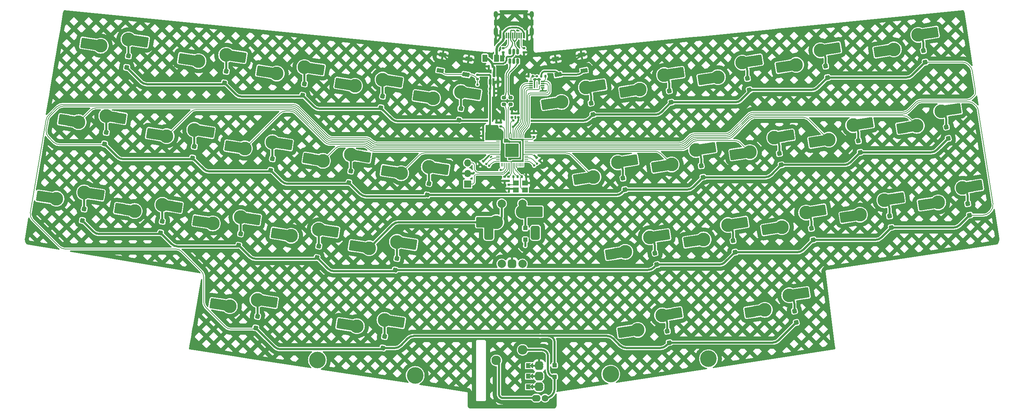
<source format=gbr>
%TF.GenerationSoftware,KiCad,Pcbnew,8.0.5*%
%TF.CreationDate,2024-09-20T18:17:22+02:00*%
%TF.ProjectId,clops,636c6f70-732e-46b6-9963-61645f706362,rev?*%
%TF.SameCoordinates,Original*%
%TF.FileFunction,Copper,L2,Bot*%
%TF.FilePolarity,Positive*%
%FSLAX46Y46*%
G04 Gerber Fmt 4.6, Leading zero omitted, Abs format (unit mm)*
G04 Created by KiCad (PCBNEW 8.0.5) date 2024-09-20 18:17:22*
%MOMM*%
%LPD*%
G01*
G04 APERTURE LIST*
G04 Aperture macros list*
%AMRoundRect*
0 Rectangle with rounded corners*
0 $1 Rounding radius*
0 $2 $3 $4 $5 $6 $7 $8 $9 X,Y pos of 4 corners*
0 Add a 4 corners polygon primitive as box body*
4,1,4,$2,$3,$4,$5,$6,$7,$8,$9,$2,$3,0*
0 Add four circle primitives for the rounded corners*
1,1,$1+$1,$2,$3*
1,1,$1+$1,$4,$5*
1,1,$1+$1,$6,$7*
1,1,$1+$1,$8,$9*
0 Add four rect primitives between the rounded corners*
20,1,$1+$1,$2,$3,$4,$5,0*
20,1,$1+$1,$4,$5,$6,$7,0*
20,1,$1+$1,$6,$7,$8,$9,0*
20,1,$1+$1,$8,$9,$2,$3,0*%
%AMRotRect*
0 Rectangle, with rotation*
0 The origin of the aperture is its center*
0 $1 length*
0 $2 width*
0 $3 Rotation angle, in degrees counterclockwise*
0 Add horizontal line*
21,1,$1,$2,0,0,$3*%
%AMFreePoly0*
4,1,6,0.600000,-0.250000,-0.600000,-0.250000,-0.600000,1.000000,0.000000,0.400000,0.600000,1.000000,0.600000,-0.250000,0.600000,-0.250000,$1*%
%AMFreePoly1*
4,1,6,0.600000,0.200000,0.000000,-0.400000,-0.600000,0.200000,-0.600000,0.400000,0.600000,0.400000,0.600000,0.200000,0.600000,0.200000,$1*%
%AMFreePoly2*
4,1,5,0.125000,-0.500000,-0.125000,-0.500000,-0.125000,0.500000,0.125000,0.500000,0.125000,-0.500000,0.125000,-0.500000,$1*%
G04 Aperture macros list end*
%TA.AperFunction,ComponentPad*%
%ADD10C,2.300000*%
%TD*%
%TA.AperFunction,ComponentPad*%
%ADD11C,4.000000*%
%TD*%
%TA.AperFunction,ComponentPad*%
%ADD12R,1.700000X1.700000*%
%TD*%
%TA.AperFunction,ComponentPad*%
%ADD13O,1.700000X1.700000*%
%TD*%
%TA.AperFunction,ComponentPad*%
%ADD14O,2.100000X1.600000*%
%TD*%
%TA.AperFunction,SMDPad,CuDef*%
%ADD15FreePoly0,270.000000*%
%TD*%
%TA.AperFunction,SMDPad,CuDef*%
%ADD16FreePoly1,270.000000*%
%TD*%
%TA.AperFunction,SMDPad,CuDef*%
%ADD17FreePoly2,270.000000*%
%TD*%
%TA.AperFunction,ComponentPad*%
%ADD18C,1.600000*%
%TD*%
%TA.AperFunction,ComponentPad*%
%ADD19C,2.000000*%
%TD*%
%TA.AperFunction,ComponentPad*%
%ADD20RoundRect,0.500000X0.500000X-0.500000X0.500000X0.500000X-0.500000X0.500000X-0.500000X-0.500000X0*%
%TD*%
%TA.AperFunction,ComponentPad*%
%ADD21RoundRect,0.550000X0.550000X-1.150000X0.550000X1.150000X-0.550000X1.150000X-0.550000X-1.150000X0*%
%TD*%
%TA.AperFunction,SMDPad,CuDef*%
%ADD22RoundRect,0.250000X-0.300000X0.300000X-0.300000X-0.300000X0.300000X-0.300000X0.300000X0.300000X0*%
%TD*%
%TA.AperFunction,SMDPad,CuDef*%
%ADD23RoundRect,0.250000X0.300000X-0.300000X0.300000X0.300000X-0.300000X0.300000X-0.300000X-0.300000X0*%
%TD*%
%TA.AperFunction,ComponentPad*%
%ADD24C,3.300000*%
%TD*%
%TA.AperFunction,SMDPad,CuDef*%
%ADD25RotRect,1.650000X2.500000X9.000000*%
%TD*%
%TA.AperFunction,SMDPad,CuDef*%
%ADD26RoundRect,0.250000X0.855946X1.148034X-1.168815X0.827343X-0.855946X-1.148034X1.168815X-0.827343X0*%
%TD*%
%TA.AperFunction,SMDPad,CuDef*%
%ADD27RotRect,1.650000X2.500000X189.000000*%
%TD*%
%TA.AperFunction,SMDPad,CuDef*%
%ADD28RoundRect,0.250000X0.249376X-0.343237X0.343237X0.249376X-0.249376X0.343237X-0.343237X-0.249376X0*%
%TD*%
%TA.AperFunction,SMDPad,CuDef*%
%ADD29RoundRect,0.250000X0.343237X-0.249376X0.249376X0.343237X-0.343237X0.249376X-0.249376X-0.343237X0*%
%TD*%
%TA.AperFunction,SMDPad,CuDef*%
%ADD30RoundRect,0.140000X0.170000X-0.140000X0.170000X0.140000X-0.170000X0.140000X-0.170000X-0.140000X0*%
%TD*%
%TA.AperFunction,SMDPad,CuDef*%
%ADD31RoundRect,0.150000X0.150000X-0.587500X0.150000X0.587500X-0.150000X0.587500X-0.150000X-0.587500X0*%
%TD*%
%TA.AperFunction,SMDPad,CuDef*%
%ADD32RoundRect,0.200000X-0.275000X0.200000X-0.275000X-0.200000X0.275000X-0.200000X0.275000X0.200000X0*%
%TD*%
%TA.AperFunction,SMDPad,CuDef*%
%ADD33RoundRect,0.135000X-0.185000X0.135000X-0.185000X-0.135000X0.185000X-0.135000X0.185000X0.135000X0*%
%TD*%
%TA.AperFunction,SMDPad,CuDef*%
%ADD34RoundRect,0.250000X0.375000X0.625000X-0.375000X0.625000X-0.375000X-0.625000X0.375000X-0.625000X0*%
%TD*%
%TA.AperFunction,SMDPad,CuDef*%
%ADD35RotRect,1.650000X2.500000X351.000000*%
%TD*%
%TA.AperFunction,SMDPad,CuDef*%
%ADD36RoundRect,0.250000X1.168815X0.827343X-0.855946X1.148034X-1.168815X-0.827343X0.855946X-1.148034X0*%
%TD*%
%TA.AperFunction,SMDPad,CuDef*%
%ADD37RotRect,1.650000X2.500000X171.000000*%
%TD*%
%TA.AperFunction,SMDPad,CuDef*%
%ADD38RoundRect,0.135000X0.135000X0.185000X-0.135000X0.185000X-0.135000X-0.185000X0.135000X-0.185000X0*%
%TD*%
%TA.AperFunction,SMDPad,CuDef*%
%ADD39R,0.900000X0.300000*%
%TD*%
%TA.AperFunction,SMDPad,CuDef*%
%ADD40R,0.250000X1.650000*%
%TD*%
%TA.AperFunction,SMDPad,CuDef*%
%ADD41RoundRect,0.140000X-0.021213X0.219203X-0.219203X0.021213X0.021213X-0.219203X0.219203X-0.021213X0*%
%TD*%
%TA.AperFunction,SMDPad,CuDef*%
%ADD42RotRect,1.700000X1.000000X189.000000*%
%TD*%
%TA.AperFunction,SMDPad,CuDef*%
%ADD43RoundRect,0.140000X0.140000X0.170000X-0.140000X0.170000X-0.140000X-0.170000X0.140000X-0.170000X0*%
%TD*%
%TA.AperFunction,SMDPad,CuDef*%
%ADD44RoundRect,0.140000X-0.140000X-0.170000X0.140000X-0.170000X0.140000X0.170000X-0.140000X0.170000X0*%
%TD*%
%TA.AperFunction,SMDPad,CuDef*%
%ADD45RoundRect,0.140000X-0.170000X0.140000X-0.170000X-0.140000X0.170000X-0.140000X0.170000X0.140000X0*%
%TD*%
%TA.AperFunction,SMDPad,CuDef*%
%ADD46RoundRect,0.150000X0.150000X-0.512500X0.150000X0.512500X-0.150000X0.512500X-0.150000X-0.512500X0*%
%TD*%
%TA.AperFunction,SMDPad,CuDef*%
%ADD47R,1.650000X2.500000*%
%TD*%
%TA.AperFunction,SMDPad,CuDef*%
%ADD48RoundRect,0.250000X1.025000X1.000000X-1.025000X1.000000X-1.025000X-1.000000X1.025000X-1.000000X0*%
%TD*%
%TA.AperFunction,SMDPad,CuDef*%
%ADD49RoundRect,0.050000X0.387500X0.050000X-0.387500X0.050000X-0.387500X-0.050000X0.387500X-0.050000X0*%
%TD*%
%TA.AperFunction,SMDPad,CuDef*%
%ADD50RoundRect,0.050000X0.050000X0.387500X-0.050000X0.387500X-0.050000X-0.387500X0.050000X-0.387500X0*%
%TD*%
%TA.AperFunction,ComponentPad*%
%ADD51C,0.600000*%
%TD*%
%TA.AperFunction,SMDPad,CuDef*%
%ADD52RoundRect,0.144000X1.456000X1.456000X-1.456000X1.456000X-1.456000X-1.456000X1.456000X-1.456000X0*%
%TD*%
%TA.AperFunction,SMDPad,CuDef*%
%ADD53R,1.400000X1.200000*%
%TD*%
%TA.AperFunction,SMDPad,CuDef*%
%ADD54RoundRect,0.140000X-0.219203X-0.021213X-0.021213X-0.219203X0.219203X0.021213X0.021213X0.219203X0*%
%TD*%
%TA.AperFunction,SMDPad,CuDef*%
%ADD55R,0.600000X1.450000*%
%TD*%
%TA.AperFunction,SMDPad,CuDef*%
%ADD56R,0.300000X1.450000*%
%TD*%
%TA.AperFunction,ComponentPad*%
%ADD57O,1.000000X1.600000*%
%TD*%
%TA.AperFunction,ComponentPad*%
%ADD58O,1.000000X2.100000*%
%TD*%
%TA.AperFunction,SMDPad,CuDef*%
%ADD59RotRect,1.700000X1.000000X171.000000*%
%TD*%
%TA.AperFunction,SMDPad,CuDef*%
%ADD60RoundRect,0.135000X-0.135000X-0.185000X0.135000X-0.185000X0.135000X0.185000X-0.135000X0.185000X0*%
%TD*%
%TA.AperFunction,ViaPad*%
%ADD61C,0.600000*%
%TD*%
%TA.AperFunction,Conductor*%
%ADD62C,0.381000*%
%TD*%
%TA.AperFunction,Conductor*%
%ADD63C,0.500000*%
%TD*%
%TA.AperFunction,Conductor*%
%ADD64C,0.200000*%
%TD*%
%TA.AperFunction,Conductor*%
%ADD65C,0.600000*%
%TD*%
%TA.AperFunction,Conductor*%
%ADD66C,0.254000*%
%TD*%
G04 APERTURE END LIST*
D10*
%TO.P,MX34,1,1*%
%TO.N,c_enc2*%
X144621250Y-114141250D03*
%TO.P,MX34,2,2*%
%TO.N,r_enc2*%
X150971250Y-111601250D03*
%TD*%
D11*
%TO.P,S1,*%
%TO.N,*%
X125107317Y-117753082D03*
X101587988Y-114027986D03*
%TD*%
D12*
%TO.P,SWD1,1,Pin_1*%
%TO.N,SWCLK*%
X137715625Y-71596250D03*
D13*
%TO.P,SWD1,2,Pin_2*%
%TO.N,GND*%
X137715625Y-69056250D03*
%TO.P,SWD1,3,Pin_3*%
%TO.N,SWD*%
X137715625Y-66516250D03*
%TD*%
D14*
%TO.P,EN1,A,A*%
%TO.N,/GPIO9*%
X154906250Y-120753250D03*
D15*
X152015250Y-120491250D03*
D16*
X153031250Y-120491250D03*
D17*
X153539250Y-120491250D03*
D14*
X154906250Y-120229250D03*
%TO.P,EN1,B,B*%
%TO.N,/GPIO11*%
X154906250Y-118213250D03*
D15*
X152015250Y-117951250D03*
D16*
X153031250Y-117951250D03*
D17*
X153539250Y-117951250D03*
D14*
X154906250Y-117689250D03*
%TO.P,EN1,C,C*%
%TO.N,GND*%
X154906250Y-115673250D03*
D15*
X152015250Y-115411250D03*
D16*
X153031250Y-115411250D03*
D17*
X153539250Y-115411250D03*
D14*
X154906250Y-115149250D03*
D18*
%TO.P,EN1,S1,S1*%
%TO.N,r_enc2*%
X156381250Y-123229250D03*
D14*
%TO.P,EN1,S2,S2*%
%TO.N,c_enc2*%
X154281250Y-123229250D03*
%TD*%
D19*
%TO.P,SW2,A,A*%
%TO.N,/GPIO18*%
X145931250Y-90843750D03*
%TO.P,SW2,B,B*%
%TO.N,/GPIO20*%
X150931250Y-90843750D03*
D20*
%TO.P,SW2,C,C*%
%TO.N,GND*%
X148431250Y-90843750D03*
D21*
%TO.P,SW2,MP*%
%TO.N,N/C*%
X142831250Y-83343750D03*
X154031250Y-83343750D03*
D19*
%TO.P,SW2,S1,S1*%
%TO.N,r_enc1*%
X150931250Y-76343750D03*
%TO.P,SW2,S2,S2*%
%TO.N,c_enc1*%
X145931250Y-76343750D03*
%TD*%
D11*
%TO.P,S2,*%
%TO.N,*%
X195673342Y-113725889D03*
X172154013Y-117450985D03*
%TD*%
D22*
%TO.P,D34,2,A*%
%TO.N,r_enc2*%
X158659375Y-118081250D03*
%TO.P,D34,1,K*%
%TO.N,/GPIO28*%
X158659375Y-115281250D03*
%TD*%
D23*
%TO.P,D33,1,K*%
%TO.N,/GPIO28*%
X151606250Y-85016250D03*
%TO.P,D33,2,A*%
%TO.N,r_enc1*%
X151606250Y-82216250D03*
%TD*%
D24*
%TO.P,MX9,1,1*%
%TO.N,/GPIO4*%
X216758472Y-42880000D03*
D25*
X214955941Y-43165493D03*
D26*
X213252178Y-43435342D03*
%TO.P,MX9,2,2*%
%TO.N,Net-(D9-A)*%
X226139243Y-38822570D03*
D27*
X224410788Y-39096331D03*
D24*
X222632949Y-39377913D03*
%TD*%
D28*
%TO.P,D15,1,K*%
%TO.N,/GPIO27*%
X127975664Y-74251782D03*
%TO.P,D15,2,A*%
%TO.N,Net-(D15-A)*%
X128413680Y-71486254D03*
%TD*%
D24*
%TO.P,MX36,1,1*%
%TO.N,/GPIO5*%
X209235171Y-101933956D03*
D25*
X207432640Y-102219449D03*
D26*
X205728877Y-102489298D03*
%TO.P,MX36,2,2*%
%TO.N,Net-(D36-A)*%
X218615942Y-97876526D03*
D27*
X216887487Y-98150287D03*
D24*
X215109648Y-98431869D03*
%TD*%
D29*
%TO.P,D10,1,K*%
%TO.N,/GPIO1*%
X247835784Y-42222847D03*
%TO.P,D10,2,A*%
%TO.N,Net-(D10-A)*%
X247397768Y-39457319D03*
%TD*%
%TO.P,D28,1,K*%
%TO.N,/GPIO2*%
X220868876Y-85068907D03*
%TO.P,D28,2,A*%
%TO.N,Net-(D28-A)*%
X220430860Y-82303379D03*
%TD*%
D30*
%TO.P,C4,1*%
%TO.N,+1V1*%
X145665500Y-57741018D03*
%TO.P,C4,2*%
%TO.N,GND*%
X145665500Y-56781018D03*
%TD*%
D31*
%TO.P,U4,1,GND*%
%TO.N,GND*%
X145015625Y-46975000D03*
%TO.P,U4,2,VO*%
%TO.N,+3V3*%
X143115625Y-46975000D03*
%TO.P,U4,3,VI*%
%TO.N,+5V*%
X144065625Y-45100000D03*
%TD*%
D32*
%TO.P,R6,1*%
%TO.N,D_N*%
X146446875Y-50768750D03*
%TO.P,R6,2*%
%TO.N,/D_-*%
X146446875Y-52418750D03*
%TD*%
D33*
%TO.P,R1,1*%
%TO.N,+3V3*%
X140096875Y-45243750D03*
%TO.P,R1,2*%
%TO.N,~{RESET}*%
X140096875Y-46263750D03*
%TD*%
D24*
%TO.P,MX20,1,1*%
%TO.N,/GPIO3*%
X245797965Y-57568057D03*
D25*
X243995434Y-57853550D03*
D26*
X242291671Y-58123399D03*
%TO.P,MX20,2,2*%
%TO.N,Net-(D20-A)*%
X255178736Y-53510627D03*
D27*
X253450281Y-53784388D03*
D24*
X251672442Y-54065970D03*
%TD*%
D34*
%TO.P,F1,1*%
%TO.N,VBUS*%
X144671875Y-41275000D03*
%TO.P,F1,2*%
%TO.N,+5V*%
X141871875Y-41275000D03*
%TD*%
D24*
%TO.P,MX31,1,1*%
%TO.N,/GPIO24*%
X80496495Y-101041731D03*
D35*
X78693964Y-100756238D03*
D36*
X76990201Y-100486389D03*
%TO.P,MX31,2,2*%
%TO.N,Net-(D31-A)*%
X90671953Y-100081704D03*
D37*
X88943498Y-99807944D03*
D24*
X87165659Y-99526362D03*
%TD*%
D28*
%TO.P,D23,1,K*%
%TO.N,/GPIO2*%
X82660796Y-86362072D03*
%TO.P,D23,2,A*%
%TO.N,Net-(D23-A)*%
X83098812Y-83596544D03*
%TD*%
D38*
%TO.P,R9,1*%
%TO.N,/QSPI_SS*%
X156481875Y-45643750D03*
%TO.P,R9,2*%
%TO.N,/~{USB_BOOT}*%
X155461875Y-45643750D03*
%TD*%
D39*
%TO.P,IC1,1,~{CS}*%
%TO.N,/QSPI_SS*%
X155784375Y-46875000D03*
%TO.P,IC1,2,DO_IO1*%
%TO.N,/QSPI_SD1*%
X155784375Y-47375000D03*
%TO.P,IC1,3,~{WP_IO2}*%
%TO.N,/QSPI_SD2*%
X155784375Y-47875000D03*
%TO.P,IC1,4,GND*%
%TO.N,GND*%
X155784375Y-48375000D03*
%TO.P,IC1,5,DI_IO0*%
%TO.N,/QSPI_SD0*%
X152984375Y-48375000D03*
%TO.P,IC1,6,CLK*%
%TO.N,/QSPI_SCLK*%
X152984375Y-47875000D03*
%TO.P,IC1,7,~{RESET_IO3}*%
%TO.N,/QSPI_SD3*%
X152984375Y-47375000D03*
%TO.P,IC1,8,VCC*%
%TO.N,+3V3*%
X152984375Y-46875000D03*
D40*
%TO.P,IC1,9,EP*%
%TO.N,unconnected-(IC1-EP-Pad9)*%
X154384375Y-47625000D03*
%TD*%
D29*
%TO.P,D29,1,K*%
%TO.N,/GPIO2*%
X239684340Y-82088831D03*
%TO.P,D29,2,A*%
%TO.N,Net-(D29-A)*%
X239246324Y-79323303D03*
%TD*%
D33*
%TO.P,R3,1*%
%TO.N,/CC1*%
X146319875Y-38855480D03*
%TO.P,R3,2*%
%TO.N,GND*%
X146319875Y-39875480D03*
%TD*%
D29*
%TO.P,D20,1,K*%
%TO.N,/GPIO27*%
X253355948Y-60636000D03*
%TO.P,D20,2,A*%
%TO.N,Net-(D20-A)*%
X252917932Y-57870472D03*
%TD*%
D33*
%TO.P,R4,1*%
%TO.N,/CC2*%
X151272875Y-38855480D03*
%TO.P,R4,2*%
%TO.N,GND*%
X151272875Y-39875480D03*
%TD*%
D28*
%TO.P,D32,1,K*%
%TO.N,/GPIO28*%
X117311645Y-111137688D03*
%TO.P,D32,2,A*%
%TO.N,Net-(D32-A)*%
X117749661Y-108372160D03*
%TD*%
D29*
%TO.P,D18,1,K*%
%TO.N,/GPIO27*%
X213184934Y-66998464D03*
%TO.P,D18,2,A*%
%TO.N,Net-(D18-A)*%
X212746918Y-64232936D03*
%TD*%
%TO.P,D9,1,K*%
%TO.N,/GPIO1*%
X224316455Y-45947943D03*
%TO.P,D9,2,A*%
%TO.N,Net-(D9-A)*%
X223878439Y-43182415D03*
%TD*%
D24*
%TO.P,MX15,1,1*%
%TO.N,c_enc1*%
X121735641Y-68998449D03*
D35*
X119933110Y-68712956D03*
D36*
X118229347Y-68443107D03*
%TO.P,MX15,2,2*%
%TO.N,Net-(D15-A)*%
X131911099Y-68038422D03*
D37*
X130182644Y-67764662D03*
D24*
X128404805Y-67483080D03*
%TD*%
%TO.P,MX5,1,1*%
%TO.N,c_enc1*%
X129419583Y-50928005D03*
D35*
X127617052Y-50642512D03*
D36*
X125913289Y-50372663D03*
%TO.P,MX5,2,2*%
%TO.N,Net-(D5-A)*%
X139595041Y-49967978D03*
D37*
X137866586Y-49694218D03*
D24*
X136088747Y-49412636D03*
%TD*%
D41*
%TO.P,C11,1*%
%TO.N,+3V3*%
X141464661Y-66081482D03*
%TO.P,C11,2*%
%TO.N,GND*%
X140785839Y-66760304D03*
%TD*%
D28*
%TO.P,D2,1,K*%
%TO.N,/GPIO1*%
X79213217Y-47241108D03*
%TO.P,D2,2,A*%
%TO.N,Net-(D2-A)*%
X79651233Y-44475580D03*
%TD*%
D30*
%TO.P,C8,1*%
%TO.N,+3V3*%
X144649500Y-57741018D03*
%TO.P,C8,2*%
%TO.N,GND*%
X144649500Y-56781018D03*
%TD*%
D28*
%TO.P,D1,1,K*%
%TO.N,/GPIO1*%
X55693889Y-43516013D03*
%TO.P,D1,2,A*%
%TO.N,Net-(D1-A)*%
X56131905Y-40750485D03*
%TD*%
D42*
%TO.P,SW4,1,1*%
%TO.N,GND*%
X165135868Y-40493124D03*
X158913431Y-41478661D03*
%TO.P,SW4,2,2*%
%TO.N,/~{USB_BOOT}*%
X165730319Y-44246339D03*
X159507882Y-45231876D03*
%TD*%
D24*
%TO.P,MX29,1,1*%
%TO.N,/GPIO4*%
X232126357Y-79020888D03*
D25*
X230323826Y-79306381D03*
D26*
X228620063Y-79576230D03*
%TO.P,MX29,2,2*%
%TO.N,Net-(D29-A)*%
X241507128Y-74963458D03*
D27*
X239778673Y-75237219D03*
D24*
X238000834Y-75518801D03*
%TD*%
D28*
%TO.P,D11,1,K*%
%TO.N,/GPIO27*%
X50361879Y-61958966D03*
%TO.P,D11,2,A*%
%TO.N,Net-(D11-A)*%
X50799895Y-59193438D03*
%TD*%
%TO.P,D24,1,K*%
%TO.N,/GPIO2*%
X101476258Y-89342149D03*
%TO.P,D24,2,A*%
%TO.N,Net-(D24-A)*%
X101914274Y-86576621D03*
%TD*%
D43*
%TO.P,C17,1*%
%TO.N,GND*%
X144069875Y-49723375D03*
%TO.P,C17,2*%
%TO.N,+3V3*%
X143109875Y-49723375D03*
%TD*%
D28*
%TO.P,D13,1,K*%
%TO.N,/GPIO27*%
X90344738Y-68291629D03*
%TO.P,D13,2,A*%
%TO.N,Net-(D13-A)*%
X90782754Y-65526101D03*
%TD*%
D30*
%TO.P,C13,1*%
%TO.N,+3V3*%
X148431250Y-55547250D03*
%TO.P,C13,2*%
%TO.N,GND*%
X148431250Y-54587250D03*
%TD*%
D28*
%TO.P,D4,1,K*%
%TO.N,/GPIO1*%
X116844143Y-53201261D03*
%TO.P,D4,2,A*%
%TO.N,Net-(D4-A)*%
X117282159Y-50435733D03*
%TD*%
D44*
%TO.P,C16,1*%
%TO.N,GND*%
X142823625Y-43243500D03*
%TO.P,C16,2*%
%TO.N,+5V*%
X143783625Y-43243500D03*
%TD*%
D45*
%TO.P,C10,1*%
%TO.N,+3V3*%
X147597984Y-69849030D03*
%TO.P,C10,2*%
%TO.N,GND*%
X147597984Y-70809030D03*
%TD*%
D28*
%TO.P,D12,1,K*%
%TO.N,/GPIO27*%
X71529275Y-65311552D03*
%TO.P,D12,2,A*%
%TO.N,Net-(D12-A)*%
X71967291Y-62546024D03*
%TD*%
D29*
%TO.P,D7,1,K*%
%TO.N,/GPIO1*%
X186685529Y-51908096D03*
%TO.P,D7,2,A*%
%TO.N,Net-(D7-A)*%
X186247513Y-49142568D03*
%TD*%
D30*
%TO.P,C15,1*%
%TO.N,+3V3*%
X153666500Y-60281018D03*
%TO.P,C15,2*%
%TO.N,GND*%
X153666500Y-59321018D03*
%TD*%
D29*
%TO.P,D16,1,K*%
%TO.N,/GPIO27*%
X175554009Y-72958617D03*
%TO.P,D16,2,A*%
%TO.N,Net-(D16-A)*%
X175115993Y-70193089D03*
%TD*%
D46*
%TO.P,U2,1,I/O1*%
%TO.N,D_P*%
X149778125Y-42011105D03*
%TO.P,U2,2,GND*%
%TO.N,GND*%
X148828125Y-42011105D03*
%TO.P,U2,3,I/O2*%
%TO.N,D_N*%
X147878125Y-42011105D03*
%TO.P,U2,4,I/O2*%
%TO.N,D_USB_N*%
X147878125Y-39736105D03*
%TO.P,U2,5,VBUS*%
%TO.N,+5V*%
X148828125Y-39736105D03*
%TO.P,U2,6,I/O1*%
%TO.N,D_USB_P*%
X149778125Y-39736105D03*
%TD*%
D24*
%TO.P,MX26,1,1*%
%TO.N,c_enc2*%
X175679968Y-87961118D03*
D25*
X173877437Y-88246611D03*
D26*
X172173674Y-88516460D03*
%TO.P,MX26,2,2*%
%TO.N,Net-(D26-A)*%
X185060739Y-83903688D03*
D27*
X183332284Y-84177449D03*
D24*
X181554445Y-84459031D03*
%TD*%
D45*
%TO.P,C6,1*%
%TO.N,+1V1*%
X146604234Y-69849030D03*
%TO.P,C6,2*%
%TO.N,GND*%
X146604234Y-70809030D03*
%TD*%
D29*
%TO.P,D6,1,K*%
%TO.N,/GPIO1*%
X167870067Y-54888173D03*
%TO.P,D6,2,A*%
%TO.N,Net-(D6-A)*%
X167432051Y-52122645D03*
%TD*%
D24*
%TO.P,MX21,1,1*%
%TO.N,/GPIO26*%
X38789847Y-75148587D03*
D35*
X36987316Y-74863094D03*
D36*
X35283553Y-74593245D03*
%TO.P,MX21,2,2*%
%TO.N,Net-(D21-A)*%
X48965305Y-74188560D03*
D37*
X47236850Y-73914800D03*
D24*
X45459011Y-73633218D03*
%TD*%
%TO.P,MX25,1,1*%
%TO.N,c_enc1*%
X114051698Y-87068893D03*
D35*
X112249167Y-86783400D03*
D36*
X110545404Y-86513551D03*
%TO.P,MX25,2,2*%
%TO.N,Net-(D25-A)*%
X124227156Y-86108866D03*
D37*
X122498701Y-85835106D03*
D24*
X120720862Y-85553524D03*
%TD*%
%TO.P,MX3,1,1*%
%TO.N,/GPIO24*%
X91788657Y-44967852D03*
D35*
X89986126Y-44682359D03*
D36*
X88282363Y-44412510D03*
%TO.P,MX3,2,2*%
%TO.N,Net-(D3-A)*%
X101964115Y-44007825D03*
D37*
X100235660Y-43734065D03*
D24*
X98457821Y-43452483D03*
%TD*%
%TO.P,MX10,1,1*%
%TO.N,/GPIO3*%
X240277801Y-39154905D03*
D25*
X238475270Y-39440398D03*
D26*
X236771507Y-39710247D03*
%TO.P,MX10,2,2*%
%TO.N,Net-(D10-A)*%
X249658572Y-35097475D03*
D27*
X247930117Y-35371236D03*
D24*
X246152278Y-35652818D03*
%TD*%
%TO.P,MX35,1,1*%
%TO.N,/GPIO6*%
X178660045Y-106776581D03*
D25*
X176857514Y-107062074D03*
D26*
X175153751Y-107331923D03*
%TO.P,MX35,2,2*%
%TO.N,Net-(D35-A)*%
X188040816Y-102719151D03*
D27*
X186312361Y-102992912D03*
D24*
X184534522Y-103274494D03*
%TD*%
D29*
%TO.P,D27,1,K*%
%TO.N,/GPIO2*%
X202053414Y-88048984D03*
%TO.P,D27,2,A*%
%TO.N,Net-(D27-A)*%
X201615398Y-85283456D03*
%TD*%
D28*
%TO.P,D21,1,K*%
%TO.N,/GPIO2*%
X45029870Y-80401919D03*
%TO.P,D21,2,A*%
%TO.N,Net-(D21-A)*%
X45467886Y-77636391D03*
%TD*%
D24*
%TO.P,MX23,1,1*%
%TO.N,/GPIO24*%
X76420772Y-81108740D03*
D35*
X74618241Y-80823247D03*
D36*
X72914478Y-80553398D03*
%TO.P,MX23,2,2*%
%TO.N,Net-(D23-A)*%
X86596230Y-80148713D03*
D37*
X84867775Y-79874953D03*
D24*
X83089936Y-79593371D03*
%TD*%
%TO.P,MX14,1,1*%
%TO.N,/GPIO23*%
X102920178Y-66018373D03*
D35*
X101117647Y-65732880D03*
D36*
X99413884Y-65463031D03*
%TO.P,MX14,2,2*%
%TO.N,Net-(D14-A)*%
X113095636Y-65058346D03*
D37*
X111367181Y-64784586D03*
D24*
X109589342Y-64503004D03*
%TD*%
%TO.P,MX33,1,1*%
%TO.N,c_enc1*%
X144621250Y-80803750D03*
D47*
X142796250Y-80803750D03*
D48*
X141071250Y-80803750D03*
%TO.P,MX33,2,2*%
%TO.N,r_enc1*%
X154521250Y-78263750D03*
D47*
X152771250Y-78263750D03*
D24*
X150971250Y-78263750D03*
%TD*%
D28*
%TO.P,D22,1,K*%
%TO.N,/GPIO2*%
X63845333Y-83381996D03*
%TO.P,D22,2,A*%
%TO.N,Net-(D22-A)*%
X64283349Y-80616468D03*
%TD*%
D24*
%TO.P,MX2,1,1*%
%TO.N,/GPIO25*%
X72973194Y-41987776D03*
D35*
X71170663Y-41702283D03*
D36*
X69466900Y-41432434D03*
%TO.P,MX2,2,2*%
%TO.N,Net-(D2-A)*%
X83148652Y-41027749D03*
D37*
X81420197Y-40753989D03*
D24*
X79642358Y-40472407D03*
%TD*%
%TO.P,MX6,1,1*%
%TO.N,c_enc2*%
X160312084Y-51820230D03*
D25*
X158509553Y-52105723D03*
D26*
X156805790Y-52375572D03*
%TO.P,MX6,2,2*%
%TO.N,Net-(D6-A)*%
X169692855Y-47762800D03*
D27*
X167964400Y-48036561D03*
D24*
X166186561Y-48318143D03*
%TD*%
D30*
%TO.P,C5,1*%
%TO.N,+1V1*%
X149955250Y-55547250D03*
%TO.P,C5,2*%
%TO.N,GND*%
X149955250Y-54587250D03*
%TD*%
D29*
%TO.P,D17,1,K*%
%TO.N,/GPIO27*%
X194369472Y-69978540D03*
%TO.P,D17,2,A*%
%TO.N,Net-(D17-A)*%
X193931456Y-67213012D03*
%TD*%
%TO.P,D19,1,K*%
%TO.N,/GPIO27*%
X232188552Y-63988586D03*
%TO.P,D19,2,A*%
%TO.N,Net-(D19-A)*%
X231750536Y-61223058D03*
%TD*%
%TO.P,D26,1,K*%
%TO.N,/GPIO2*%
X183237951Y-91029060D03*
%TO.P,D26,2,A*%
%TO.N,Net-(D26-A)*%
X182799935Y-88263532D03*
%TD*%
D43*
%TO.P,C2,1*%
%TO.N,GND*%
X151775625Y-69818250D03*
%TO.P,C2,2*%
%TO.N,XTAL_IN*%
X150815625Y-69818250D03*
%TD*%
%TO.P,C9,1*%
%TO.N,+3V3*%
X142434250Y-60039250D03*
%TO.P,C9,2*%
%TO.N,GND*%
X141474250Y-60039250D03*
%TD*%
D28*
%TO.P,D25,1,K*%
%TO.N,/GPIO2*%
X120291721Y-92322225D03*
%TO.P,D25,2,A*%
%TO.N,Net-(D25-A)*%
X120729737Y-89556697D03*
%TD*%
D44*
%TO.P,C7,1*%
%TO.N,+3V3*%
X143109875Y-48707375D03*
%TO.P,C7,2*%
%TO.N,GND*%
X144069875Y-48707375D03*
%TD*%
D30*
%TO.P,C3,1*%
%TO.N,GND*%
X147632750Y-72727018D03*
%TO.P,C3,2*%
%TO.N,/XTAL_O*%
X147632750Y-71767018D03*
%TD*%
D28*
%TO.P,D3,1,K*%
%TO.N,/GPIO1*%
X98028680Y-50221185D03*
%TO.P,D3,2,A*%
%TO.N,Net-(D3-A)*%
X98466696Y-47455657D03*
%TD*%
D32*
%TO.P,R5,1*%
%TO.N,D_P*%
X148097875Y-50768750D03*
%TO.P,R5,2*%
%TO.N,/D_+*%
X148097875Y-52418750D03*
%TD*%
D24*
%TO.P,MX19,1,1*%
%TO.N,/GPIO4*%
X224630569Y-60920643D03*
D25*
X222828038Y-61206136D03*
D26*
X221124275Y-61475985D03*
%TO.P,MX19,2,2*%
%TO.N,Net-(D19-A)*%
X234011340Y-56863213D03*
D27*
X232282885Y-57136974D03*
D24*
X230505046Y-57418556D03*
%TD*%
D28*
%TO.P,D5,1,K*%
%TO.N,/GPIO1*%
X135659606Y-56181338D03*
%TO.P,D5,2,A*%
%TO.N,Net-(D5-A)*%
X136097622Y-53415810D03*
%TD*%
D29*
%TO.P,D35,1,K*%
%TO.N,/GPIO28*%
X186218028Y-109844523D03*
%TO.P,D35,2,A*%
%TO.N,Net-(D35-A)*%
X185780012Y-107078995D03*
%TD*%
D24*
%TO.P,MX24,1,1*%
%TO.N,/GPIO23*%
X95236235Y-84088816D03*
D35*
X93433704Y-83803323D03*
D36*
X91729941Y-83533474D03*
%TO.P,MX24,2,2*%
%TO.N,Net-(D24-A)*%
X105411693Y-83128789D03*
D37*
X103683238Y-82855029D03*
D24*
X101905399Y-82573447D03*
%TD*%
%TO.P,MX18,1,1*%
%TO.N,/GPIO5*%
X205626951Y-63930521D03*
D25*
X203824420Y-64216014D03*
D26*
X202120657Y-64485863D03*
%TO.P,MX18,2,2*%
%TO.N,Net-(D18-A)*%
X215007722Y-59873091D03*
D27*
X213279267Y-60146852D03*
D24*
X211501428Y-60428434D03*
%TD*%
%TO.P,MX30,1,1*%
%TO.N,/GPIO3*%
X250941820Y-76040811D03*
D25*
X249139289Y-76326304D03*
D26*
X247435526Y-76596153D03*
%TO.P,MX30,2,2*%
%TO.N,Net-(D30-A)*%
X260322591Y-71983381D03*
D27*
X258594136Y-72257142D03*
D24*
X256816297Y-72538724D03*
%TD*%
D49*
%TO.P,U3,1,IOVDD*%
%TO.N,+3V3*%
X151868750Y-60900000D03*
%TO.P,U3,2,GPIO0*%
%TO.N,/GPIO0*%
X151868750Y-61300000D03*
%TO.P,U3,3,GPIO1*%
%TO.N,/GPIO1*%
X151868750Y-61700000D03*
%TO.P,U3,4,GPIO2*%
%TO.N,/GPIO2*%
X151868750Y-62100000D03*
%TO.P,U3,5,GPIO3*%
%TO.N,/GPIO3*%
X151868750Y-62500000D03*
%TO.P,U3,6,GPIO4*%
%TO.N,/GPIO4*%
X151868750Y-62900000D03*
%TO.P,U3,7,GPIO5*%
%TO.N,/GPIO5*%
X151868750Y-63300000D03*
%TO.P,U3,8,GPIO6*%
%TO.N,/GPIO6*%
X151868750Y-63700000D03*
%TO.P,U3,9,GPIO7*%
%TO.N,c_enc2*%
X151868750Y-64100000D03*
%TO.P,U3,10,IOVDD*%
%TO.N,+3V3*%
X151868750Y-64500000D03*
%TO.P,U3,11,GPIO8*%
%TO.N,/GPIO8*%
X151868750Y-64900000D03*
%TO.P,U3,12,GPIO9*%
%TO.N,/GPIO9*%
X151868750Y-65300000D03*
%TO.P,U3,13,GPIO10*%
%TO.N,/GPIO10*%
X151868750Y-65700000D03*
%TO.P,U3,14,GPIO11*%
%TO.N,/GPIO11*%
X151868750Y-66100000D03*
D50*
%TO.P,U3,15,GPIO12*%
%TO.N,/GPIO12*%
X151031250Y-66937500D03*
%TO.P,U3,16,GPIO13*%
%TO.N,/GPIO13*%
X150631250Y-66937500D03*
%TO.P,U3,17,GPIO14*%
%TO.N,/GPIO14*%
X150231250Y-66937500D03*
%TO.P,U3,18,GPIO15*%
%TO.N,/GPIO15*%
X149831250Y-66937500D03*
%TO.P,U3,19,TESTEN*%
%TO.N,GND*%
X149431250Y-66937500D03*
%TO.P,U3,20,XTAL_IN*%
%TO.N,XTAL_IN*%
X149031250Y-66937500D03*
%TO.P,U3,21,XTAL_OUT*%
%TO.N,XTAL_OUT*%
X148631250Y-66937500D03*
%TO.P,U3,22,IOVDD*%
%TO.N,+3V3*%
X148231250Y-66937500D03*
%TO.P,U3,23,DVDD*%
%TO.N,+1V1*%
X147831250Y-66937500D03*
%TO.P,U3,24,SWCLK*%
%TO.N,SWCLK*%
X147431250Y-66937500D03*
%TO.P,U3,25,SWDIO*%
%TO.N,SWD*%
X147031250Y-66937500D03*
%TO.P,U3,26,~{RUN}*%
%TO.N,~{RESET}*%
X146631250Y-66937500D03*
%TO.P,U3,27,GPIO16*%
%TO.N,/GPIO16*%
X146231250Y-66937500D03*
%TO.P,U3,28,GPIO17*%
%TO.N,/GPIO17*%
X145831250Y-66937500D03*
D49*
%TO.P,U3,29,GPIO18*%
%TO.N,/GPIO18*%
X144993750Y-66100000D03*
%TO.P,U3,30,GPIO19*%
%TO.N,/GPIO19*%
X144993750Y-65700000D03*
%TO.P,U3,31,GPIO20*%
%TO.N,/GPIO20*%
X144993750Y-65300000D03*
%TO.P,U3,32,GPIO21*%
%TO.N,/GPIO21*%
X144993750Y-64900000D03*
%TO.P,U3,33,IOVDD*%
%TO.N,+3V3*%
X144993750Y-64500000D03*
%TO.P,U3,34,GPIO22*%
%TO.N,c_enc1*%
X144993750Y-64100000D03*
%TO.P,U3,35,GPIO23*%
%TO.N,/GPIO23*%
X144993750Y-63700000D03*
%TO.P,U3,36,GPIO24*%
%TO.N,/GPIO24*%
X144993750Y-63300000D03*
%TO.P,U3,37,GPIO25*%
%TO.N,/GPIO25*%
X144993750Y-62900000D03*
%TO.P,U3,38,GPIO26/ADC0*%
%TO.N,/GPIO26*%
X144993750Y-62500000D03*
%TO.P,U3,39,GPIO27/ADC1*%
%TO.N,/GPIO27*%
X144993750Y-62100000D03*
%TO.P,U3,40,GPIO28/ADC2*%
%TO.N,/GPIO28*%
X144993750Y-61700000D03*
%TO.P,U3,41,GPIO29/ADC3*%
%TO.N,/GPIO29*%
X144993750Y-61300000D03*
%TO.P,U3,42,IOVDD*%
%TO.N,+3V3*%
X144993750Y-60900000D03*
D50*
%TO.P,U3,43,ADC_AVDD*%
X145831250Y-60062500D03*
%TO.P,U3,44,VREG_VIN*%
X146231250Y-60062500D03*
%TO.P,U3,45,VREG_VOUT*%
%TO.N,+1V1*%
X146631250Y-60062500D03*
%TO.P,U3,46,D-*%
%TO.N,/D_-*%
X147031250Y-60062500D03*
%TO.P,U3,47,D+*%
%TO.N,/D_+*%
X147431250Y-60062500D03*
%TO.P,U3,48,USB_VDD*%
%TO.N,+3V3*%
X147831250Y-60062500D03*
%TO.P,U3,49,IOVDD*%
X148231250Y-60062500D03*
%TO.P,U3,50,DVDD*%
%TO.N,+1V1*%
X148631250Y-60062500D03*
%TO.P,U3,51,QSPI_SD3*%
%TO.N,/QSPI_SD3*%
X149031250Y-60062500D03*
%TO.P,U3,52,QSPI_SCLK*%
%TO.N,/QSPI_SCLK*%
X149431250Y-60062500D03*
%TO.P,U3,53,QSPI_SD0*%
%TO.N,/QSPI_SD0*%
X149831250Y-60062500D03*
%TO.P,U3,54,QSPI_SD2*%
%TO.N,/QSPI_SD2*%
X150231250Y-60062500D03*
%TO.P,U3,55,QSPI_SD1*%
%TO.N,/QSPI_SD1*%
X150631250Y-60062500D03*
%TO.P,U3,56,QSPI_SS_N*%
%TO.N,/QSPI_SS*%
X151031250Y-60062500D03*
D51*
%TO.P,U3,57,GND*%
%TO.N,GND*%
X149706250Y-64775000D03*
X149706250Y-63500000D03*
X149706250Y-62225000D03*
X148431250Y-64775000D03*
X148431250Y-63500000D03*
D52*
X148431250Y-63500000D03*
D51*
X148431250Y-62225000D03*
X147156250Y-64775000D03*
X147156250Y-63500000D03*
X147156250Y-62225000D03*
%TD*%
D24*
%TO.P,MX16,1,1*%
%TO.N,c_enc2*%
X167996026Y-69890674D03*
D25*
X166193495Y-70176167D03*
D26*
X164489732Y-70446016D03*
%TO.P,MX16,2,2*%
%TO.N,Net-(D16-A)*%
X177376797Y-65833244D03*
D27*
X175648342Y-66107005D03*
D24*
X173870503Y-66388587D03*
%TD*%
D29*
%TO.P,D8,1,K*%
%TO.N,/GPIO1*%
X205500991Y-48928020D03*
%TO.P,D8,2,A*%
%TO.N,Net-(D8-A)*%
X205062975Y-46162492D03*
%TD*%
D24*
%TO.P,MX8,1,1*%
%TO.N,/GPIO5*%
X197943009Y-45860077D03*
D25*
X196140478Y-46145570D03*
D26*
X194436715Y-46415419D03*
%TO.P,MX8,2,2*%
%TO.N,Net-(D8-A)*%
X207323780Y-41802647D03*
D27*
X205595325Y-42076408D03*
D24*
X203817486Y-42357990D03*
%TD*%
D28*
%TO.P,D31,1,K*%
%TO.N,/GPIO28*%
X86736518Y-106295064D03*
%TO.P,D31,2,A*%
%TO.N,Net-(D31-A)*%
X87174534Y-103529536D03*
%TD*%
D24*
%TO.P,MX32,1,1*%
%TO.N,/GPIO23*%
X111071622Y-105884356D03*
D35*
X109269091Y-105598863D03*
D36*
X107565328Y-105329014D03*
%TO.P,MX32,2,2*%
%TO.N,Net-(D32-A)*%
X121247080Y-104924329D03*
D37*
X119518625Y-104650569D03*
D24*
X117740786Y-104368987D03*
%TD*%
D43*
%TO.P,C18,1*%
%TO.N,+3V3*%
X153376875Y-45643750D03*
%TO.P,C18,2*%
%TO.N,GND*%
X152416875Y-45643750D03*
%TD*%
D53*
%TO.P,Y1,1,1*%
%TO.N,/XTAL_O*%
X149315625Y-71381250D03*
%TO.P,Y1,2,2*%
%TO.N,GND*%
X151515625Y-71381250D03*
%TO.P,Y1,3,3*%
%TO.N,XTAL_IN*%
X151515625Y-73081250D03*
%TO.P,Y1,4,4*%
%TO.N,GND*%
X149315625Y-73081250D03*
%TD*%
D24*
%TO.P,MX4,1,1*%
%TO.N,/GPIO23*%
X110604120Y-47947929D03*
D35*
X108801589Y-47662436D03*
D36*
X107097826Y-47392587D03*
%TO.P,MX4,2,2*%
%TO.N,Net-(D4-A)*%
X120779578Y-46987902D03*
D37*
X119051123Y-46714142D03*
D24*
X117273284Y-46432560D03*
%TD*%
%TO.P,MX17,1,1*%
%TO.N,/GPIO6*%
X186811489Y-66910597D03*
D25*
X185008958Y-67196090D03*
D26*
X183305195Y-67465939D03*
%TO.P,MX17,2,2*%
%TO.N,Net-(D17-A)*%
X196192260Y-62853167D03*
D27*
X194463805Y-63126928D03*
D24*
X192685966Y-63408510D03*
%TD*%
%TO.P,MX27,1,1*%
%TO.N,/GPIO6*%
X194495431Y-84981041D03*
D25*
X192692900Y-85266534D03*
D26*
X190989137Y-85536383D03*
%TO.P,MX27,2,2*%
%TO.N,Net-(D27-A)*%
X203876202Y-80923611D03*
D27*
X202147747Y-81197372D03*
D24*
X200369908Y-81478954D03*
%TD*%
D54*
%TO.P,C12,1*%
%TO.N,+3V3*%
X154343089Y-65303607D03*
%TO.P,C12,2*%
%TO.N,GND*%
X155021911Y-65982429D03*
%TD*%
D24*
%TO.P,MX7,1,1*%
%TO.N,/GPIO6*%
X179127547Y-48840154D03*
D25*
X177325016Y-49125647D03*
D26*
X175621253Y-49395496D03*
%TO.P,MX7,2,2*%
%TO.N,Net-(D7-A)*%
X188508318Y-44782724D03*
D27*
X186779863Y-45056485D03*
D24*
X185002024Y-45338067D03*
%TD*%
D55*
%TO.P,J1,A1,GND*%
%TO.N,GND*%
X145578125Y-35795000D03*
%TO.P,J1,A4,VBUS*%
%TO.N,VBUS*%
X146378125Y-35795000D03*
D56*
%TO.P,J1,A5,CC1*%
%TO.N,/CC1*%
X147578125Y-35795000D03*
%TO.P,J1,A6,D+*%
%TO.N,D_USB_P*%
X148578125Y-35795000D03*
%TO.P,J1,A7,D-*%
%TO.N,D_USB_N*%
X149078125Y-35795000D03*
%TO.P,J1,A8,SBU1*%
%TO.N,unconnected-(J1-SBU1-PadA8)*%
X150078125Y-35795000D03*
D55*
%TO.P,J1,A9,VBUS*%
%TO.N,VBUS*%
X151278125Y-35795000D03*
%TO.P,J1,A12,GND*%
%TO.N,GND*%
X152078125Y-35795000D03*
%TO.P,J1,B1,GND*%
X152078125Y-35795000D03*
%TO.P,J1,B4,VBUS*%
%TO.N,VBUS*%
X151278125Y-35795000D03*
D56*
%TO.P,J1,B5,CC2*%
%TO.N,/CC2*%
X150578125Y-35795000D03*
%TO.P,J1,B6,D+*%
%TO.N,D_USB_P*%
X149578125Y-35795000D03*
%TO.P,J1,B7,D-*%
%TO.N,D_USB_N*%
X148078125Y-35795000D03*
%TO.P,J1,B8,SBU2*%
%TO.N,unconnected-(J1-SBU2-PadB8)*%
X147078125Y-35795000D03*
D55*
%TO.P,J1,B9,VBUS*%
%TO.N,VBUS*%
X146378125Y-35795000D03*
%TO.P,J1,B12,GND*%
%TO.N,GND*%
X145578125Y-35795000D03*
D57*
%TO.P,J1,S1,SHIELD*%
X144508125Y-30700000D03*
D58*
X144508125Y-34880000D03*
D57*
X153148125Y-30700000D03*
D58*
X153148125Y-34880000D03*
%TD*%
D59*
%TO.P,SWR1,1,A*%
%TO.N,GND*%
X137949069Y-41478661D03*
X131726632Y-40493124D03*
%TO.P,SWR1,2,B*%
%TO.N,~{RESET}*%
X137354618Y-45231876D03*
X131132181Y-44246339D03*
%TD*%
D24*
%TO.P,MX13,1,1*%
%TO.N,/GPIO24*%
X84104715Y-63038296D03*
D35*
X82302184Y-62752803D03*
D36*
X80598421Y-62482954D03*
%TO.P,MX13,2,2*%
%TO.N,Net-(D13-A)*%
X94280173Y-62078269D03*
D37*
X92551718Y-61804509D03*
D24*
X90773879Y-61522927D03*
%TD*%
D29*
%TO.P,D30,1,K*%
%TO.N,/GPIO2*%
X258499803Y-79108754D03*
%TO.P,D30,2,A*%
%TO.N,Net-(D30-A)*%
X258061787Y-76343226D03*
%TD*%
D24*
%TO.P,MX12,1,1*%
%TO.N,/GPIO25*%
X65289252Y-60058219D03*
D35*
X63486721Y-59772726D03*
D36*
X61782958Y-59502877D03*
%TO.P,MX12,2,2*%
%TO.N,Net-(D12-A)*%
X75464710Y-59098192D03*
D37*
X73736255Y-58824432D03*
D24*
X71958416Y-58542850D03*
%TD*%
%TO.P,MX11,1,1*%
%TO.N,/GPIO26*%
X44121856Y-56705633D03*
D35*
X42319325Y-56420140D03*
D36*
X40615562Y-56150291D03*
%TO.P,MX11,2,2*%
%TO.N,Net-(D11-A)*%
X54297314Y-55745606D03*
D37*
X52568859Y-55471846D03*
D24*
X50791020Y-55190264D03*
%TD*%
%TO.P,MX28,1,1*%
%TO.N,/GPIO5*%
X213310893Y-82000965D03*
D25*
X211508362Y-82286458D03*
D26*
X209804599Y-82556307D03*
%TO.P,MX28,2,2*%
%TO.N,Net-(D28-A)*%
X222691664Y-77943535D03*
D27*
X220963209Y-78217296D03*
D24*
X219185370Y-78498878D03*
%TD*%
%TO.P,MX22,1,1*%
%TO.N,/GPIO25*%
X57605310Y-78128663D03*
D35*
X55802779Y-77843170D03*
D36*
X54099016Y-77573321D03*
%TO.P,MX22,2,2*%
%TO.N,Net-(D22-A)*%
X67780768Y-77168636D03*
D37*
X66052313Y-76894876D03*
D24*
X64274474Y-76613294D03*
%TD*%
D60*
%TO.P,R7,1*%
%TO.N,/XTAL_O*%
X148710250Y-69818250D03*
%TO.P,R7,2*%
%TO.N,XTAL_OUT*%
X149730250Y-69818250D03*
%TD*%
D29*
%TO.P,D36,1,K*%
%TO.N,/GPIO28*%
X216793154Y-105001899D03*
%TO.P,D36,2,A*%
%TO.N,Net-(D36-A)*%
X216355138Y-102236371D03*
%TD*%
D28*
%TO.P,D14,1,K*%
%TO.N,/GPIO27*%
X109160201Y-71271705D03*
%TO.P,D14,2,A*%
%TO.N,Net-(D14-A)*%
X109598217Y-68506177D03*
%TD*%
D24*
%TO.P,MX1,1,1*%
%TO.N,/GPIO26*%
X49453866Y-38262680D03*
D35*
X47651335Y-37977187D03*
D36*
X45947572Y-37707338D03*
%TO.P,MX1,2,2*%
%TO.N,Net-(D1-A)*%
X59629324Y-37302653D03*
D37*
X57900869Y-37028893D03*
D24*
X56123030Y-36747311D03*
%TD*%
D43*
%TO.P,C14,1*%
%TO.N,+3V3*%
X142434250Y-58515250D03*
%TO.P,C14,2*%
%TO.N,GND*%
X141474250Y-58515250D03*
%TD*%
D61*
%TO.N,GND*%
X146586750Y-71801633D03*
X145666355Y-55873407D03*
X145653125Y-43656250D03*
X152860375Y-37560250D03*
X154915094Y-113764858D03*
X148457206Y-88967439D03*
X146326333Y-40610611D03*
X153666500Y-58531018D03*
X144649500Y-55864018D03*
X152131239Y-39873243D03*
X141474500Y-57388018D03*
X155782590Y-49117857D03*
X162321875Y-41478661D03*
X142192875Y-48707375D03*
X136128125Y-69056250D03*
X151562832Y-45646586D03*
X150714625Y-68757250D03*
X147634051Y-73510052D03*
X141653125Y-43230500D03*
X132712169Y-41478661D03*
X145113875Y-49723375D03*
X144651705Y-37396256D03*
X149965750Y-53670175D03*
X155698500Y-66659018D03*
X140109250Y-67436893D03*
X150812500Y-41275000D03*
%TO.N,+1V1*%
X147697500Y-61362250D03*
X148652600Y-57807250D03*
X147631750Y-68935151D03*
X147824500Y-65599500D03*
%TO.N,~{RESET}*%
X145653125Y-68262500D03*
X140096875Y-47625000D03*
%TO.N,/GPIO11*%
X153742295Y-67151381D03*
%TO.N,/GPIO18*%
X142864205Y-67251736D03*
%TO.N,/GPIO1*%
X153164750Y-56356250D03*
X142419875Y-56356250D03*
%TO.N,/GPIO9*%
X154384375Y-66675000D03*
%TO.N,/GPIO20*%
X142237797Y-66754928D03*
%TO.N,/GPIO28*%
X151606250Y-86518750D03*
X155178125Y-108231250D03*
%TO.N,+3V3*%
X154413179Y-45642471D03*
X148778696Y-56306821D03*
%TD*%
D62*
%TO.N,GND*%
X147632750Y-72727018D02*
X148961393Y-72727018D01*
X148961393Y-72727018D02*
G75*
G02*
X149315582Y-73081250I7J-354182D01*
G01*
X147632750Y-73506912D02*
X147634051Y-73510052D01*
X147632750Y-72727018D02*
X147632750Y-73506912D01*
D63*
%TO.N,/GPIO28*%
X158659375Y-115281250D02*
X158659375Y-111440927D01*
X158659375Y-111440927D02*
X158659375Y-109728125D01*
X158659375Y-109728125D02*
G75*
G03*
X157162500Y-108231225I-1496875J25D01*
G01*
X157162500Y-108231250D02*
X171276609Y-108231250D01*
X155178125Y-108231250D02*
X157162500Y-108231250D01*
%TO.N,r_enc2*%
X157064341Y-116486216D02*
X157064341Y-113044341D01*
X155621250Y-111601250D02*
X150971250Y-111601250D01*
X157064341Y-113044341D02*
G75*
G03*
X155621250Y-111601159I-1443141J41D01*
G01*
X158659375Y-118081250D02*
G75*
G02*
X157064350Y-116486216I25J1595050D01*
G01*
%TO.N,c_enc2*%
X145256250Y-122237500D02*
X145256250Y-114776250D01*
X148431250Y-123209283D02*
X146228033Y-123209283D01*
X145256250Y-114776250D02*
G75*
G03*
X144621250Y-114141250I-634950J50D01*
G01*
X146228033Y-123209283D02*
G75*
G02*
X145256217Y-122237500I-33J971783D01*
G01*
X148737500Y-123209283D02*
X148431250Y-123209283D01*
D64*
%TO.N,GND*%
X149431250Y-67473875D02*
X150317750Y-68360375D01*
D62*
X164736118Y-40892874D02*
X165135868Y-40493124D01*
D63*
X147597984Y-70809030D02*
X146604234Y-70809030D01*
D62*
X152129002Y-39875480D02*
X152131239Y-39873243D01*
X151272875Y-39875480D02*
X152129002Y-39875480D01*
X141474250Y-58515250D02*
X141474250Y-60039250D01*
D64*
X151775625Y-69818250D02*
X150714625Y-68757250D01*
X145665500Y-56781018D02*
X145665500Y-55874262D01*
D62*
X144651705Y-37396256D02*
X145100943Y-36947018D01*
X152416875Y-45643750D02*
X151565668Y-45643750D01*
X144069875Y-49723375D02*
X145113875Y-49723375D01*
D64*
X140109250Y-67436893D02*
X140785839Y-66760304D01*
D62*
X148431250Y-90843750D02*
X148431250Y-88993395D01*
D63*
X142823625Y-43243500D02*
X141666125Y-43243500D01*
D62*
X148828125Y-42011105D02*
X148828125Y-41534223D01*
D64*
X144649500Y-56781018D02*
X144649500Y-55864018D01*
D62*
X152078125Y-35795000D02*
X152233125Y-35795000D01*
D64*
X149431250Y-66937500D02*
X149431250Y-67473875D01*
D62*
X152078125Y-35795000D02*
X152078125Y-36778000D01*
D63*
X141666125Y-43243500D02*
X141653125Y-43230500D01*
D62*
X146319875Y-40604153D02*
X146326333Y-40610611D01*
D64*
X155784375Y-48375000D02*
X155784375Y-49116072D01*
X155784375Y-49116072D02*
X155782590Y-49117857D01*
X150317750Y-68360375D02*
X150714625Y-68757250D01*
X145665500Y-55874262D02*
X145666355Y-55873407D01*
D62*
X146319875Y-39875480D02*
X146319875Y-40604153D01*
X153148125Y-34880000D02*
X153148125Y-30700000D01*
D64*
X151391125Y-71405750D02*
X151601500Y-71405750D01*
D62*
X147632750Y-73508751D02*
X147634051Y-73510052D01*
X144069875Y-47920750D02*
X144069875Y-48707375D01*
D63*
X149955250Y-53680675D02*
X149965750Y-53670175D01*
D62*
X132712169Y-41478661D02*
X131726632Y-40493124D01*
X141474500Y-57388018D02*
X141474500Y-58515000D01*
D63*
X146604234Y-71784149D02*
X146586750Y-71801633D01*
D62*
X151775625Y-71121250D02*
X151775625Y-69818250D01*
X153666500Y-59321018D02*
X153666500Y-58531018D01*
X155021911Y-65982429D02*
X155698500Y-66659018D01*
X149404243Y-40958105D02*
X150495605Y-40958105D01*
D63*
X149955250Y-54587250D02*
X149955250Y-53680675D01*
D62*
X152015250Y-115411250D02*
X154644250Y-115411250D01*
X158913431Y-41478661D02*
X163321904Y-41478661D01*
X137715625Y-69056250D02*
X136128125Y-69056250D01*
D63*
X146604234Y-70809030D02*
X146604234Y-71784149D01*
D62*
X145015625Y-46975000D02*
X145015625Y-44293750D01*
X148431250Y-88993395D02*
X148457206Y-88967439D01*
X151565668Y-45643750D02*
X151562832Y-45646586D01*
X154644250Y-115411250D02*
X154906250Y-115673250D01*
X137949069Y-41478661D02*
X132712169Y-41478661D01*
D63*
X149955250Y-54587250D02*
X148431250Y-54587250D01*
D62*
X144508125Y-34880000D02*
X144508125Y-30700000D01*
X145578125Y-35795000D02*
X145423125Y-35795000D01*
X150495605Y-40958105D02*
G75*
G02*
X150812495Y-41275000I-5J-316895D01*
G01*
X164736118Y-40892874D02*
G75*
G02*
X163321904Y-41478675I-1414218J1414174D01*
G01*
X151515625Y-71381250D02*
G75*
G03*
X151775550Y-71121250I-25J259950D01*
G01*
X148828125Y-41534223D02*
G75*
G02*
X149404243Y-40958125I576075J23D01*
G01*
X152233125Y-35795000D02*
G75*
G03*
X153148100Y-34880000I-25J915000D01*
G01*
X145100943Y-36947018D02*
G75*
G03*
X145578117Y-35795000I-1152043J1152018D01*
G01*
X145015625Y-46975000D02*
G75*
G03*
X144069800Y-47920750I-25J-945800D01*
G01*
X145015625Y-44293750D02*
G75*
G02*
X145653125Y-43656225I637475J50D01*
G01*
X145423125Y-35795000D02*
G75*
G02*
X144508100Y-34880000I-25J915000D01*
G01*
X152078125Y-36778000D02*
G75*
G03*
X152860375Y-37560275I782275J0D01*
G01*
D64*
%TO.N,XTAL_IN*%
X149031250Y-66937500D02*
X149031250Y-67735210D01*
X150815625Y-69818250D02*
X149242438Y-68245062D01*
X150415625Y-70218250D02*
X150415625Y-71981250D01*
X150415625Y-71981250D02*
G75*
G03*
X151515625Y-73081175I1099975J50D01*
G01*
X149031250Y-67735210D02*
G75*
G03*
X149242441Y-68245059I721050J10D01*
G01*
X150815625Y-69818250D02*
G75*
G03*
X150415650Y-70218250I-25J-399950D01*
G01*
%TO.N,/XTAL_O*%
X148710250Y-69818250D02*
X148710250Y-70775875D01*
X147632750Y-71767018D02*
X148929857Y-71767018D01*
X148929857Y-71767018D02*
G75*
G03*
X149315718Y-71381250I43J385818D01*
G01*
X148710250Y-70775875D02*
G75*
G03*
X149315625Y-71381250I605350J-25D01*
G01*
%TO.N,+1V1*%
X148631250Y-58737500D02*
X148631250Y-60062500D01*
X147831250Y-68453516D02*
X147831250Y-66937500D01*
X148631250Y-57807250D02*
X148631250Y-58737500D01*
D62*
X149955250Y-56161911D02*
X149955250Y-55547250D01*
D64*
X146631250Y-60062500D02*
X146631250Y-60906250D01*
D62*
X149066250Y-57372250D02*
X149455187Y-56983312D01*
D64*
X146631250Y-58706768D02*
X146631250Y-60062500D01*
D62*
X147697500Y-61362250D02*
X147769287Y-61434037D01*
X149455187Y-56983312D02*
X148652600Y-57785899D01*
X149455187Y-56983312D02*
X149687556Y-56750943D01*
D64*
X148631250Y-57828600D02*
X148652600Y-57807250D01*
X146631250Y-60906250D02*
X146780250Y-61055250D01*
D62*
X147451623Y-68935151D02*
X147631750Y-68935151D01*
X148652600Y-57785899D02*
X148652600Y-57807250D01*
D64*
X149066250Y-57372250D02*
X148631250Y-57807250D01*
D62*
X149728030Y-56710470D02*
X149687556Y-56750943D01*
X146604234Y-69782540D02*
X147451623Y-68935151D01*
X146604234Y-69849030D02*
X146604234Y-69782540D01*
D64*
X148631250Y-58737500D02*
X148631250Y-57828600D01*
X145665500Y-57741018D02*
G75*
G02*
X146631282Y-58706768I0J-965782D01*
G01*
X147631750Y-68935151D02*
G75*
G03*
X147831257Y-68453516I-481650J481651D01*
G01*
D62*
X149955250Y-56161911D02*
G75*
G02*
X149728018Y-56710458I-775750J11D01*
G01*
%TO.N,+5V*%
X147407253Y-40890192D02*
X148138202Y-40890192D01*
X148828125Y-40104237D02*
X148828125Y-39736105D01*
X145093421Y-42540500D02*
X144462500Y-42540500D01*
X144462500Y-42540500D02*
X143743625Y-42540500D01*
D65*
X144065625Y-43525500D02*
X144065625Y-45100000D01*
D62*
X147022445Y-41835138D02*
X147022445Y-41275000D01*
X143743625Y-42540500D02*
X143271875Y-42068750D01*
X144462500Y-42540500D02*
X146317083Y-42540500D01*
D65*
X143271875Y-42068750D02*
X143073438Y-41870312D01*
X142906810Y-41703684D02*
X143073438Y-41870312D01*
X143314813Y-42111688D02*
X143271875Y-42068750D01*
X143783625Y-43243500D02*
G75*
G02*
X144065600Y-43525500I-25J-282000D01*
G01*
D62*
X147022445Y-41275000D02*
G75*
G02*
X147407253Y-40890145I384855J0D01*
G01*
X146317083Y-42540500D02*
G75*
G03*
X147022500Y-41835138I17J705400D01*
G01*
X148578035Y-40708007D02*
G75*
G03*
X148828161Y-40104237I-603735J603807D01*
G01*
X148138202Y-40890192D02*
G75*
G03*
X148578029Y-40708001I-2J621992D01*
G01*
D65*
X143783625Y-43243500D02*
G75*
G03*
X143314813Y-42111688I-1600625J0D01*
G01*
X141871875Y-41275000D02*
G75*
G02*
X142906818Y-41703676I25J-1463600D01*
G01*
%TO.N,VBUS*%
X146199313Y-36979313D02*
X145257662Y-37920963D01*
X146378125Y-35795000D02*
X146378125Y-36547623D01*
D62*
X146661187Y-34742437D02*
X146940589Y-34463036D01*
X146378125Y-35795000D02*
X146378125Y-35425809D01*
X148354802Y-33877250D02*
X149364948Y-33877250D01*
D65*
X144671875Y-39335177D02*
X144671875Y-41275000D01*
D62*
X151278125Y-35795000D02*
X151278125Y-35667640D01*
X151278125Y-35667640D02*
G75*
G03*
X150779174Y-34463025I-1703525J40D01*
G01*
X146378125Y-35425809D02*
G75*
G02*
X146661174Y-34742424I966475J9D01*
G01*
D65*
X146378125Y-36547623D02*
G75*
G02*
X146199306Y-36979306I-610525J23D01*
G01*
D62*
X149364948Y-33877250D02*
G75*
G02*
X150779128Y-34463071I-48J-1999950D01*
G01*
D65*
X145257662Y-37920963D02*
G75*
G03*
X144671866Y-39335177I1414238J-1414237D01*
G01*
D62*
X148354802Y-33877250D02*
G75*
G03*
X146940598Y-34463045I-2J-1999950D01*
G01*
D64*
%TO.N,/CC1*%
X147578125Y-37597230D02*
X147578125Y-35795000D01*
X146319875Y-38855480D02*
G75*
G03*
X147578180Y-37597230I25J1258280D01*
G01*
D66*
%TO.N,D_USB_P*%
X148682896Y-36927793D02*
X149021921Y-37266818D01*
X149578125Y-35795000D02*
X149578125Y-36502844D01*
X149021921Y-37266818D02*
X149431209Y-36857530D01*
X148578125Y-35795000D02*
X148578125Y-36674854D01*
X149778125Y-39323469D02*
X149778125Y-39736105D01*
X149021921Y-37266818D02*
X149021921Y-37497832D01*
X149578125Y-36502844D02*
G75*
G02*
X149431192Y-36857513I-501625J44D01*
G01*
X149021921Y-37497832D02*
G75*
G03*
X149607728Y-38912026I1999979J32D01*
G01*
X149607708Y-38912046D02*
G75*
G02*
X149778151Y-39323469I-411408J-411454D01*
G01*
X148578125Y-36674854D02*
G75*
G03*
X148682880Y-36927809I357675J-46D01*
G01*
%TO.N,D_USB_N*%
X148332853Y-34512250D02*
X148823397Y-34512250D01*
X148078125Y-35795000D02*
X148078125Y-36802284D01*
X148351497Y-37238448D02*
X148404331Y-37291282D01*
X148193236Y-37080186D02*
X148351497Y-37238448D01*
X149078125Y-35795000D02*
X149078125Y-34766978D01*
X147878125Y-39309693D02*
X147878125Y-39736105D01*
X148078125Y-35795000D02*
X148078125Y-34766978D01*
X148078125Y-34766978D02*
G75*
G02*
X148332853Y-34512225I254775J-22D01*
G01*
X149078125Y-34766978D02*
G75*
G03*
X148823397Y-34512275I-254725J-22D01*
G01*
X148098854Y-38776807D02*
G75*
G03*
X147878109Y-39309693I532846J-532893D01*
G01*
X148404331Y-37291282D02*
G75*
G02*
X148559251Y-37665301I-374031J-374018D01*
G01*
X148078125Y-36802284D02*
G75*
G03*
X148193236Y-37080186I392975J-16D01*
G01*
X148559255Y-37665301D02*
G75*
G02*
X148098843Y-38776796I-1571855J1D01*
G01*
D64*
%TO.N,/CC2*%
X150578125Y-35795000D02*
X150578125Y-38160730D01*
X150578125Y-38160730D02*
G75*
G03*
X151272875Y-38855475I694775J30D01*
G01*
D63*
%TO.N,Net-(D1-A)*%
X56123030Y-40741610D02*
X56131905Y-40750485D01*
X56123030Y-36747311D02*
X56123030Y-40741610D01*
D64*
%TO.N,~{RESET}*%
X137354618Y-45231876D02*
X132946145Y-45231876D01*
X131531931Y-44646089D02*
X131132181Y-44246339D01*
X140096875Y-47625000D02*
X140096875Y-46263750D01*
X140096875Y-46263750D02*
X139650787Y-45817662D01*
X145653125Y-68262500D02*
X145813066Y-68262500D01*
X146631250Y-66937500D02*
X146631250Y-67444316D01*
X138236574Y-45231876D02*
X137354618Y-45231876D01*
X145813066Y-68262500D02*
G75*
G03*
X146631300Y-67444316I34J818200D01*
G01*
X138236574Y-45231876D02*
G75*
G02*
X139650805Y-45817644I26J-2000024D01*
G01*
X131531931Y-44646089D02*
G75*
G03*
X132946145Y-45231851I1414169J1414189D01*
G01*
%TO.N,SWD*%
X140493750Y-68862500D02*
X146041690Y-68862500D01*
X139303125Y-66954706D02*
X139303125Y-67671875D01*
X137715625Y-66516250D02*
X138864669Y-66516250D01*
X146422763Y-68704654D02*
X146885974Y-68241443D01*
X147031250Y-67890716D02*
X147031250Y-66937500D01*
X146885974Y-68241443D02*
G75*
G03*
X147031247Y-67890716I-350774J350743D01*
G01*
X139303125Y-67671875D02*
G75*
G03*
X140493750Y-68862575I1190675J-25D01*
G01*
X138864669Y-66516250D02*
G75*
G02*
X139303150Y-66954706I31J-438450D01*
G01*
X146041690Y-68862500D02*
G75*
G03*
X146422764Y-68704655I10J538900D01*
G01*
%TO.N,SWCLK*%
X147199418Y-68493683D02*
X146580402Y-69112701D01*
X147199418Y-68493683D02*
X147261705Y-68431396D01*
X147431250Y-66937500D02*
X147431250Y-68022079D01*
X146218755Y-69262500D02*
X139890625Y-69262500D01*
X138906875Y-71596250D02*
X137715625Y-71596250D01*
X139303125Y-69850000D02*
X139303125Y-71200000D01*
X146580402Y-69112701D02*
G75*
G02*
X146218755Y-69262482I-361602J361601D01*
G01*
X147261705Y-68431396D02*
G75*
G03*
X147431238Y-68022079I-409305J409296D01*
G01*
X139890625Y-69262500D02*
G75*
G03*
X139303100Y-69850000I-25J-587500D01*
G01*
X139303125Y-71200000D02*
G75*
G02*
X138906875Y-71596225I-396225J0D01*
G01*
%TO.N,/GPIO11*%
X151868750Y-66100000D02*
X151928769Y-66100000D01*
D63*
X154644250Y-117951250D02*
X154906250Y-118213250D01*
X152015250Y-117951250D02*
X154644250Y-117951250D01*
D64*
X153229832Y-66638918D02*
X153742295Y-67151381D01*
X151928769Y-66100000D02*
G75*
G02*
X153229851Y-66638899I31J-1840000D01*
G01*
%TO.N,/GPIO18*%
X144993750Y-66100000D02*
X144844368Y-66100000D01*
X143430154Y-66685787D02*
X142864205Y-67251736D01*
X144844368Y-66100000D02*
G75*
G03*
X143430170Y-66685803I32J-2000000D01*
G01*
D63*
%TO.N,/GPIO1*%
X135659606Y-56181338D02*
X135834518Y-56356250D01*
D64*
X151868750Y-61700000D02*
X188545588Y-61700000D01*
D63*
X78917905Y-47536420D02*
X79213217Y-47241108D01*
D64*
X259890166Y-49189381D02*
X259130056Y-44283217D01*
X201088121Y-58926936D02*
X205092961Y-54922098D01*
D63*
X55693889Y-43516013D02*
X59128510Y-46950634D01*
D64*
X206507174Y-54336312D02*
X242290262Y-54336312D01*
D63*
X135364295Y-56476649D02*
X135659606Y-56181338D01*
X224316455Y-45947943D02*
X243282261Y-45947943D01*
X244696475Y-45362156D02*
X247835784Y-42222847D01*
X166976697Y-55781543D02*
X167870067Y-54888173D01*
D64*
X192389721Y-59512722D02*
X199673908Y-59512722D01*
X246899703Y-51383726D02*
X257747222Y-51383726D01*
D63*
X153175830Y-56367330D02*
X165562483Y-56367330D01*
D64*
X256787060Y-42222847D02*
X247835784Y-42222847D01*
D63*
X116844143Y-53201261D02*
X119533745Y-55890863D01*
D64*
X189959801Y-61114214D02*
X190975509Y-60098508D01*
D63*
X203552863Y-51322309D02*
X205500991Y-49374181D01*
X221922165Y-48342233D02*
X224316455Y-45947943D01*
X60542723Y-47536420D02*
X78917905Y-47536420D01*
X153175830Y-56367330D02*
X153164750Y-56356250D01*
X97733369Y-50516496D02*
X98028680Y-50221185D01*
X205500991Y-48928020D02*
X220507951Y-48928020D01*
X83317032Y-50516496D02*
X97733369Y-50516496D01*
D64*
X259161436Y-50797939D02*
X259754688Y-50204688D01*
D63*
X98028680Y-50221185D02*
X100718282Y-52910787D01*
D64*
X259913746Y-49820689D02*
X259913746Y-49495587D01*
D63*
X120947958Y-56476649D02*
X135364295Y-56476649D01*
X79213217Y-47241108D02*
X81902819Y-49930710D01*
X205500991Y-49374181D02*
X205500991Y-48928020D01*
D64*
X243704475Y-53750526D02*
X245485490Y-51969512D01*
D63*
X116548831Y-53496573D02*
X116844143Y-53201261D01*
X167870067Y-54888173D02*
X182877025Y-54888173D01*
X186685529Y-51908096D02*
X202138649Y-51908096D01*
D64*
X258567849Y-43175209D02*
X258201273Y-42808633D01*
D63*
X135834518Y-56356250D02*
X142419875Y-56356250D01*
X102132495Y-53496573D02*
X116548831Y-53496573D01*
X184291239Y-54302386D02*
X186685529Y-51908096D01*
X100718282Y-52910787D02*
G75*
G03*
X102132495Y-53496584I1414218J1414187D01*
G01*
D64*
X256787060Y-42222847D02*
G75*
G02*
X258201283Y-42808623I40J-1999953D01*
G01*
D63*
X182877025Y-54888173D02*
G75*
G03*
X184291221Y-54302368I-25J1999973D01*
G01*
D64*
X242290262Y-54336312D02*
G75*
G03*
X243704497Y-53750548I38J2000012D01*
G01*
D63*
X165562483Y-56367330D02*
G75*
G03*
X166976712Y-55781558I17J2000030D01*
G01*
X119533745Y-55890863D02*
G75*
G03*
X120947958Y-56476664I1414255J1414263D01*
G01*
D64*
X259913746Y-49495587D02*
G75*
G03*
X259890165Y-49189381I-2000046J-13D01*
G01*
D63*
X203552863Y-51322309D02*
G75*
G02*
X202138649Y-51908132I-1414263J1414209D01*
G01*
D64*
X259130056Y-44283217D02*
G75*
G03*
X258567865Y-43175193I-1976456J-306183D01*
G01*
D63*
X221922165Y-48342233D02*
G75*
G02*
X220507951Y-48927979I-1414165J1414233D01*
G01*
X59128510Y-46950634D02*
G75*
G03*
X60542723Y-47536398I1414190J1414234D01*
G01*
X244696475Y-45362156D02*
G75*
G02*
X243282261Y-45947903I-1414175J1414256D01*
G01*
D64*
X206507174Y-54336312D02*
G75*
G03*
X205092976Y-54922113I26J-1999988D01*
G01*
X259754688Y-50204688D02*
G75*
G03*
X259913741Y-49820689I-383988J383988D01*
G01*
X259161436Y-50797939D02*
G75*
G02*
X257747222Y-51383734I-1414236J1414239D01*
G01*
X190975509Y-60098508D02*
G75*
G02*
X192389721Y-59512731I1414191J-1414192D01*
G01*
X246899703Y-51383726D02*
G75*
G03*
X245485494Y-51969516I-3J-1999974D01*
G01*
D63*
X81902819Y-49930710D02*
G75*
G03*
X83317032Y-50516474I1414181J1414210D01*
G01*
D64*
X189959801Y-61114214D02*
G75*
G02*
X188545588Y-61699991I-1414201J1414214D01*
G01*
X201088121Y-58926936D02*
G75*
G02*
X199673908Y-59512721I-1414221J1414236D01*
G01*
%TO.N,/GPIO2*%
X258282674Y-51783726D02*
X247065388Y-51783726D01*
D63*
X86764611Y-89637460D02*
X101180947Y-89637460D01*
X101476258Y-89342149D02*
X104165860Y-92031751D01*
D64*
X258499803Y-79108754D02*
X261772194Y-79108754D01*
D63*
X183237951Y-91029060D02*
X198244911Y-91029060D01*
D64*
X201253807Y-59326936D02*
X205258646Y-55322098D01*
D63*
X63845333Y-83381996D02*
X66534935Y-86071598D01*
X45029870Y-80401919D02*
X47719472Y-83091521D01*
D64*
X264111968Y-76439194D02*
X260608688Y-53827114D01*
D63*
X199659125Y-90443273D02*
X202053414Y-88048984D01*
D64*
X199839594Y-59912722D02*
X192555407Y-59912722D01*
D63*
X182530573Y-91736438D02*
X183237951Y-91029060D01*
X67949148Y-86657384D02*
X82365484Y-86657384D01*
X101180947Y-89637460D02*
X101476258Y-89342149D01*
X63550022Y-83677307D02*
X63845333Y-83381996D01*
X202053414Y-88048984D02*
X217060372Y-88048984D01*
X120291721Y-92322225D02*
X181116359Y-92322225D01*
D64*
X260046481Y-52719106D02*
X259696887Y-52369512D01*
X242455948Y-54736312D02*
X206672859Y-54736312D01*
D63*
X256105513Y-81503044D02*
X258499803Y-79108754D01*
X239684340Y-82088831D02*
X254691299Y-82088831D01*
X218474586Y-87463197D02*
X220868876Y-85068907D01*
D64*
X191141194Y-60498508D02*
X190125487Y-61514214D01*
X188711274Y-62100000D02*
X151868750Y-62100000D01*
X245651174Y-52369513D02*
X243870161Y-54150526D01*
D63*
X82660796Y-86362072D02*
X85350398Y-89051674D01*
D64*
X263186408Y-78522967D02*
X263549762Y-78159613D01*
D63*
X237290051Y-84483120D02*
X239684340Y-82088831D01*
X119996409Y-92617537D02*
X120291721Y-92322225D01*
X49133685Y-83677307D02*
X63550022Y-83677307D01*
X82365484Y-86657384D02*
X82660796Y-86362072D01*
X220868876Y-85068907D02*
X235875837Y-85068907D01*
X105580073Y-92617537D02*
X119996409Y-92617537D01*
D64*
X247065388Y-51783726D02*
G75*
G03*
X245651185Y-52369524I12J-1999974D01*
G01*
D63*
X218474586Y-87463197D02*
G75*
G02*
X217060372Y-88048969I-1414186J1414197D01*
G01*
D64*
X205258646Y-55322098D02*
G75*
G02*
X206672859Y-54736280I1414254J-1414202D01*
G01*
X201253807Y-59326936D02*
G75*
G02*
X199839594Y-59912711I-1414207J1414236D01*
G01*
X260046481Y-52719106D02*
G75*
G02*
X260608686Y-53827114I-1414181J-1414194D01*
G01*
X190125487Y-61514214D02*
G75*
G02*
X188711274Y-62099982I-1414187J1414214D01*
G01*
X264111968Y-76439194D02*
G75*
G02*
X263549771Y-78159622I-1976468J-306206D01*
G01*
D63*
X47719472Y-83091521D02*
G75*
G03*
X49133685Y-83677315I1414228J1414221D01*
G01*
X182530573Y-91736438D02*
G75*
G02*
X181116359Y-92322189I-1414173J1414238D01*
G01*
D64*
X258282674Y-51783726D02*
G75*
G02*
X259696895Y-52369504I26J-1999974D01*
G01*
X191141194Y-60498508D02*
G75*
G02*
X192555407Y-59912721I1414206J-1414192D01*
G01*
D63*
X254691299Y-82088831D02*
G75*
G03*
X256105520Y-81503051I1J2000031D01*
G01*
X235875837Y-85068907D02*
G75*
G03*
X237290034Y-84483103I-37J2000007D01*
G01*
D64*
X261772194Y-79108754D02*
G75*
G03*
X263186402Y-78522961I6J1999954D01*
G01*
D63*
X104165860Y-92031751D02*
G75*
G03*
X105580073Y-92617545I1414240J1414251D01*
G01*
X86764611Y-89637460D02*
G75*
G02*
X85350401Y-89051671I-11J1999960D01*
G01*
D64*
X243870161Y-54150526D02*
G75*
G02*
X242455948Y-54736342I-1414261J1414226D01*
G01*
D63*
X66534935Y-86071598D02*
G75*
G03*
X67949148Y-86657355I1414165J1414198D01*
G01*
X198244911Y-91029060D02*
G75*
G03*
X199659111Y-90443259I-11J1999960D01*
G01*
D64*
%TO.N,/GPIO3*%
X190291173Y-61914214D02*
X191306880Y-60898508D01*
X243952007Y-55722099D02*
X245797965Y-57568057D01*
X206838544Y-55136312D02*
X242537793Y-55136312D01*
X151868750Y-62500000D02*
X188876960Y-62500000D01*
X201419492Y-59726936D02*
X205424331Y-55722098D01*
X192721093Y-60312722D02*
X200005279Y-60312722D01*
X190291173Y-61914214D02*
G75*
G02*
X188876960Y-62499972I-1414173J1414214D01*
G01*
X205424331Y-55722098D02*
G75*
G02*
X206838544Y-55136340I1414169J-1414202D01*
G01*
X242537793Y-55136312D02*
G75*
G02*
X243952008Y-55722098I7J-1999988D01*
G01*
X192721093Y-60312722D02*
G75*
G03*
X191306888Y-60898516I7J-1999978D01*
G01*
X201419492Y-59726936D02*
G75*
G02*
X200005279Y-60312701I-1414192J1414236D01*
G01*
%TO.N,/GPIO4*%
X190456860Y-62314213D02*
X191472565Y-61298508D01*
X218417811Y-55536312D02*
X207004230Y-55536312D01*
X201585178Y-60126936D02*
X205590017Y-56122098D01*
X224630569Y-60920643D02*
X219832024Y-56122098D01*
X200170965Y-60712722D02*
X192886778Y-60712722D01*
X151868750Y-62900000D02*
X189042646Y-62900000D01*
X201585178Y-60126936D02*
G75*
G02*
X200170965Y-60712691I-1414178J1414236D01*
G01*
X218417811Y-55536312D02*
G75*
G02*
X219832016Y-56122106I-11J-1999988D01*
G01*
X205590017Y-56122098D02*
G75*
G02*
X207004230Y-55536330I1414183J-1414202D01*
G01*
X190456860Y-62314213D02*
G75*
G02*
X189042646Y-62900032I-1414260J1414213D01*
G01*
X191472565Y-61298508D02*
G75*
G02*
X192886778Y-60712700I1414235J-1414192D01*
G01*
%TO.N,/GPIO5*%
X203394940Y-61698509D02*
X205626951Y-63930521D01*
X193052464Y-61112722D02*
X201980726Y-61112722D01*
X190622546Y-62714213D02*
X191638251Y-61698508D01*
X151868750Y-63300000D02*
X189208332Y-63300000D01*
X193052464Y-61112722D02*
G75*
G03*
X191638273Y-61698530I36J-1999978D01*
G01*
X201980726Y-61112722D02*
G75*
G02*
X203394923Y-61698526I-26J-1999978D01*
G01*
X189208332Y-63300000D02*
G75*
G03*
X190622530Y-62714197I-32J2000000D01*
G01*
%TO.N,/GPIO6*%
X151868750Y-63700000D02*
X182772465Y-63700000D01*
X184186679Y-64285787D02*
X186811489Y-66910597D01*
X182772465Y-63700000D02*
G75*
G02*
X184186697Y-64285769I35J-2000000D01*
G01*
%TO.N,/GPIO9*%
X151868750Y-65300000D02*
X152467999Y-65300000D01*
X153392188Y-65682812D02*
X154384375Y-66675000D01*
D63*
X154644250Y-120491250D02*
X154906250Y-120753250D01*
X152015250Y-120491250D02*
X154644250Y-120491250D01*
D64*
X152467999Y-65300000D02*
G75*
G02*
X153392189Y-65682811I1J-1307000D01*
G01*
D62*
%TO.N,/~{USB_BOOT}*%
X159507882Y-45231876D02*
X163916355Y-45231876D01*
X165330569Y-44646089D02*
X165730319Y-44246339D01*
X156368750Y-44450000D02*
X158726006Y-44450000D01*
X155461875Y-45643750D02*
X155461875Y-45356875D01*
X158726006Y-44450000D02*
G75*
G02*
X159507900Y-45231876I-6J-781900D01*
G01*
X155461875Y-45356875D02*
G75*
G02*
X156368750Y-44449975I906925J-25D01*
G01*
X165330569Y-44646089D02*
G75*
G02*
X163916355Y-45231851I-1414169J1414189D01*
G01*
D64*
%TO.N,/QSPI_SS*%
X157578324Y-49204068D02*
X157578324Y-47903264D01*
X151031250Y-60062500D02*
X151031250Y-59997122D01*
X152565250Y-56806266D02*
X152565250Y-50380149D01*
X156550060Y-46875000D02*
X155784375Y-46875000D01*
X152827542Y-50117857D02*
X156664535Y-50117857D01*
X151617035Y-58582910D02*
X151979466Y-58220478D01*
X156481875Y-45643750D02*
X156481875Y-46177500D01*
X152565250Y-50380149D02*
G75*
G02*
X152827542Y-50117950I262250J-51D01*
G01*
X156664535Y-50117857D02*
G75*
G03*
X157578257Y-49204068I-35J913757D01*
G01*
X156481875Y-46177500D02*
G75*
G02*
X155784375Y-46874975I-697475J0D01*
G01*
X157578324Y-47903264D02*
G75*
G03*
X156550060Y-46875076I-1028224J-36D01*
G01*
X151979466Y-58220478D02*
G75*
G03*
X152565241Y-56806266I-1414166J1414178D01*
G01*
X151031250Y-59997122D02*
G75*
G02*
X151617014Y-58582889I2000050J22D01*
G01*
D66*
%TO.N,D_P*%
X148034375Y-44450000D02*
X148232812Y-44251562D01*
X148232812Y-44251562D02*
X148019091Y-44465283D01*
X148232812Y-44251562D02*
X149317380Y-43166995D01*
X149778125Y-42054659D02*
X149778125Y-42011105D01*
X147438227Y-45867614D02*
X147438227Y-49280675D01*
X148024014Y-50694889D02*
X148097875Y-50768750D01*
X148019091Y-44465283D02*
G75*
G03*
X147438230Y-45867614I1402309J-1402317D01*
G01*
X148024014Y-50694889D02*
G75*
G02*
X147438237Y-49280675I1414186J1414189D01*
G01*
X149317380Y-43166995D02*
G75*
G03*
X149778112Y-42054659I-1112280J1112295D01*
G01*
D64*
%TO.N,/D_+*%
X148017037Y-52499588D02*
X148097875Y-52418750D01*
X147431250Y-60062500D02*
X147431250Y-53913802D01*
X148017037Y-52499588D02*
G75*
G03*
X147431237Y-53913802I1414163J-1414212D01*
G01*
D66*
%TO.N,D_N*%
X147878125Y-42011105D02*
X147878125Y-43390350D01*
X146984227Y-45548299D02*
X146984227Y-49471468D01*
X146984227Y-49471468D02*
G75*
G02*
X146446890Y-50768765I-1834627J-32D01*
G01*
X147497283Y-44309783D02*
G75*
G03*
X146984214Y-45548299I1238317J-1238517D01*
G01*
X147878125Y-43390350D02*
G75*
G02*
X147497269Y-44309769I-1300325J50D01*
G01*
D64*
%TO.N,/D_-*%
X147031250Y-53829556D02*
X147031250Y-60062500D01*
X146446875Y-52418750D02*
G75*
G02*
X147031290Y-53829556I-1410775J-1410850D01*
G01*
%TO.N,XTAL_OUT*%
X149730250Y-69818250D02*
X148954221Y-69042221D01*
X148631250Y-68262500D02*
X148631250Y-66937500D01*
X148954221Y-69042221D02*
G75*
G02*
X148631238Y-68262500I779679J779721D01*
G01*
%TO.N,/QSPI_SD1*%
X157159375Y-49046814D02*
X157159375Y-48050001D01*
X150631250Y-60062500D02*
X150631250Y-59686325D01*
X156484374Y-47375000D02*
X155784375Y-47375000D01*
X152661856Y-49717857D02*
X156488332Y-49717857D01*
X152165250Y-56640582D02*
X152165250Y-50214463D01*
X151114424Y-58519836D02*
X151579465Y-58054794D01*
X152165250Y-50214463D02*
G75*
G02*
X152661856Y-49717850I496650J-37D01*
G01*
X151579465Y-58054794D02*
G75*
G03*
X152165223Y-56640582I-1414265J1414194D01*
G01*
X157159375Y-48050001D02*
G75*
G03*
X156484374Y-47375025I-674975J1D01*
G01*
X156488332Y-49717857D02*
G75*
G03*
X157159357Y-49046814I-32J671057D01*
G01*
X150631250Y-59686325D02*
G75*
G02*
X151114415Y-58519827I1649650J25D01*
G01*
%TO.N,/QSPI_SD2*%
X150817035Y-58251540D02*
X151179465Y-57889109D01*
X155784375Y-47875000D02*
X155301752Y-47875000D01*
X151765250Y-56474897D02*
X151765250Y-49450375D01*
X155034375Y-48562500D02*
X155034375Y-48142377D01*
X152390625Y-48825000D02*
X154771875Y-48825000D01*
X150231250Y-60062500D02*
X150231250Y-59665752D01*
X154771875Y-48825000D02*
G75*
G03*
X155034400Y-48562500I25J262500D01*
G01*
X150231250Y-59665752D02*
G75*
G02*
X150817049Y-58251554I2000050J-48D01*
G01*
X151765250Y-49450375D02*
G75*
G02*
X152390625Y-48825050I625350J-25D01*
G01*
X151179465Y-57889109D02*
G75*
G03*
X151765233Y-56474897I-1414265J1414209D01*
G01*
X155301752Y-47875000D02*
G75*
G03*
X155034400Y-48142377I48J-267400D01*
G01*
%TO.N,/QSPI_SD0*%
X150417036Y-58085854D02*
X150779465Y-57723425D01*
X149831250Y-60062500D02*
X149831250Y-59500067D01*
X152200235Y-48375000D02*
X152984375Y-48375000D01*
X151365250Y-56309212D02*
X151365250Y-49209985D01*
X151365250Y-49209985D02*
G75*
G02*
X152200235Y-48375050I834950J-15D01*
G01*
X149831250Y-59500067D02*
G75*
G02*
X150417063Y-58085881I1999950J-33D01*
G01*
X150779465Y-57723425D02*
G75*
G03*
X151365274Y-56309212I-1414165J1414225D01*
G01*
%TO.N,/QSPI_SCLK*%
X150017036Y-57920168D02*
X150379465Y-57557739D01*
X152016908Y-47884509D02*
X152974866Y-47884509D01*
X149431250Y-60062500D02*
X149431250Y-59334381D01*
X150965250Y-56143526D02*
X150965250Y-48936167D01*
X152974866Y-47884509D02*
G75*
G03*
X152984409Y-47875000I34J9509D01*
G01*
X149431250Y-59334381D02*
G75*
G02*
X150017056Y-57920188I1999950J-19D01*
G01*
X150965250Y-48936167D02*
G75*
G02*
X152016908Y-47884550I1051650J-33D01*
G01*
X150379465Y-57557739D02*
G75*
G03*
X150965284Y-56143526I-1414165J1414239D01*
G01*
%TO.N,/QSPI_SD3*%
X150565250Y-55977841D02*
X150565250Y-48798036D01*
X149617036Y-57754482D02*
X149979463Y-57392055D01*
X149031250Y-60062500D02*
X149031250Y-59168695D01*
X151988286Y-47375000D02*
X152984375Y-47375000D01*
X150565250Y-48798036D02*
G75*
G02*
X151988286Y-47374950I1423050J36D01*
G01*
X149979463Y-57392055D02*
G75*
G03*
X150565294Y-55977841I-1414163J1414255D01*
G01*
X149031250Y-59168695D02*
G75*
G02*
X149617049Y-57754495I1999950J-5D01*
G01*
%TO.N,/GPIO20*%
X144993750Y-65300000D02*
X144521152Y-65300000D01*
X143106938Y-65885787D02*
X142237797Y-66754928D01*
X143106938Y-65885787D02*
G75*
G02*
X144521152Y-65299966I1414262J-1414213D01*
G01*
%TO.N,/GPIO23*%
X102920178Y-66018373D02*
X105910052Y-63028499D01*
X112341972Y-62442713D02*
X107324265Y-62442713D01*
X144993750Y-63700000D02*
X115256113Y-63700000D01*
X113841899Y-63114213D02*
X113756185Y-63028499D01*
X115256113Y-63700000D02*
G75*
G02*
X113841892Y-63114220I-13J2000000D01*
G01*
X112341972Y-62442713D02*
G75*
G02*
X113756196Y-63028488I28J-1999987D01*
G01*
X105910052Y-63028499D02*
G75*
G02*
X107324265Y-62442685I1414248J-1414201D01*
G01*
%TO.N,/GPIO24*%
X93931174Y-54040264D02*
X95016130Y-54040264D01*
X104675433Y-62042713D02*
X112507657Y-62042713D01*
X115421798Y-63300000D02*
X144993750Y-63300000D01*
X96430344Y-54626051D02*
X103261220Y-61456927D01*
X84104715Y-63038296D02*
X92516961Y-54626050D01*
X113921870Y-62628499D02*
X114007586Y-62714214D01*
X114007586Y-62714214D02*
G75*
G03*
X115421798Y-63300001I1414214J1414214D01*
G01*
X92516961Y-54626050D02*
G75*
G02*
X93931174Y-54040256I1414239J-1414250D01*
G01*
X103261220Y-61456927D02*
G75*
G03*
X104675433Y-62042686I1414180J1414227D01*
G01*
X96430344Y-54626051D02*
G75*
G03*
X95016130Y-54040253I-1414244J-1414249D01*
G01*
X113921870Y-62628499D02*
G75*
G03*
X112507657Y-62042740I-1414170J-1414201D01*
G01*
%TO.N,/GPIO25*%
X114173272Y-62314215D02*
X114087555Y-62228499D01*
X144993750Y-62900000D02*
X115587484Y-62900000D01*
X96596030Y-54226051D02*
X103426906Y-61056927D01*
X112673343Y-61642713D02*
X104841119Y-61642713D01*
X65289252Y-60058219D02*
X71121421Y-54226050D01*
X72535634Y-53640264D02*
X95181816Y-53640264D01*
X103426906Y-61056927D02*
G75*
G03*
X104841119Y-61642696I1414194J1414227D01*
G01*
X72535634Y-53640264D02*
G75*
G03*
X71121396Y-54226025I-34J-2000036D01*
G01*
X96596030Y-54226051D02*
G75*
G03*
X95181816Y-53640263I-1414230J-1414249D01*
G01*
X114087555Y-62228499D02*
G75*
G03*
X112673343Y-61642680I-1414255J-1414201D01*
G01*
X114173272Y-62314215D02*
G75*
G03*
X115587484Y-62900011I1414228J1414215D01*
G01*
%TO.N,/GPIO26*%
X114881424Y-62331760D02*
X115074346Y-62411672D01*
X96761716Y-53826051D02*
X103592592Y-60656927D01*
X105006805Y-61242713D02*
X112839028Y-61242713D01*
X114532410Y-62098303D02*
X114700585Y-62227351D01*
X44121856Y-56705633D02*
X47001438Y-53826051D01*
X114334720Y-61906660D02*
X114532410Y-62098303D01*
X115763767Y-62500000D02*
X144993750Y-62500000D01*
X115276043Y-62465717D02*
X115486191Y-62493386D01*
X114700585Y-62227351D02*
X114881424Y-62331760D01*
X48415652Y-53240264D02*
X95347502Y-53240264D01*
X115486191Y-62493386D02*
X115761479Y-62497640D01*
X115074346Y-62411672D02*
X115276043Y-62465717D01*
X115761479Y-62497640D02*
X115763767Y-62500000D01*
X114253240Y-61828498D02*
X114331402Y-61906660D01*
X114331402Y-61906660D02*
X114334720Y-61906660D01*
X112839028Y-61242713D02*
G75*
G02*
X114253223Y-61828515I-28J-1999987D01*
G01*
X47001438Y-53826051D02*
G75*
G02*
X48415652Y-53240241I1414262J-1414249D01*
G01*
X95347502Y-53240264D02*
G75*
G02*
X96761723Y-53826044I-2J-2000036D01*
G01*
X103592592Y-60656927D02*
G75*
G03*
X105006805Y-61242706I1414208J1414227D01*
G01*
D63*
%TO.N,/GPIO27*%
X250589149Y-63402799D02*
X253355948Y-60636000D01*
D64*
X50216568Y-62104277D02*
X39517080Y-62104277D01*
D63*
X109160201Y-71271705D02*
X111849803Y-73961307D01*
X175554009Y-72958617D02*
X190560968Y-72958617D01*
X127680353Y-74547093D02*
X127975664Y-74251782D01*
X173424147Y-74260052D02*
X127983934Y-74260052D01*
D64*
X113004714Y-60842713D02*
X105172492Y-60842714D01*
X144993750Y-62100000D02*
X115918855Y-62100000D01*
D63*
X54838203Y-65606863D02*
X71233964Y-65606863D01*
X90344738Y-68291629D02*
X93034340Y-70981231D01*
X175554009Y-72958617D02*
X174838360Y-73674266D01*
D64*
X50361879Y-61958966D02*
X50216568Y-62104277D01*
X114504643Y-61514215D02*
X114418925Y-61428498D01*
D63*
X94448553Y-71567017D02*
X108864889Y-71567017D01*
X210790645Y-69392753D02*
X213184934Y-66998464D01*
X229764461Y-66412677D02*
X232188552Y-63988586D01*
X113264016Y-74547093D02*
X127680353Y-74547093D01*
X90049427Y-68586940D02*
X90344738Y-68291629D01*
X213184934Y-66998464D02*
X228350247Y-66998464D01*
D64*
X36317102Y-58543030D02*
X36696458Y-56298511D01*
D63*
X75633090Y-68586940D02*
X90049427Y-68586940D01*
D64*
X38102866Y-61518490D02*
X36874920Y-60290544D01*
D63*
X232188552Y-63988586D02*
X249174935Y-63988586D01*
X50361879Y-61958966D02*
X53423990Y-65021077D01*
D64*
X96927402Y-53426051D02*
X103758279Y-60256928D01*
D63*
X108864889Y-71567017D02*
X109160201Y-71271705D01*
X71529275Y-65311552D02*
X74218877Y-68001154D01*
D64*
X37254277Y-55217598D02*
X39045825Y-53426050D01*
D63*
X194369472Y-69978540D02*
X209376431Y-69978540D01*
D64*
X40460038Y-52840264D02*
X95513188Y-52840264D01*
D63*
X127983934Y-74260052D02*
X127975664Y-74251782D01*
X71233964Y-65606863D02*
X71529275Y-65311552D01*
X191975182Y-72372830D02*
X194369472Y-69978540D01*
X53423990Y-65021077D02*
G75*
G03*
X54838203Y-65606872I1414210J1414177D01*
G01*
X209376431Y-69978540D02*
G75*
G03*
X210790638Y-69392746I-31J2000040D01*
G01*
D64*
X114418925Y-61428498D02*
G75*
G03*
X113004714Y-60842700I-1414225J-1414202D01*
G01*
D63*
X249174935Y-63988586D02*
G75*
G03*
X250589129Y-63402779I-35J1999986D01*
G01*
X74218877Y-68001154D02*
G75*
G03*
X75633090Y-68586935I1414223J1414254D01*
G01*
D64*
X40460038Y-52840264D02*
G75*
G03*
X39045798Y-53426023I-38J-2000036D01*
G01*
X115918855Y-62100000D02*
G75*
G02*
X114504665Y-61514193I45J2000000D01*
G01*
D63*
X174838360Y-73674266D02*
G75*
G02*
X173424147Y-74260099I-1414260J1414166D01*
G01*
D64*
X38102866Y-61518490D02*
G75*
G03*
X39517080Y-62104298I1414234J1414190D01*
G01*
D63*
X229764461Y-66412677D02*
G75*
G02*
X228350247Y-66998508I-1414261J1414177D01*
G01*
X191975182Y-72372830D02*
G75*
G02*
X190560968Y-72958589I-1414182J1414230D01*
G01*
D64*
X36874920Y-60290544D02*
G75*
G02*
X36317066Y-58543024I1414180J1414244D01*
G01*
X37254277Y-55217598D02*
G75*
G03*
X36696467Y-56298513I1414223J-1414202D01*
G01*
X95513188Y-52840264D02*
G75*
G02*
X96927416Y-53426037I12J-2000036D01*
G01*
D63*
X94448553Y-71567017D02*
G75*
G02*
X93034360Y-70981211I47J2000017D01*
G01*
D64*
X103758279Y-60256928D02*
G75*
G03*
X105172492Y-60842715I1414221J1414228D01*
G01*
D63*
X111849803Y-73961307D02*
G75*
G03*
X113264016Y-74547084I1414197J1414207D01*
G01*
D64*
%TO.N,/GPIO28*%
X144993750Y-61700000D02*
X116084540Y-61700000D01*
X39457447Y-86685572D02*
X33085127Y-80313252D01*
X79413963Y-106004588D02*
X74801411Y-101392036D01*
D63*
X172690823Y-108817037D02*
X174421194Y-110547408D01*
X186218028Y-109844523D02*
X211122103Y-109844523D01*
X117311645Y-111137688D02*
X120218448Y-111137688D01*
D64*
X32527309Y-78565738D02*
X36323330Y-56105953D01*
X40294353Y-52440264D02*
X95678874Y-52440264D01*
D63*
X212536317Y-109258736D02*
X216793154Y-105001899D01*
D64*
X97093088Y-53026051D02*
X103923965Y-59856928D01*
X86736518Y-106295064D02*
X86441207Y-106590375D01*
X74215625Y-99977823D02*
X74215625Y-93982670D01*
D63*
X124781740Y-108231250D02*
X155178125Y-108231250D01*
X151606250Y-85016250D02*
X151606250Y-86518750D01*
D64*
X114670328Y-61114215D02*
X114584610Y-61028498D01*
D63*
X92702881Y-111433000D02*
X117016333Y-111433000D01*
X86736518Y-106295064D02*
X91288668Y-110847214D01*
X185515144Y-110547407D02*
X186218028Y-109844523D01*
D64*
X113170399Y-60442713D02*
X105338178Y-60442714D01*
D63*
X175835407Y-111133194D02*
X184100930Y-111133194D01*
D64*
X67504314Y-87271359D02*
X40871661Y-87271359D01*
D63*
X117016333Y-111433000D02*
X117311645Y-111137688D01*
X121632662Y-110551901D02*
X123367527Y-108817036D01*
D64*
X73629838Y-92568456D02*
X68918527Y-87857145D01*
X86441207Y-106590375D02*
X80828177Y-106590375D01*
X36881149Y-55025040D02*
X38880140Y-53026050D01*
X38880140Y-53026050D02*
G75*
G02*
X40294353Y-52440241I1414260J-1414250D01*
G01*
D63*
X174421194Y-110547408D02*
G75*
G03*
X175835407Y-111133191I1414206J1414208D01*
G01*
D64*
X67504314Y-87271359D02*
G75*
G02*
X68918529Y-87857143I-14J-2000041D01*
G01*
D63*
X211122103Y-109844523D02*
G75*
G03*
X212536320Y-109258739I-3J2000023D01*
G01*
D64*
X79413963Y-106004588D02*
G75*
G03*
X80828177Y-106590398I1414237J1414188D01*
G01*
X74801411Y-101392036D02*
G75*
G02*
X74215602Y-99977823I1414189J1414236D01*
G01*
X39457447Y-86685572D02*
G75*
G03*
X40871661Y-87271398I1414253J1414172D01*
G01*
X103923965Y-59856928D02*
G75*
G03*
X105338178Y-60442725I1414235J1414228D01*
G01*
X114584610Y-61028498D02*
G75*
G03*
X113170399Y-60442711I-1414210J-1414202D01*
G01*
D63*
X120218448Y-111137688D02*
G75*
G03*
X121632636Y-110551875I-48J1999988D01*
G01*
D64*
X95678874Y-52440264D02*
G75*
G02*
X97093109Y-53026030I26J-2000036D01*
G01*
X36881149Y-55025040D02*
G75*
G03*
X36323316Y-56105951I1414251J-1414260D01*
G01*
D63*
X172690823Y-108817037D02*
G75*
G03*
X171276609Y-108231229I-1414223J-1414163D01*
G01*
X124781740Y-108231250D02*
G75*
G03*
X123367517Y-108817026I-40J-1999950D01*
G01*
X185515144Y-110547407D02*
G75*
G02*
X184100930Y-111133217I-1414244J1414207D01*
G01*
X92702881Y-111433000D02*
G75*
G02*
X91288677Y-110847205I19J2000000D01*
G01*
D64*
X116084540Y-61700000D02*
G75*
G02*
X114670308Y-61114235I-40J2000000D01*
G01*
X74215625Y-93982670D02*
G75*
G03*
X73629828Y-92568466I-2000025J-30D01*
G01*
X33085127Y-80313252D02*
G75*
G02*
X32527264Y-78565730I1414173J1414252D01*
G01*
D63*
%TO.N,Net-(D2-A)*%
X79642358Y-40472407D02*
X79642358Y-44466705D01*
X79642358Y-44466705D02*
X79651233Y-44475580D01*
%TO.N,Net-(D3-A)*%
X98457821Y-43452483D02*
X98457821Y-47446782D01*
X98457821Y-47446782D02*
X98466696Y-47455657D01*
%TO.N,Net-(D4-A)*%
X117273284Y-46432560D02*
X117273284Y-50426858D01*
X117273284Y-50426858D02*
X117282159Y-50435733D01*
%TO.N,Net-(D5-A)*%
X136088747Y-49412636D02*
X136088747Y-53406935D01*
X136088747Y-53406935D02*
X136097622Y-53415810D01*
%TO.N,Net-(D6-A)*%
X166186561Y-48318143D02*
X166846265Y-48977847D01*
X167432051Y-50392060D02*
X167432051Y-52122645D01*
X167432051Y-50392060D02*
G75*
G03*
X166846235Y-48977877I-1999951J-40D01*
G01*
%TO.N,Net-(D7-A)*%
X185002024Y-45338067D02*
X185661727Y-45997770D01*
X186247513Y-47411983D02*
X186247513Y-49142568D01*
X186247513Y-47411983D02*
G75*
G03*
X185661721Y-45997776I-2000013J-17D01*
G01*
%TO.N,Net-(D8-A)*%
X203817486Y-42357990D02*
X204477189Y-43017693D01*
X205062975Y-44431906D02*
X205062975Y-46162492D01*
X204477189Y-43017693D02*
G75*
G02*
X205062978Y-44431906I-1414189J-1414207D01*
G01*
%TO.N,Net-(D9-A)*%
X223878439Y-41451830D02*
X223878439Y-43182415D01*
X222632949Y-39377913D02*
X223292653Y-40037617D01*
X223878439Y-41451830D02*
G75*
G03*
X223292676Y-40037594I-2000039J30D01*
G01*
%TO.N,Net-(D10-A)*%
X246152278Y-35652818D02*
X246811982Y-36312522D01*
X247397768Y-37726735D02*
X247397768Y-39457319D01*
X246811982Y-36312522D02*
G75*
G02*
X247397753Y-37726735I-1414182J-1414178D01*
G01*
%TO.N,Net-(D11-A)*%
X50791020Y-59184563D02*
X50799895Y-59193438D01*
X50791020Y-55190264D02*
X50791020Y-59184563D01*
%TO.N,Net-(D12-A)*%
X71958416Y-62537149D02*
X71967291Y-62546024D01*
X71958416Y-58542850D02*
X71958416Y-62537149D01*
%TO.N,Net-(D13-A)*%
X90773879Y-61522927D02*
X90773879Y-65517226D01*
X90773879Y-65517226D02*
X90782754Y-65526101D01*
%TO.N,Net-(D14-A)*%
X109589342Y-68497302D02*
X109598217Y-68506177D01*
X109589342Y-64503004D02*
X109589342Y-68497302D01*
%TO.N,Net-(D15-A)*%
X128404805Y-67483080D02*
X128404805Y-71477379D01*
X128404805Y-71477379D02*
X128413680Y-71486254D01*
%TO.N,Net-(D16-A)*%
X173870503Y-66388587D02*
X174530207Y-67048291D01*
X175115993Y-68462504D02*
X175115993Y-70193089D01*
X174530207Y-67048291D02*
G75*
G02*
X175115992Y-68462504I-1414207J-1414209D01*
G01*
%TO.N,Net-(D17-A)*%
X192685966Y-63408510D02*
X193345670Y-64068214D01*
X193931456Y-65482427D02*
X193931456Y-67213012D01*
X193931456Y-65482427D02*
G75*
G03*
X193345674Y-64068210I-1999956J27D01*
G01*
%TO.N,Net-(D18-A)*%
X211501428Y-60428434D02*
X212161132Y-61088138D01*
X212746918Y-62502351D02*
X212746918Y-64232936D01*
X212746918Y-62502351D02*
G75*
G03*
X212161111Y-61088159I-2000018J-49D01*
G01*
%TO.N,Net-(D19-A)*%
X230505046Y-57418556D02*
X231164750Y-58078260D01*
X231750536Y-59492473D02*
X231750536Y-61223058D01*
X231750536Y-59492473D02*
G75*
G03*
X231164744Y-58078266I-2000036J-27D01*
G01*
%TO.N,Net-(D20-A)*%
X252917932Y-56139887D02*
X252917932Y-57870472D01*
X251672442Y-54065970D02*
X252332146Y-54725674D01*
X252332146Y-54725674D02*
G75*
G02*
X252917932Y-56139887I-1414246J-1414226D01*
G01*
%TO.N,Net-(D21-A)*%
X45459011Y-77627516D02*
X45467886Y-77636391D01*
X45459011Y-73633218D02*
X45459011Y-77627516D01*
%TO.N,Net-(D22-A)*%
X64274474Y-76613294D02*
X64274474Y-80607593D01*
X64274474Y-80607593D02*
X64283349Y-80616468D01*
%TO.N,Net-(D23-A)*%
X83089936Y-83587668D02*
X83098812Y-83596544D01*
X83089936Y-79593371D02*
X83089936Y-83587668D01*
%TO.N,Net-(D24-A)*%
X101905399Y-82573447D02*
X101905399Y-86567746D01*
X101905399Y-86567746D02*
X101914274Y-86576621D01*
%TO.N,Net-(D25-A)*%
X120720862Y-85553524D02*
X120720862Y-89547822D01*
X120720862Y-89547822D02*
X120729737Y-89556697D01*
%TO.N,Net-(D26-A)*%
X182799935Y-86532948D02*
X182799935Y-88263532D01*
X181554445Y-84459031D02*
X182214149Y-85118735D01*
X182214149Y-85118735D02*
G75*
G02*
X182799891Y-86532948I-1414249J-1414165D01*
G01*
%TO.N,Net-(D27-A)*%
X200369908Y-81478954D02*
X201029612Y-82138658D01*
X201615398Y-83552871D02*
X201615398Y-85283456D01*
X201615398Y-83552871D02*
G75*
G03*
X201029597Y-82138673I-1999998J-29D01*
G01*
%TO.N,Net-(D28-A)*%
X219185370Y-78498878D02*
X219845074Y-79158582D01*
X220430860Y-80572795D02*
X220430860Y-82303379D01*
X220430860Y-80572795D02*
G75*
G03*
X219845063Y-79158593I-1999960J-5D01*
G01*
%TO.N,Net-(D29-A)*%
X238000834Y-75518801D02*
X238660538Y-76178505D01*
X239246324Y-77592718D02*
X239246324Y-79323303D01*
X239246324Y-77592718D02*
G75*
G03*
X238660552Y-76178491I-2000024J18D01*
G01*
%TO.N,Net-(D30-A)*%
X258061787Y-74612641D02*
X258061787Y-76343226D01*
X256816297Y-72538724D02*
X257476001Y-73198428D01*
X257476001Y-73198428D02*
G75*
G02*
X258061762Y-74612641I-1414201J-1414172D01*
G01*
%TO.N,Net-(D31-A)*%
X87165659Y-103520661D02*
X87174534Y-103529536D01*
X87165659Y-99526362D02*
X87165659Y-103520661D01*
%TO.N,Net-(D32-A)*%
X117740786Y-108363285D02*
X117749661Y-108372160D01*
X117740786Y-104368987D02*
X117740786Y-108363285D01*
%TO.N,Net-(D35-A)*%
X185780012Y-105348411D02*
X185780012Y-107078995D01*
X184534522Y-103274494D02*
X185194226Y-103934198D01*
X185194226Y-103934198D02*
G75*
G02*
X185780001Y-105348411I-1414226J-1414202D01*
G01*
%TO.N,Net-(D36-A)*%
X215109648Y-98431869D02*
X215769352Y-99091573D01*
X216355138Y-100505786D02*
X216355138Y-102236371D01*
X216355138Y-100505786D02*
G75*
G03*
X215769353Y-99091572I-2000038J-14D01*
G01*
D64*
%TO.N,+3V3*%
X147597984Y-69849030D02*
X148048898Y-69398116D01*
X148231250Y-60062500D02*
X148231250Y-59577492D01*
X146231250Y-60062500D02*
X145831250Y-59662500D01*
D62*
X142434250Y-58515250D02*
X142434250Y-60039250D01*
D64*
X148231250Y-66937500D02*
X148231250Y-66208250D01*
X147831250Y-60062500D02*
X147831250Y-60656250D01*
X144649500Y-57741018D02*
X144649500Y-58880750D01*
D62*
X143109875Y-49723375D02*
X143109875Y-57235143D01*
D64*
X144993750Y-60900000D02*
X145863000Y-60900000D01*
X147945801Y-59254698D02*
X148050250Y-59150250D01*
X148053100Y-59147400D02*
X148053100Y-57032417D01*
X146231250Y-60588250D02*
X146231250Y-60062500D01*
X145891250Y-60928250D02*
X146231250Y-60588250D01*
D62*
X143115625Y-48701625D02*
X143109875Y-48707375D01*
X143109875Y-48707375D02*
X143109875Y-49723375D01*
D64*
X148231250Y-60062500D02*
X148231250Y-60918268D01*
X145831250Y-60861250D02*
X145764250Y-60928250D01*
X148431250Y-55547250D02*
X148431250Y-55959375D01*
X151868750Y-64500000D02*
X153184865Y-64500000D01*
X148231250Y-66937500D02*
X148231250Y-68957880D01*
X144993750Y-64500000D02*
X143405378Y-64500000D01*
X144993750Y-60900000D02*
X143295000Y-60900000D01*
D62*
X143115625Y-46975000D02*
X143115625Y-45484375D01*
D64*
X145831250Y-60062500D02*
X145831250Y-60861250D01*
X150701482Y-60900000D02*
X150618500Y-60817018D01*
D62*
X142875000Y-45243750D02*
X140096875Y-45243750D01*
D64*
X151868750Y-64500000D02*
X151114000Y-64500000D01*
D62*
X142604000Y-57741018D02*
X142604000Y-58345500D01*
D64*
X151868750Y-60900000D02*
X150701482Y-60900000D01*
X148231250Y-60062500D02*
X148231250Y-59587222D01*
X147831250Y-60062500D02*
X147831250Y-59531250D01*
X148231250Y-60918268D02*
X148205500Y-60944018D01*
D62*
X143115625Y-46975000D02*
X143115625Y-48701625D01*
D64*
X152984375Y-46875000D02*
X152984375Y-46036250D01*
X154411900Y-45643750D02*
X154413179Y-45642471D01*
D62*
X153710982Y-64699500D02*
X154301500Y-65290018D01*
D64*
X151114000Y-64500000D02*
X151098250Y-64484250D01*
X151868750Y-60900000D02*
X153047518Y-60900000D01*
X144993750Y-64500000D02*
X145843750Y-64500000D01*
X148053100Y-59147400D02*
X148050250Y-59150250D01*
D63*
X144649500Y-57741018D02*
X142604000Y-57741018D01*
D64*
X153376875Y-45643750D02*
X154411900Y-45643750D01*
D62*
X142792125Y-64754018D02*
X141464661Y-66081482D01*
X142604000Y-58345500D02*
X142434250Y-58515250D01*
X143109875Y-57235143D02*
X142604000Y-57741018D01*
D64*
X145863000Y-60900000D02*
X145891250Y-60928250D01*
X145843750Y-64500000D02*
G75*
G03*
X146050000Y-64293750I50J206200D01*
G01*
X148053100Y-57032417D02*
G75*
G02*
X148778696Y-56306800I725600J17D01*
G01*
D62*
X143115625Y-45484375D02*
G75*
G03*
X142875000Y-45243775I-240625J-25D01*
G01*
D64*
X148048898Y-69398116D02*
G75*
G03*
X148231247Y-68957880I-440198J440216D01*
G01*
X144649500Y-58880750D02*
G75*
G03*
X145831250Y-60062500I1181800J50D01*
G01*
X147831250Y-59531250D02*
G75*
G02*
X147945817Y-59254714I391150J-50D01*
G01*
X143295000Y-60900000D02*
G75*
G02*
X142434200Y-60039250I0J860800D01*
G01*
X152984375Y-46036250D02*
G75*
G02*
X153376875Y-45643775I392525J-50D01*
G01*
X143405378Y-64500000D02*
G75*
G03*
X142792130Y-64754023I22J-867300D01*
G01*
X148231250Y-59577492D02*
G75*
G03*
X148053098Y-59147402I-608250J-8D01*
G01*
X153184865Y-64500000D02*
G75*
G02*
X153666510Y-64699490I35J-681100D01*
G01*
X148431250Y-55959375D02*
G75*
G03*
X148778696Y-56306850I347450J-25D01*
G01*
X153047518Y-60900000D02*
G75*
G03*
X153666500Y-60281018I-18J619000D01*
G01*
D63*
%TO.N,r_enc1*%
X150971250Y-76383750D02*
X150971250Y-78263750D01*
X151606250Y-78898750D02*
X151606250Y-82216250D01*
X150931250Y-76343750D02*
G75*
G02*
X150971250Y-76383750I-50J-40050D01*
G01*
X150971250Y-78263750D02*
G75*
G02*
X151606250Y-78898750I50J-634950D01*
G01*
D64*
%TO.N,c_enc1*%
X121735641Y-68998449D02*
X126048302Y-64685787D01*
D63*
X121145268Y-80803750D02*
X144621250Y-80803750D01*
X145931250Y-76343750D02*
X145931250Y-79493750D01*
D64*
X144993750Y-64100000D02*
X127462516Y-64100000D01*
D63*
X114051698Y-87068893D02*
X119731055Y-81389536D01*
X145931250Y-79493750D02*
G75*
G02*
X144621250Y-80803750I-1309950J-50D01*
G01*
X121145268Y-80803750D02*
G75*
G03*
X119731081Y-81389562I32J-1999950D01*
G01*
D64*
X126048302Y-64685787D02*
G75*
G02*
X127462516Y-64100011I1414198J-1414213D01*
G01*
D63*
%TO.N,r_enc2*%
X158659375Y-118081250D02*
X158659375Y-120951125D01*
X158659375Y-120951125D02*
G75*
G02*
X156381250Y-123229175I-2278075J25D01*
G01*
D64*
%TO.N,c_enc2*%
X167996026Y-69890674D02*
X162791138Y-64685786D01*
X161376925Y-64100000D02*
X151868750Y-64100000D01*
D63*
X148737500Y-123209283D02*
X154261283Y-123209283D01*
X153161283Y-123209283D02*
G75*
G02*
X153181217Y-123229250I17J-19917D01*
G01*
D64*
X162791138Y-64685786D02*
G75*
G03*
X161376925Y-64099982I-1414238J-1414214D01*
G01*
%TD*%
%TA.AperFunction,Conductor*%
%TO.N,GND*%
G36*
X154975295Y-108743091D02*
G01*
X155017784Y-108760691D01*
X155034416Y-108767580D01*
X155178122Y-108786500D01*
X155178125Y-108786500D01*
X155178128Y-108786500D01*
X155285906Y-108772310D01*
X155321834Y-108767580D01*
X155380954Y-108743091D01*
X155437974Y-108731750D01*
X157096608Y-108731750D01*
X157155995Y-108731750D01*
X157168980Y-108732316D01*
X157322533Y-108745751D01*
X157348099Y-108750258D01*
X157490689Y-108788466D01*
X157515085Y-108797346D01*
X157648864Y-108859728D01*
X157671358Y-108872715D01*
X157792270Y-108957380D01*
X157812164Y-108974074D01*
X157916537Y-109078450D01*
X157933231Y-109098345D01*
X158016685Y-109217532D01*
X158017890Y-109219252D01*
X158030877Y-109241746D01*
X158093260Y-109375531D01*
X158102139Y-109399928D01*
X158122028Y-109474154D01*
X158140342Y-109542506D01*
X158144851Y-109568085D01*
X158158307Y-109721921D01*
X158158874Y-109734904D01*
X158158874Y-109806011D01*
X158158875Y-109806024D01*
X158158875Y-114431555D01*
X158138913Y-114506055D01*
X158099169Y-114550835D01*
X158001827Y-114623705D01*
X157915579Y-114738916D01*
X157915577Y-114738920D01*
X157865283Y-114873767D01*
X157861987Y-114904428D01*
X157834175Y-114976368D01*
X157774120Y-115024763D01*
X157697913Y-115036646D01*
X157625973Y-115008834D01*
X157577578Y-114948779D01*
X157564841Y-114888500D01*
X157564841Y-112969308D01*
X157564751Y-112967947D01*
X157564751Y-112963546D01*
X157564753Y-112916969D01*
X157531506Y-112664374D01*
X157465573Y-112418281D01*
X157368083Y-112182898D01*
X157304496Y-112072755D01*
X157240703Y-111962254D01*
X157240700Y-111962250D01*
X157136499Y-111826444D01*
X157085614Y-111760125D01*
X156905468Y-111579967D01*
X156703348Y-111424865D01*
X156482712Y-111297471D01*
X156285711Y-111215863D01*
X156247339Y-111199967D01*
X156247337Y-111199966D01*
X156247336Y-111199966D01*
X156001246Y-111134018D01*
X156001243Y-111134017D01*
X156001242Y-111134017D01*
X155849944Y-111114093D01*
X155748654Y-111100755D01*
X155748651Y-111100754D01*
X155748648Y-111100754D01*
X155695309Y-111100752D01*
X155695267Y-111100750D01*
X155687142Y-111100750D01*
X155621268Y-111100750D01*
X155621260Y-111100749D01*
X155555375Y-111100748D01*
X155555374Y-111100748D01*
X155545009Y-111100748D01*
X155544981Y-111100750D01*
X152378365Y-111100750D01*
X152303865Y-111080788D01*
X152249327Y-111026250D01*
X152241920Y-111011615D01*
X152207174Y-110932401D01*
X152080229Y-110738097D01*
X151923034Y-110567337D01*
X151923033Y-110567336D01*
X151923031Y-110567334D01*
X151923029Y-110567332D01*
X151739880Y-110424783D01*
X151739874Y-110424779D01*
X151725721Y-110417120D01*
X151535753Y-110314314D01*
X151316231Y-110238952D01*
X151087299Y-110200750D01*
X150855201Y-110200750D01*
X150626269Y-110238952D01*
X150626267Y-110238952D01*
X150626265Y-110238953D01*
X150406746Y-110314314D01*
X150202625Y-110424779D01*
X150202619Y-110424783D01*
X150019470Y-110567332D01*
X150019468Y-110567334D01*
X149862273Y-110738094D01*
X149735324Y-110932404D01*
X149642093Y-111144948D01*
X149585115Y-111369949D01*
X149565950Y-111601248D01*
X149565950Y-111601251D01*
X149585115Y-111832550D01*
X149585115Y-111832553D01*
X149585116Y-111832555D01*
X149599664Y-111890002D01*
X149642093Y-112057551D01*
X149732874Y-112264509D01*
X149735326Y-112270099D01*
X149862271Y-112464403D01*
X149899824Y-112505196D01*
X150019468Y-112635165D01*
X150019470Y-112635167D01*
X150155125Y-112740750D01*
X150202624Y-112777720D01*
X150406747Y-112888186D01*
X150626269Y-112963548D01*
X150855201Y-113001750D01*
X150855203Y-113001750D01*
X151087297Y-113001750D01*
X151087299Y-113001750D01*
X151316231Y-112963548D01*
X151535753Y-112888186D01*
X151739876Y-112777720D01*
X151923034Y-112635163D01*
X152080229Y-112464403D01*
X152207174Y-112270099D01*
X152241916Y-112190895D01*
X152290121Y-112130691D01*
X152361973Y-112102654D01*
X152378365Y-112101750D01*
X155614720Y-112101750D01*
X155627711Y-112102317D01*
X155771924Y-112114939D01*
X155797489Y-112119447D01*
X155931011Y-112155229D01*
X155955413Y-112164112D01*
X156080687Y-112222533D01*
X156103176Y-112235518D01*
X156216408Y-112314809D01*
X156236295Y-112331498D01*
X156334038Y-112429246D01*
X156350725Y-112449134D01*
X156430009Y-112562369D01*
X156442994Y-112584861D01*
X156501410Y-112710146D01*
X156510291Y-112734549D01*
X156546061Y-112868064D01*
X156550570Y-112893641D01*
X156563273Y-113038887D01*
X156563840Y-113051871D01*
X156563839Y-113120584D01*
X156563841Y-113120613D01*
X156563841Y-114410054D01*
X156543879Y-114484554D01*
X156489341Y-114539092D01*
X156414841Y-114559054D01*
X156340341Y-114539092D01*
X156285803Y-114484554D01*
X156282083Y-114477702D01*
X156274954Y-114463712D01*
X156274950Y-114463706D01*
X156153939Y-114297148D01*
X156008351Y-114151560D01*
X155841793Y-114030549D01*
X155658350Y-113937078D01*
X155462546Y-113873458D01*
X155462546Y-113873457D01*
X155259187Y-113841250D01*
X155160250Y-113841250D01*
X155160250Y-114599250D01*
X154652250Y-114599250D01*
X154652250Y-113841250D01*
X154553313Y-113841250D01*
X154349953Y-113873457D01*
X154349953Y-113873458D01*
X154154149Y-113937078D01*
X153970706Y-114030549D01*
X153804148Y-114151560D01*
X153658560Y-114297148D01*
X153537545Y-114463713D01*
X153531847Y-114474896D01*
X153480238Y-114532213D01*
X153406884Y-114556046D01*
X153399088Y-114556250D01*
X153231254Y-114556250D01*
X153231243Y-114556251D01*
X153152318Y-114571950D01*
X153094182Y-114571950D01*
X153015256Y-114556251D01*
X153015246Y-114556250D01*
X151765246Y-114556250D01*
X151667667Y-114575660D01*
X151667664Y-114575661D01*
X151584938Y-114630937D01*
X151584937Y-114630938D01*
X151529661Y-114713664D01*
X151529660Y-114713667D01*
X151510250Y-114811246D01*
X151510250Y-116011253D01*
X151529660Y-116108832D01*
X151529661Y-116108835D01*
X151584937Y-116191561D01*
X151584938Y-116191562D01*
X151667664Y-116246838D01*
X151667667Y-116246839D01*
X151765246Y-116266249D01*
X151765254Y-116266250D01*
X153015246Y-116266250D01*
X153015251Y-116266249D01*
X153094180Y-116250549D01*
X153152320Y-116250549D01*
X153231248Y-116266249D01*
X153231254Y-116266250D01*
X153399088Y-116266250D01*
X153473588Y-116286212D01*
X153528126Y-116340750D01*
X153531847Y-116347604D01*
X153537545Y-116358788D01*
X153537549Y-116358793D01*
X153658560Y-116525351D01*
X153804148Y-116670939D01*
X153885871Y-116730314D01*
X153934409Y-116790254D01*
X153946475Y-116866432D01*
X153918835Y-116938438D01*
X153903651Y-116956216D01*
X153840276Y-117019591D01*
X153840270Y-117019598D01*
X153755275Y-117146802D01*
X153697287Y-117197655D01*
X153621641Y-117212702D01*
X153548606Y-117187909D01*
X153538488Y-117180515D01*
X153520413Y-117166101D01*
X153431251Y-117145750D01*
X153431250Y-117145750D01*
X153231250Y-117145750D01*
X153231249Y-117145750D01*
X153148911Y-117159740D01*
X153148484Y-117157231D01*
X153092347Y-117163021D01*
X153082789Y-117161165D01*
X153015253Y-117145750D01*
X153015250Y-117145750D01*
X151765250Y-117145750D01*
X151765249Y-117145750D01*
X151719526Y-117150901D01*
X151719518Y-117150903D01*
X151637123Y-117190583D01*
X151637121Y-117190584D01*
X151580101Y-117262086D01*
X151559750Y-117351248D01*
X151559750Y-117702130D01*
X151550544Y-117748405D01*
X151551385Y-117748631D01*
X151514750Y-117885354D01*
X151514750Y-117885358D01*
X151514750Y-118017142D01*
X151548858Y-118144436D01*
X151548859Y-118144438D01*
X151551386Y-118153868D01*
X151550545Y-118154093D01*
X151559750Y-118200368D01*
X151559750Y-118551250D01*
X151564901Y-118596973D01*
X151564903Y-118596981D01*
X151604583Y-118679376D01*
X151604584Y-118679378D01*
X151653637Y-118718496D01*
X151676087Y-118736399D01*
X151765250Y-118756750D01*
X151765252Y-118756750D01*
X153015239Y-118756750D01*
X153015250Y-118756750D01*
X153038259Y-118755458D01*
X153071696Y-118743757D01*
X153148604Y-118737993D01*
X153154050Y-118739129D01*
X153231250Y-118756750D01*
X153231252Y-118756750D01*
X153431251Y-118756750D01*
X153438871Y-118755891D01*
X153476978Y-118751598D01*
X153559377Y-118711916D01*
X153559378Y-118711914D01*
X153568829Y-118707363D01*
X153644612Y-118693023D01*
X153717412Y-118718496D01*
X153757367Y-118758827D01*
X153840273Y-118882905D01*
X153986595Y-119029227D01*
X154037941Y-119063535D01*
X154088565Y-119097361D01*
X154139419Y-119155349D01*
X154154466Y-119230995D01*
X154129674Y-119304030D01*
X154088565Y-119345139D01*
X153986596Y-119413272D01*
X153986591Y-119413276D01*
X153840276Y-119559591D01*
X153840270Y-119559598D01*
X153755275Y-119686802D01*
X153697287Y-119737655D01*
X153621641Y-119752702D01*
X153548606Y-119727909D01*
X153538488Y-119720515D01*
X153520413Y-119706101D01*
X153431251Y-119685750D01*
X153431250Y-119685750D01*
X153231250Y-119685750D01*
X153231249Y-119685750D01*
X153148911Y-119699740D01*
X153148484Y-119697231D01*
X153092347Y-119703021D01*
X153082789Y-119701165D01*
X153015253Y-119685750D01*
X153015250Y-119685750D01*
X151765250Y-119685750D01*
X151765249Y-119685750D01*
X151719526Y-119690901D01*
X151719518Y-119690903D01*
X151637123Y-119730583D01*
X151637121Y-119730584D01*
X151580101Y-119802086D01*
X151559750Y-119891248D01*
X151559750Y-120242130D01*
X151550544Y-120288405D01*
X151551385Y-120288631D01*
X151514750Y-120425354D01*
X151514750Y-120425358D01*
X151514750Y-120557142D01*
X151548858Y-120684436D01*
X151548859Y-120684438D01*
X151551386Y-120693868D01*
X151550545Y-120694093D01*
X151559750Y-120740368D01*
X151559750Y-121091250D01*
X151564901Y-121136973D01*
X151564903Y-121136981D01*
X151604583Y-121219376D01*
X151604584Y-121219378D01*
X151644047Y-121250848D01*
X151676087Y-121276399D01*
X151765250Y-121296750D01*
X151765252Y-121296750D01*
X153015239Y-121296750D01*
X153015250Y-121296750D01*
X153038259Y-121295458D01*
X153071696Y-121283757D01*
X153148604Y-121277993D01*
X153154050Y-121279129D01*
X153231250Y-121296750D01*
X153231252Y-121296750D01*
X153431251Y-121296750D01*
X153438871Y-121295891D01*
X153476978Y-121291598D01*
X153559377Y-121251916D01*
X153559378Y-121251914D01*
X153568829Y-121247363D01*
X153644612Y-121233023D01*
X153717412Y-121258496D01*
X153757367Y-121298827D01*
X153840273Y-121422905D01*
X153840276Y-121422908D01*
X153986595Y-121569227D01*
X154158653Y-121684192D01*
X154218756Y-121709087D01*
X154349830Y-121763380D01*
X154552785Y-121803750D01*
X155259715Y-121803750D01*
X155462670Y-121763380D01*
X155653848Y-121684191D01*
X155825905Y-121569227D01*
X155972227Y-121422905D01*
X156087191Y-121250848D01*
X156166380Y-121059670D01*
X156206750Y-120856715D01*
X156206750Y-120649785D01*
X156180997Y-120520317D01*
X156180997Y-120462181D01*
X156188322Y-120425358D01*
X156206750Y-120332715D01*
X156206750Y-120125785D01*
X156166380Y-119922830D01*
X156110268Y-119787364D01*
X156087192Y-119731653D01*
X155972227Y-119559595D01*
X155825904Y-119413272D01*
X155749615Y-119362298D01*
X155723933Y-119345138D01*
X155673080Y-119287151D01*
X155658033Y-119211505D01*
X155682825Y-119138470D01*
X155723932Y-119097362D01*
X155825905Y-119029227D01*
X155972227Y-118882905D01*
X156087191Y-118710848D01*
X156166380Y-118519670D01*
X156206750Y-118316715D01*
X156206750Y-118109785D01*
X156180997Y-117980317D01*
X156180997Y-117922181D01*
X156206750Y-117792715D01*
X156206750Y-117585785D01*
X156166380Y-117382830D01*
X156100227Y-117223123D01*
X156087192Y-117191653D01*
X155972227Y-117019595D01*
X155908849Y-116956217D01*
X155870285Y-116889422D01*
X155870285Y-116812294D01*
X155908849Y-116745499D01*
X155926629Y-116730314D01*
X156008349Y-116670941D01*
X156153939Y-116525351D01*
X156274950Y-116358793D01*
X156282080Y-116344802D01*
X156333689Y-116287485D01*
X156407042Y-116263651D01*
X156482485Y-116279687D01*
X156539802Y-116331296D01*
X156563636Y-116404649D01*
X156563840Y-116412445D01*
X156563841Y-116486221D01*
X156563841Y-116560925D01*
X156563850Y-116561080D01*
X156563851Y-116623567D01*
X156563852Y-116623570D01*
X156564096Y-116625421D01*
X156599709Y-116895913D01*
X156670806Y-117161247D01*
X156743794Y-117337454D01*
X156775929Y-117415033D01*
X156913277Y-117652926D01*
X157080500Y-117870855D01*
X157274739Y-118065095D01*
X157378138Y-118144436D01*
X157492666Y-118232317D01*
X157730558Y-118369666D01*
X157778264Y-118389427D01*
X157839453Y-118436379D01*
X157860443Y-118480590D01*
X157862027Y-118480000D01*
X157915577Y-118623579D01*
X157915579Y-118623583D01*
X158001827Y-118738794D01*
X158001830Y-118738797D01*
X158099168Y-118811664D01*
X158146845Y-118872291D01*
X158158875Y-118930944D01*
X158158875Y-120945801D01*
X158158495Y-120956432D01*
X158141539Y-121193467D01*
X158138513Y-121214510D01*
X158089130Y-121441505D01*
X158083141Y-121461903D01*
X158001952Y-121679571D01*
X157993120Y-121698909D01*
X157881783Y-121902800D01*
X157870289Y-121920684D01*
X157731071Y-122106652D01*
X157717149Y-122122719D01*
X157552876Y-122286985D01*
X157536810Y-122300906D01*
X157350834Y-122440122D01*
X157332948Y-122451616D01*
X157275055Y-122483226D01*
X157200100Y-122501408D01*
X157126097Y-122479676D01*
X157109126Y-122467629D01*
X157015628Y-122390898D01*
X156967700Y-122351565D01*
X156967696Y-122351563D01*
X156967692Y-122351560D01*
X156785205Y-122254018D01*
X156587186Y-122193950D01*
X156587187Y-122193950D01*
X156381250Y-122173667D01*
X156175312Y-122193950D01*
X155977294Y-122254018D01*
X155794807Y-122351560D01*
X155794797Y-122351567D01*
X155634840Y-122482839D01*
X155634838Y-122482841D01*
X155574717Y-122556100D01*
X155512023Y-122601026D01*
X155435267Y-122608586D01*
X155365014Y-122576755D01*
X155352716Y-122564457D01*
X155352403Y-122564771D01*
X155200904Y-122413272D01*
X155028846Y-122298307D01*
X154859074Y-122227986D01*
X154837670Y-122219120D01*
X154837668Y-122219119D01*
X154837667Y-122219119D01*
X154634715Y-122178750D01*
X153927785Y-122178750D01*
X153724832Y-122219119D01*
X153533653Y-122298307D01*
X153361595Y-122413272D01*
X153215276Y-122559591D01*
X153215272Y-122559596D01*
X153159836Y-122642563D01*
X153101848Y-122693417D01*
X153035947Y-122708783D01*
X146304302Y-122708783D01*
X146304273Y-122708781D01*
X146293908Y-122708781D01*
X146283728Y-122708781D01*
X146237780Y-122708782D01*
X146218334Y-122707508D01*
X146125483Y-122695287D01*
X146087911Y-122685221D01*
X146010487Y-122653153D01*
X145976805Y-122633707D01*
X145910320Y-122582693D01*
X145882815Y-122555188D01*
X145831800Y-122488705D01*
X145812352Y-122455021D01*
X145795058Y-122413272D01*
X145780282Y-122377602D01*
X145770215Y-122340029D01*
X145758025Y-122247434D01*
X145756750Y-122227986D01*
X145756750Y-120760391D01*
X148025272Y-120760391D01*
X148975664Y-121710783D01*
X149199028Y-121710783D01*
X150149420Y-120760391D01*
X149087346Y-119698317D01*
X148025272Y-120760391D01*
X145756750Y-120760391D01*
X145756750Y-118495379D01*
X146754750Y-118495379D01*
X146754750Y-119489869D01*
X147319579Y-120054698D01*
X148381653Y-118992624D01*
X149793039Y-118992624D01*
X150569230Y-119768815D01*
X150571163Y-119751666D01*
X150572331Y-119743393D01*
X150578910Y-119704672D01*
X150580541Y-119696475D01*
X150619607Y-119525319D01*
X150624232Y-119509264D01*
X150650197Y-119435060D01*
X150656590Y-119419625D01*
X150705269Y-119318537D01*
X150713353Y-119303911D01*
X150755185Y-119237335D01*
X150764853Y-119223709D01*
X150765962Y-119222318D01*
X150737840Y-119177561D01*
X150729759Y-119162939D01*
X150647497Y-118992124D01*
X150642538Y-118980610D01*
X150621519Y-118925545D01*
X150617546Y-118913659D01*
X150594269Y-118832866D01*
X150591308Y-118820684D01*
X150579809Y-118762873D01*
X150577883Y-118750486D01*
X150566458Y-118649077D01*
X150566048Y-118644916D01*
X150564399Y-118625360D01*
X150564107Y-118621201D01*
X150562536Y-118593249D01*
X150562360Y-118589067D01*
X150561809Y-118569431D01*
X150561750Y-118565252D01*
X150561750Y-118316474D01*
X150542296Y-118243874D01*
X150542200Y-118243462D01*
X149793039Y-118992624D01*
X148381653Y-118992624D01*
X147319579Y-117930550D01*
X146754750Y-118495379D01*
X145756750Y-118495379D01*
X145756750Y-117224857D01*
X148025272Y-117224857D01*
X149087346Y-118286931D01*
X150149420Y-117224857D01*
X149087346Y-116162783D01*
X148025272Y-117224857D01*
X145756750Y-117224857D01*
X145756750Y-115246699D01*
X146754750Y-115246699D01*
X146754750Y-115954335D01*
X147319579Y-116519164D01*
X148381653Y-115457090D01*
X149793038Y-115457090D01*
X150528825Y-116192877D01*
X150526646Y-116181920D01*
X150525396Y-116174713D01*
X150520353Y-116140715D01*
X150519458Y-116133458D01*
X150514654Y-116084685D01*
X150514115Y-116077390D01*
X150512429Y-116043064D01*
X150512250Y-116035754D01*
X150512250Y-114786746D01*
X150512429Y-114779436D01*
X150514115Y-114745110D01*
X150514654Y-114737815D01*
X150514909Y-114735219D01*
X149793038Y-115457090D01*
X148381653Y-115457090D01*
X147319578Y-114395015D01*
X146933405Y-114781188D01*
X146912804Y-114862546D01*
X146911168Y-114868486D01*
X146902909Y-114896227D01*
X146901030Y-114902092D01*
X146887631Y-114941121D01*
X146885511Y-114946904D01*
X146874992Y-114973861D01*
X146872636Y-114979550D01*
X146762824Y-115229895D01*
X146760232Y-115235487D01*
X146754750Y-115246699D01*
X145756750Y-115246699D01*
X145756750Y-115008168D01*
X145776712Y-114933668D01*
X145781012Y-114926673D01*
X145787308Y-114917036D01*
X145857174Y-114810099D01*
X145950407Y-114597550D01*
X146007384Y-114372555D01*
X146026550Y-114141250D01*
X146007384Y-113909945D01*
X145951514Y-113689322D01*
X148025271Y-113689322D01*
X149087345Y-114751397D01*
X150027278Y-113811463D01*
X150024748Y-113810416D01*
X149986958Y-113793840D01*
X149981364Y-113791247D01*
X149955366Y-113778536D01*
X149949896Y-113775719D01*
X149709482Y-113645613D01*
X149704128Y-113642571D01*
X149679270Y-113627759D01*
X149674044Y-113624497D01*
X149639500Y-113601928D01*
X149634417Y-113598456D01*
X149610864Y-113581640D01*
X149605926Y-113577957D01*
X149390200Y-113410052D01*
X149385419Y-113406170D01*
X149363329Y-113387461D01*
X149358709Y-113383381D01*
X149328349Y-113355431D01*
X149323908Y-113351170D01*
X149303449Y-113330711D01*
X149299185Y-113326267D01*
X149114037Y-113125143D01*
X149109958Y-113120523D01*
X149091243Y-113098425D01*
X149087359Y-113093642D01*
X149062015Y-113061077D01*
X149058334Y-113056140D01*
X149041529Y-113032601D01*
X149038058Y-113027521D01*
X148899362Y-112815231D01*
X148025271Y-113689322D01*
X145951514Y-113689322D01*
X145950407Y-113684950D01*
X145857174Y-113472401D01*
X145730229Y-113278097D01*
X145573034Y-113107337D01*
X145573033Y-113107336D01*
X145573031Y-113107334D01*
X145573029Y-113107332D01*
X145389880Y-112964783D01*
X145389874Y-112964779D01*
X145327790Y-112931181D01*
X145185753Y-112854314D01*
X144966231Y-112778952D01*
X144737299Y-112740750D01*
X144505201Y-112740750D01*
X144276269Y-112778952D01*
X144276267Y-112778952D01*
X144276265Y-112778953D01*
X144056746Y-112854314D01*
X143852625Y-112964779D01*
X143852619Y-112964783D01*
X143669470Y-113107332D01*
X143669468Y-113107334D01*
X143512273Y-113278094D01*
X143512271Y-113278096D01*
X143512271Y-113278097D01*
X143412044Y-113431507D01*
X143385325Y-113472403D01*
X143385323Y-113472406D01*
X143292093Y-113684948D01*
X143235115Y-113909949D01*
X143215950Y-114141248D01*
X143215950Y-114141251D01*
X143235115Y-114372550D01*
X143292093Y-114597551D01*
X143371876Y-114779436D01*
X143385326Y-114810099D01*
X143512271Y-115004403D01*
X143656182Y-115160732D01*
X143669468Y-115175165D01*
X143669470Y-115175167D01*
X143770007Y-115253417D01*
X143852624Y-115317720D01*
X144056747Y-115428186D01*
X144276269Y-115503548D01*
X144505201Y-115541750D01*
X144505203Y-115541750D01*
X144606750Y-115541750D01*
X144681250Y-115561712D01*
X144735788Y-115616250D01*
X144755750Y-115690750D01*
X144755750Y-122175749D01*
X144755717Y-122175872D01*
X144755717Y-122342812D01*
X144785689Y-122551261D01*
X144785690Y-122551267D01*
X144845021Y-122753323D01*
X144845024Y-122753332D01*
X144932513Y-122944904D01*
X144932514Y-122944906D01*
X144932515Y-122944907D01*
X145046378Y-123122077D01*
X145184297Y-123281238D01*
X145343464Y-123419152D01*
X145520637Y-123533009D01*
X145712212Y-123620493D01*
X145914287Y-123679821D01*
X146122748Y-123709787D01*
X146228047Y-123709783D01*
X146228051Y-123709783D01*
X148365358Y-123709783D01*
X148671608Y-123709783D01*
X153009264Y-123709783D01*
X153083764Y-123729745D01*
X153133153Y-123776003D01*
X153215273Y-123898905D01*
X153215276Y-123898908D01*
X153361595Y-124045227D01*
X153533653Y-124160192D01*
X153593712Y-124185069D01*
X153724830Y-124239380D01*
X153927785Y-124279750D01*
X154634715Y-124279750D01*
X154837670Y-124239380D01*
X155028848Y-124160191D01*
X155200905Y-124045227D01*
X155347227Y-123898905D01*
X155347227Y-123898904D01*
X155352403Y-123893729D01*
X155354099Y-123895425D01*
X155407023Y-123857484D01*
X155483778Y-123849908D01*
X155554038Y-123881724D01*
X155574714Y-123902396D01*
X155634840Y-123975660D01*
X155794800Y-124106935D01*
X155794805Y-124106937D01*
X155794807Y-124106939D01*
X155976688Y-124204157D01*
X155977296Y-124204482D01*
X156175313Y-124264549D01*
X156175316Y-124264550D01*
X156381250Y-124284833D01*
X156587184Y-124264550D01*
X156785204Y-124204482D01*
X156967700Y-124106935D01*
X157127660Y-123975660D01*
X157258935Y-123815700D01*
X157356482Y-123633204D01*
X157361625Y-123616248D01*
X157402349Y-123550753D01*
X157442784Y-123524689D01*
X157442475Y-123524047D01*
X157446236Y-123522235D01*
X157446241Y-123522234D01*
X157727422Y-123386830D01*
X157991675Y-123220796D01*
X158235676Y-123026218D01*
X158456357Y-122805545D01*
X158650943Y-122561550D01*
X158816986Y-122297302D01*
X158863633Y-122200440D01*
X158913942Y-122141983D01*
X158986742Y-122116510D01*
X159062525Y-122130850D01*
X159120986Y-122181161D01*
X159146459Y-122253961D01*
X159146875Y-122265094D01*
X159146875Y-124952867D01*
X159146826Y-124956669D01*
X159144978Y-125029065D01*
X159141292Y-125058413D01*
X159108651Y-125201446D01*
X159097631Y-125232942D01*
X159034819Y-125363378D01*
X159017067Y-125391632D01*
X158926800Y-125504823D01*
X158903204Y-125528418D01*
X158790014Y-125618679D01*
X158761759Y-125636432D01*
X158631316Y-125699242D01*
X158599818Y-125710261D01*
X158456771Y-125742899D01*
X158427468Y-125746582D01*
X158355027Y-125748450D01*
X158351186Y-125748500D01*
X138511470Y-125748500D01*
X138507256Y-125748440D01*
X138502000Y-125748291D01*
X138434878Y-125746391D01*
X138405937Y-125742715D01*
X138262761Y-125710034D01*
X138231269Y-125699014D01*
X138100876Y-125636219D01*
X138072627Y-125618469D01*
X137959474Y-125528234D01*
X137935883Y-125504643D01*
X137845643Y-125391492D01*
X137827891Y-125363242D01*
X137765095Y-125232855D01*
X137754075Y-125201365D01*
X137721392Y-125058207D01*
X137717713Y-125029220D01*
X137715684Y-124956852D01*
X137715625Y-124952676D01*
X137715625Y-124295924D01*
X144489737Y-124295924D01*
X144944313Y-124750500D01*
X146159312Y-124750500D01*
X146202028Y-124707783D01*
X146104965Y-124707787D01*
X146099648Y-124707692D01*
X146074670Y-124706801D01*
X146069358Y-124706517D01*
X146033811Y-124703976D01*
X146028511Y-124703502D01*
X146003661Y-124700831D01*
X145998385Y-124700168D01*
X145754651Y-124665132D01*
X145749403Y-124664282D01*
X145724809Y-124659846D01*
X145719588Y-124658808D01*
X145684767Y-124651234D01*
X145679594Y-124650011D01*
X145655376Y-124643831D01*
X145650244Y-124642424D01*
X145413967Y-124573054D01*
X145408891Y-124571464D01*
X145385159Y-124563566D01*
X145380136Y-124561794D01*
X145346745Y-124549339D01*
X145341798Y-124547393D01*
X145318723Y-124537835D01*
X145313849Y-124535713D01*
X145089864Y-124433428D01*
X145085066Y-124431133D01*
X145062712Y-124419944D01*
X145057998Y-124417478D01*
X145026721Y-124400400D01*
X145022098Y-124397768D01*
X145000607Y-124385017D01*
X144996083Y-124382223D01*
X144788929Y-124249100D01*
X144784506Y-124246144D01*
X144763970Y-124231886D01*
X144759651Y-124228772D01*
X144731124Y-124207416D01*
X144726929Y-124204157D01*
X144707474Y-124188480D01*
X144703392Y-124185069D01*
X144648315Y-124137346D01*
X144489737Y-124295924D01*
X137715625Y-124295924D01*
X137715625Y-121779750D01*
X130885540Y-120729140D01*
X137449920Y-120729140D01*
X138045818Y-120820803D01*
X138095534Y-120837826D01*
X138314774Y-120959645D01*
X138355489Y-120992869D01*
X138590635Y-121266948D01*
X138617284Y-121312242D01*
X138704358Y-121547458D01*
X138712166Y-121591043D01*
X138733250Y-121569960D01*
X138733250Y-119950822D01*
X138480744Y-119698316D01*
X137449920Y-120729140D01*
X130885540Y-120729140D01*
X127821340Y-120257802D01*
X134385723Y-120257802D01*
X135708107Y-120461213D01*
X134945210Y-119698316D01*
X134385723Y-120257802D01*
X127821340Y-120257802D01*
X126226784Y-120012526D01*
X126156185Y-119981469D01*
X126110573Y-119919274D01*
X126102169Y-119842605D01*
X126133226Y-119772006D01*
X126183537Y-119731623D01*
X126234982Y-119706254D01*
X126480274Y-119542355D01*
X126702075Y-119347840D01*
X126896590Y-119126039D01*
X126985735Y-118992624D01*
X128579836Y-118992624D01*
X129019591Y-119432379D01*
X130098299Y-119598307D01*
X130703983Y-118992623D01*
X132115369Y-118992623D01*
X133177443Y-120054697D01*
X134239516Y-118992624D01*
X135650903Y-118992624D01*
X136712977Y-120054698D01*
X137775052Y-118992624D01*
X136712977Y-117930549D01*
X135650903Y-118992624D01*
X134239516Y-118992624D01*
X134239517Y-118992623D01*
X133177443Y-117930549D01*
X132115369Y-118992623D01*
X130703983Y-118992623D01*
X129641910Y-117930550D01*
X128579836Y-118992624D01*
X126985735Y-118992624D01*
X127060489Y-118880747D01*
X127060490Y-118880743D01*
X127060493Y-118880740D01*
X127118618Y-118762873D01*
X127190969Y-118616159D01*
X127285798Y-118336804D01*
X127343351Y-118047462D01*
X127362646Y-117753082D01*
X127343351Y-117458702D01*
X127285798Y-117169360D01*
X127190969Y-116890005D01*
X127086972Y-116679120D01*
X127060491Y-116625421D01*
X126896594Y-116380131D01*
X126896591Y-116380127D01*
X126896590Y-116380125D01*
X126828755Y-116302774D01*
X128014134Y-116302774D01*
X128093264Y-116463234D01*
X128095347Y-116467638D01*
X128104787Y-116488471D01*
X128106722Y-116492934D01*
X128119225Y-116523110D01*
X128121020Y-116527651D01*
X128129104Y-116549126D01*
X128130750Y-116553725D01*
X128236085Y-116864032D01*
X128237576Y-116868672D01*
X128244228Y-116890600D01*
X128245568Y-116895293D01*
X128254022Y-116926846D01*
X128255207Y-116931579D01*
X128260407Y-116953885D01*
X128261435Y-116958644D01*
X128325363Y-117280026D01*
X128326237Y-117284829D01*
X128329970Y-117307445D01*
X128330685Y-117312265D01*
X128334948Y-117344650D01*
X128335505Y-117349500D01*
X128337748Y-117372287D01*
X128338146Y-117377138D01*
X128359577Y-117704106D01*
X128359816Y-117708973D01*
X128360566Y-117731871D01*
X128360646Y-117736749D01*
X128360646Y-117769415D01*
X128360566Y-117774293D01*
X128359816Y-117797191D01*
X128359606Y-117801467D01*
X128936215Y-117224857D01*
X130347602Y-117224857D01*
X131409676Y-118286931D01*
X132471751Y-117224857D01*
X133883136Y-117224857D01*
X134945210Y-118286931D01*
X136007285Y-117224857D01*
X137418670Y-117224857D01*
X138480744Y-118286931D01*
X138733250Y-118034426D01*
X138733250Y-116415288D01*
X138480744Y-116162782D01*
X137418670Y-117224857D01*
X136007285Y-117224857D01*
X134945210Y-116162782D01*
X133883136Y-117224857D01*
X132471751Y-117224857D01*
X131409676Y-116162782D01*
X130347602Y-117224857D01*
X128936215Y-117224857D01*
X128936216Y-117224856D01*
X128014134Y-116302774D01*
X126828755Y-116302774D01*
X126702075Y-116158324D01*
X126480274Y-115963809D01*
X126477452Y-115961923D01*
X126234975Y-115799905D01*
X125970392Y-115669429D01*
X125734517Y-115589360D01*
X125691039Y-115574601D01*
X125525879Y-115541749D01*
X125401698Y-115517048D01*
X125107317Y-115497753D01*
X124812935Y-115517048D01*
X124588393Y-115561712D01*
X124523595Y-115574601D01*
X124523589Y-115574602D01*
X124523589Y-115574603D01*
X124244245Y-115669428D01*
X124244243Y-115669428D01*
X124244240Y-115669430D01*
X124183771Y-115699250D01*
X123979656Y-115799907D01*
X123734366Y-115963804D01*
X123734362Y-115963807D01*
X123512559Y-116158324D01*
X123318042Y-116380127D01*
X123318039Y-116380131D01*
X123154142Y-116625421D01*
X123088610Y-116758309D01*
X123031917Y-116873273D01*
X123023663Y-116890010D01*
X122928838Y-117169354D01*
X122928835Y-117169365D01*
X122871283Y-117458700D01*
X122851988Y-117753082D01*
X122871283Y-118047463D01*
X122898500Y-118184294D01*
X122928836Y-118336804D01*
X122972575Y-118465653D01*
X123023664Y-118616157D01*
X123154140Y-118880740D01*
X123318039Y-119126032D01*
X123318048Y-119126044D01*
X123493251Y-119325825D01*
X123527364Y-119394999D01*
X123522320Y-119471962D01*
X123479469Y-119536091D01*
X123410295Y-119570204D01*
X123358574Y-119571335D01*
X106371963Y-116958439D01*
X112936349Y-116958439D01*
X114777318Y-117241619D01*
X114794079Y-117224857D01*
X116205467Y-117224857D01*
X116484889Y-117504279D01*
X117841513Y-117712957D01*
X118329613Y-117224857D01*
X119741001Y-117224857D01*
X120663123Y-118146979D01*
X120905710Y-118184294D01*
X121865148Y-117224856D01*
X120803075Y-116162783D01*
X119741001Y-117224857D01*
X118329613Y-117224857D01*
X118329614Y-117224856D01*
X117267541Y-116162783D01*
X116205467Y-117224857D01*
X114794079Y-117224857D01*
X114794080Y-117224856D01*
X113732006Y-116162782D01*
X112936349Y-116958439D01*
X106371963Y-116958439D01*
X102541554Y-116369242D01*
X102470955Y-116338185D01*
X102425343Y-116275990D01*
X102416939Y-116199321D01*
X102447996Y-116128722D01*
X102498300Y-116088343D01*
X102715653Y-115981158D01*
X102960945Y-115817259D01*
X103155204Y-115646898D01*
X104409929Y-115646898D01*
X105584728Y-115827607D01*
X105955245Y-115457090D01*
X107366631Y-115457090D01*
X108128421Y-116218880D01*
X108648925Y-116298944D01*
X109490779Y-115457090D01*
X110902165Y-115457090D01*
X111964240Y-116519164D01*
X113026314Y-115457090D01*
X114437699Y-115457090D01*
X115499774Y-116519164D01*
X116561848Y-115457090D01*
X117973233Y-115457090D01*
X119035308Y-116519164D01*
X120097382Y-115457090D01*
X121508767Y-115457090D01*
X122251345Y-116199668D01*
X122266292Y-116169359D01*
X122268523Y-116165016D01*
X122279332Y-116144796D01*
X122281702Y-116140531D01*
X122298036Y-116112244D01*
X122300536Y-116108074D01*
X122312624Y-116088634D01*
X122315268Y-116084533D01*
X122497316Y-115812079D01*
X122500091Y-115808069D01*
X122513447Y-115789431D01*
X122516355Y-115785511D01*
X122536241Y-115759597D01*
X122539275Y-115755775D01*
X122553798Y-115738081D01*
X122556946Y-115734370D01*
X122772992Y-115488017D01*
X122776266Y-115484404D01*
X122791927Y-115467683D01*
X122795318Y-115464180D01*
X122802408Y-115457090D01*
X128579835Y-115457090D01*
X129641910Y-116519164D01*
X130703984Y-115457090D01*
X132115369Y-115457090D01*
X133177443Y-116519164D01*
X134239518Y-115457090D01*
X135650903Y-115457090D01*
X136712977Y-116519164D01*
X137775052Y-115457090D01*
X136712977Y-114395015D01*
X135650903Y-115457090D01*
X134239518Y-115457090D01*
X133177443Y-114395015D01*
X132115369Y-115457090D01*
X130703984Y-115457090D01*
X129641910Y-114395016D01*
X128579835Y-115457090D01*
X122802408Y-115457090D01*
X122818415Y-115441083D01*
X122821918Y-115437692D01*
X122838639Y-115422031D01*
X122842252Y-115418757D01*
X123088605Y-115202711D01*
X123092316Y-115199563D01*
X123110010Y-115185040D01*
X123113832Y-115182006D01*
X123139746Y-115162120D01*
X123143666Y-115159212D01*
X123162304Y-115145856D01*
X123166314Y-115143081D01*
X123257786Y-115081960D01*
X122570842Y-114395016D01*
X121508767Y-115457090D01*
X120097382Y-115457090D01*
X119035308Y-114395016D01*
X117973233Y-115457090D01*
X116561848Y-115457090D01*
X115499774Y-114395016D01*
X114437699Y-115457090D01*
X113026314Y-115457090D01*
X111964240Y-114395016D01*
X110902165Y-115457090D01*
X109490779Y-115457090D01*
X109490780Y-115457089D01*
X108428706Y-114395015D01*
X107366631Y-115457090D01*
X105955245Y-115457090D01*
X105955246Y-115457089D01*
X104893171Y-114395015D01*
X104809865Y-114478321D01*
X104806908Y-114496239D01*
X104806034Y-114501042D01*
X104742106Y-114822424D01*
X104741078Y-114827183D01*
X104735878Y-114849489D01*
X104734693Y-114854222D01*
X104726239Y-114885775D01*
X104724899Y-114890468D01*
X104718247Y-114912396D01*
X104716756Y-114917036D01*
X104611421Y-115227343D01*
X104609775Y-115231942D01*
X104601691Y-115253417D01*
X104599896Y-115257958D01*
X104587393Y-115288134D01*
X104585457Y-115292600D01*
X104576017Y-115313432D01*
X104573935Y-115317832D01*
X104429013Y-115611708D01*
X104426784Y-115616049D01*
X104415975Y-115636270D01*
X104413604Y-115640536D01*
X104409929Y-115646898D01*
X103155204Y-115646898D01*
X103182746Y-115622744D01*
X103377261Y-115400943D01*
X103541160Y-115155651D01*
X103541161Y-115155647D01*
X103541164Y-115155644D01*
X103587765Y-115061144D01*
X103671640Y-114891063D01*
X103766469Y-114611708D01*
X103824022Y-114322366D01*
X103843317Y-114027986D01*
X103824022Y-113733606D01*
X103815214Y-113689323D01*
X105598864Y-113689323D01*
X106660939Y-114751397D01*
X107723013Y-113689323D01*
X109134398Y-113689323D01*
X110196473Y-114751397D01*
X111258547Y-113689323D01*
X112669932Y-113689323D01*
X113732007Y-114751397D01*
X114794081Y-113689323D01*
X116205466Y-113689323D01*
X117267541Y-114751397D01*
X118329615Y-113689323D01*
X118329614Y-113689322D01*
X119741000Y-113689322D01*
X120803075Y-114751397D01*
X121865149Y-113689323D01*
X123276534Y-113689323D01*
X124213233Y-114626022D01*
X124218267Y-114624314D01*
X124222907Y-114622823D01*
X124244835Y-114616171D01*
X124249528Y-114614831D01*
X124281081Y-114606377D01*
X124285814Y-114605192D01*
X124308120Y-114599992D01*
X124312879Y-114598964D01*
X124535281Y-114554724D01*
X125400683Y-113689323D01*
X126812068Y-113689323D01*
X127874143Y-114751397D01*
X128936217Y-113689323D01*
X130347602Y-113689323D01*
X131409676Y-114751397D01*
X132471751Y-113689323D01*
X133883136Y-113689323D01*
X134945210Y-114751397D01*
X136007285Y-113689323D01*
X137418670Y-113689323D01*
X138480744Y-114751397D01*
X138733250Y-114498892D01*
X138733250Y-112879754D01*
X138480744Y-112627248D01*
X137418670Y-113689323D01*
X136007285Y-113689323D01*
X134945210Y-112627248D01*
X133883136Y-113689323D01*
X132471751Y-113689323D01*
X131409676Y-112627248D01*
X130347602Y-113689323D01*
X128936217Y-113689323D01*
X127874143Y-112627249D01*
X126812068Y-113689323D01*
X125400683Y-113689323D01*
X124338609Y-112627249D01*
X123276534Y-113689323D01*
X121865149Y-113689323D01*
X120803074Y-112627248D01*
X119741000Y-113689322D01*
X118329614Y-113689322D01*
X117623982Y-112983690D01*
X117580483Y-112984234D01*
X117571174Y-112984060D01*
X117466801Y-112978837D01*
X117462826Y-112978585D01*
X117444175Y-112977151D01*
X117440212Y-112976793D01*
X117413635Y-112974034D01*
X117409661Y-112973567D01*
X117391048Y-112971128D01*
X117387098Y-112970557D01*
X117134439Y-112930539D01*
X117124651Y-112931181D01*
X117114903Y-112931500D01*
X116963290Y-112931500D01*
X116205466Y-113689323D01*
X114794081Y-113689323D01*
X114036258Y-112931500D01*
X113427756Y-112931500D01*
X112669932Y-113689323D01*
X111258547Y-113689323D01*
X110500724Y-112931500D01*
X109892222Y-112931500D01*
X109134398Y-113689323D01*
X107723013Y-113689323D01*
X106965190Y-112931500D01*
X106356688Y-112931500D01*
X105598864Y-113689323D01*
X103815214Y-113689323D01*
X103766469Y-113444264D01*
X103671640Y-113164909D01*
X103556536Y-112931501D01*
X103541162Y-112900325D01*
X103377265Y-112655035D01*
X103377262Y-112655031D01*
X103377261Y-112655029D01*
X103182746Y-112433228D01*
X102967033Y-112244052D01*
X121831264Y-112244052D01*
X122570842Y-112983630D01*
X123632916Y-111921556D01*
X125044301Y-111921556D01*
X126106376Y-112983630D01*
X127168450Y-111921556D01*
X128579835Y-111921556D01*
X129641910Y-112983630D01*
X130703984Y-111921556D01*
X132115369Y-111921556D01*
X133177443Y-112983630D01*
X134239518Y-111921556D01*
X135650903Y-111921556D01*
X136712977Y-112983630D01*
X137775052Y-111921556D01*
X136712977Y-110859481D01*
X135650903Y-111921556D01*
X134239518Y-111921556D01*
X133177443Y-110859481D01*
X132115369Y-111921556D01*
X130703984Y-111921556D01*
X129641910Y-110859482D01*
X128579835Y-111921556D01*
X127168450Y-111921556D01*
X126106376Y-110859482D01*
X125044301Y-111921556D01*
X123632916Y-111921556D01*
X123007560Y-111296200D01*
X122721377Y-111582382D01*
X122721378Y-111582383D01*
X122583086Y-111720680D01*
X122580088Y-111723595D01*
X122565814Y-111737090D01*
X122562734Y-111739921D01*
X122541859Y-111758575D01*
X122538710Y-111761310D01*
X122523715Y-111773973D01*
X122520484Y-111776626D01*
X122279029Y-111969189D01*
X122275731Y-111971744D01*
X122260054Y-111983544D01*
X122256676Y-111986013D01*
X122233842Y-112002216D01*
X122230404Y-112004584D01*
X122214065Y-112015503D01*
X122210551Y-112017780D01*
X121949043Y-112182103D01*
X121945475Y-112184277D01*
X121928571Y-112194249D01*
X121924945Y-112196320D01*
X121900442Y-112209864D01*
X121896759Y-112211833D01*
X121879306Y-112220851D01*
X121875559Y-112222720D01*
X121831264Y-112244052D01*
X102967033Y-112244052D01*
X102960945Y-112238713D01*
X102956166Y-112235520D01*
X102912569Y-112206389D01*
X102861715Y-112148401D01*
X102846668Y-112072755D01*
X102871460Y-111999720D01*
X102929448Y-111948866D01*
X102995349Y-111933500D01*
X117082225Y-111933500D01*
X117102460Y-111928078D01*
X117164334Y-111924834D01*
X117530008Y-111982751D01*
X117586361Y-111985570D01*
X117589887Y-111985747D01*
X117589887Y-111985746D01*
X117589888Y-111985747D01*
X117730944Y-111957166D01*
X117858233Y-111890001D01*
X117923632Y-111826444D01*
X117961439Y-111789702D01*
X117961439Y-111789701D01*
X117961444Y-111789697D01*
X118004237Y-111713920D01*
X118058253Y-111658866D01*
X118132559Y-111638195D01*
X118133978Y-111638188D01*
X120142174Y-111638188D01*
X120142202Y-111638189D01*
X120152564Y-111638189D01*
X120152568Y-111638190D01*
X120156700Y-111638189D01*
X120156835Y-111638225D01*
X120218460Y-111638224D01*
X120218460Y-111638225D01*
X120358886Y-111638222D01*
X120637971Y-111606770D01*
X120911781Y-111544268D01*
X121176870Y-111451502D01*
X121429906Y-111329639D01*
X121667707Y-111180212D01*
X121887282Y-111005098D01*
X121973052Y-110919325D01*
X122301870Y-110590507D01*
X123713252Y-110590507D01*
X124338609Y-111215863D01*
X125400683Y-110153789D01*
X126812068Y-110153789D01*
X127874143Y-111215863D01*
X128936217Y-110153789D01*
X130347602Y-110153789D01*
X131409676Y-111215863D01*
X132471751Y-110153789D01*
X133883136Y-110153789D01*
X134945210Y-111215863D01*
X136007285Y-110153789D01*
X137418670Y-110153789D01*
X138480744Y-111215863D01*
X138733250Y-110963358D01*
X138733250Y-109729750D01*
X137842709Y-109729750D01*
X137418670Y-110153789D01*
X136007285Y-110153789D01*
X135583246Y-109729750D01*
X134307175Y-109729750D01*
X133883136Y-110153789D01*
X132471751Y-110153789D01*
X132047712Y-109729750D01*
X130771641Y-109729750D01*
X130347602Y-110153789D01*
X128936217Y-110153789D01*
X128512178Y-109729750D01*
X127236108Y-109729750D01*
X126812068Y-110153789D01*
X125400683Y-110153789D01*
X124976644Y-109729750D01*
X124882908Y-109729750D01*
X124882824Y-109729753D01*
X124814581Y-109729750D01*
X124716533Y-109736174D01*
X124652481Y-109748914D01*
X124590623Y-109769911D01*
X124532059Y-109798791D01*
X124477746Y-109835082D01*
X124404043Y-109899719D01*
X124328377Y-109975388D01*
X124328349Y-109975410D01*
X123713252Y-110590507D01*
X122301870Y-110590507D01*
X123359129Y-109533246D01*
X139731250Y-109533246D01*
X139731250Y-123629253D01*
X139734139Y-123688345D01*
X139734140Y-123688347D01*
X139779381Y-123797542D01*
X139862958Y-123881119D01*
X139972153Y-123926360D01*
X139986927Y-123927082D01*
X140031247Y-123929250D01*
X141831250Y-123929250D01*
X141831253Y-123929250D01*
X141866708Y-123927516D01*
X141890347Y-123926360D01*
X141999542Y-123881119D01*
X142083119Y-123797542D01*
X142128360Y-123688347D01*
X142129516Y-123664708D01*
X142131250Y-123629253D01*
X142131250Y-122120879D01*
X143129250Y-122120879D01*
X143129250Y-122935437D01*
X143784044Y-123590231D01*
X144021592Y-123352683D01*
X143929817Y-123151725D01*
X143927698Y-123146856D01*
X143918139Y-123123783D01*
X143916190Y-123118830D01*
X143903735Y-123085441D01*
X143901965Y-123080426D01*
X143894066Y-123056697D01*
X143892475Y-123051615D01*
X143823095Y-122815334D01*
X143821687Y-122810202D01*
X143815503Y-122785972D01*
X143814278Y-122780789D01*
X143806705Y-122745967D01*
X143805669Y-122740758D01*
X143801234Y-122716176D01*
X143800384Y-122710927D01*
X143765339Y-122467196D01*
X143764675Y-122461913D01*
X143762003Y-122437053D01*
X143761530Y-122431758D01*
X143758988Y-122396212D01*
X143758703Y-122390898D01*
X143757812Y-122365930D01*
X143757717Y-122360616D01*
X143757717Y-122036543D01*
X143757750Y-122036376D01*
X143757750Y-121492379D01*
X143129250Y-122120879D01*
X142131250Y-122120879D01*
X142131250Y-118585345D01*
X143129250Y-118585345D01*
X143129250Y-119399903D01*
X143757750Y-120028403D01*
X143757750Y-117956845D01*
X143129250Y-118585345D01*
X142131250Y-118585345D01*
X142131250Y-111514277D01*
X143129250Y-111514277D01*
X143129250Y-112263138D01*
X143255926Y-112164543D01*
X143260864Y-112160860D01*
X143284417Y-112144044D01*
X143289500Y-112140572D01*
X143324044Y-112118003D01*
X143329270Y-112114741D01*
X143354128Y-112099929D01*
X143359482Y-112096887D01*
X143599896Y-111966781D01*
X143605366Y-111963964D01*
X143631364Y-111951253D01*
X143636958Y-111948660D01*
X143674748Y-111932084D01*
X143680436Y-111929729D01*
X143701381Y-111921556D01*
X146257504Y-111921556D01*
X147319579Y-112983630D01*
X148381653Y-111921556D01*
X147319579Y-110859482D01*
X146257504Y-111921556D01*
X143701381Y-111921556D01*
X143707398Y-111919208D01*
X143713182Y-111917087D01*
X143971743Y-111828324D01*
X143977611Y-111826444D01*
X144005365Y-111818182D01*
X144011306Y-111816547D01*
X144051308Y-111806419D01*
X144057303Y-111805032D01*
X144085609Y-111799097D01*
X144091660Y-111797958D01*
X144361283Y-111752966D01*
X144367378Y-111752078D01*
X144396090Y-111748499D01*
X144402211Y-111747864D01*
X144443335Y-111744455D01*
X144449488Y-111744073D01*
X144478409Y-111742877D01*
X144484565Y-111742750D01*
X144667314Y-111742750D01*
X143784045Y-110859481D01*
X143129250Y-111514277D01*
X142131250Y-111514277D01*
X142131250Y-110153789D01*
X144489737Y-110153789D01*
X145551812Y-111215863D01*
X146613887Y-110153789D01*
X148025271Y-110153789D01*
X148696688Y-110825206D01*
X148704869Y-110801379D01*
X148706989Y-110795596D01*
X148717508Y-110768639D01*
X148719864Y-110762950D01*
X148829676Y-110512605D01*
X148832268Y-110507013D01*
X148844986Y-110481000D01*
X148847806Y-110475522D01*
X148867448Y-110439231D01*
X148870489Y-110433879D01*
X148885295Y-110409033D01*
X148888554Y-110403813D01*
X149038058Y-110174979D01*
X149041529Y-110169899D01*
X149058334Y-110146360D01*
X149062015Y-110141423D01*
X149087359Y-110108858D01*
X149091243Y-110104075D01*
X149092365Y-110102750D01*
X155147379Y-110102750D01*
X155520086Y-110102750D01*
X155520170Y-110102747D01*
X155621294Y-110102750D01*
X155711916Y-110102750D01*
X155712041Y-110102752D01*
X155765049Y-110102756D01*
X155769925Y-110102836D01*
X155792840Y-110103588D01*
X155797711Y-110103828D01*
X155830301Y-110105967D01*
X155835160Y-110106366D01*
X155857935Y-110108611D01*
X155862771Y-110109167D01*
X156147744Y-110146693D01*
X156152571Y-110147410D01*
X156175191Y-110151146D01*
X156179990Y-110152019D01*
X156212027Y-110158394D01*
X156216795Y-110159424D01*
X156239088Y-110164624D01*
X156243810Y-110165807D01*
X156521440Y-110240207D01*
X156526127Y-110241546D01*
X156548044Y-110248195D01*
X156552682Y-110249685D01*
X156583614Y-110260185D01*
X156588208Y-110261829D01*
X156609656Y-110269902D01*
X156614192Y-110271695D01*
X156879752Y-110381704D01*
X156884226Y-110383644D01*
X156905096Y-110393101D01*
X156909504Y-110395185D01*
X156938799Y-110409633D01*
X156943138Y-110411862D01*
X156955699Y-110418576D01*
X157160875Y-110213401D01*
X157160875Y-110094176D01*
X156796449Y-109729750D01*
X155586944Y-109729750D01*
X155548563Y-109740034D01*
X155539069Y-109742248D01*
X155500135Y-109749992D01*
X155147379Y-110102750D01*
X149092365Y-110102750D01*
X149109958Y-110081977D01*
X149114037Y-110077357D01*
X149299185Y-109876233D01*
X149303449Y-109871789D01*
X149323908Y-109851330D01*
X149328349Y-109847069D01*
X149358709Y-109819119D01*
X149363329Y-109815039D01*
X149385419Y-109796330D01*
X149390200Y-109792448D01*
X149470755Y-109729750D01*
X148449311Y-109729750D01*
X148025271Y-110153789D01*
X146613887Y-110153789D01*
X146189848Y-109729750D01*
X144913777Y-109729750D01*
X144489737Y-110153789D01*
X142131250Y-110153789D01*
X142131250Y-109533246D01*
X142128360Y-109474154D01*
X142128360Y-109474153D01*
X142083119Y-109364958D01*
X141999542Y-109281381D01*
X141890347Y-109236140D01*
X141890345Y-109236139D01*
X141831253Y-109233250D01*
X141831250Y-109233250D01*
X140031250Y-109233250D01*
X140031247Y-109233250D01*
X139972154Y-109236139D01*
X139972152Y-109236140D01*
X139862957Y-109281381D01*
X139779381Y-109364957D01*
X139734140Y-109474152D01*
X139734139Y-109474154D01*
X139731250Y-109533246D01*
X123359129Y-109533246D01*
X123662573Y-109229802D01*
X123662583Y-109229795D01*
X123697650Y-109194728D01*
X123717992Y-109174384D01*
X123725092Y-109167734D01*
X123861574Y-109048043D01*
X123877006Y-109036201D01*
X124023883Y-108938062D01*
X124040736Y-108928332D01*
X124199151Y-108850212D01*
X124217135Y-108842762D01*
X124384396Y-108785987D01*
X124403210Y-108780946D01*
X124576438Y-108746492D01*
X124595740Y-108743951D01*
X124777076Y-108732068D01*
X124786815Y-108731750D01*
X124847622Y-108731752D01*
X124847626Y-108731750D01*
X124857987Y-108731751D01*
X124858016Y-108731750D01*
X154918276Y-108731750D01*
X154975295Y-108743091D01*
G37*
%TD.AperFunction*%
%TA.AperFunction,Conductor*%
G36*
X250735309Y-52154188D02*
G01*
X250789847Y-52208726D01*
X250809809Y-52283226D01*
X250789847Y-52357726D01*
X250735309Y-52412264D01*
X250732217Y-52414000D01*
X250642330Y-52463081D01*
X250424702Y-52625996D01*
X250232468Y-52818230D01*
X250069553Y-53035858D01*
X249939271Y-53274452D01*
X249844265Y-53529174D01*
X249786481Y-53794807D01*
X249786479Y-53794823D01*
X249767087Y-54065964D01*
X249767087Y-54065975D01*
X249786479Y-54337116D01*
X249786481Y-54337132D01*
X249844265Y-54602765D01*
X249844266Y-54602769D01*
X249844267Y-54602771D01*
X249864238Y-54656315D01*
X249939271Y-54857487D01*
X250069553Y-55096081D01*
X250232468Y-55313709D01*
X250424702Y-55505943D01*
X250642330Y-55668858D01*
X250880924Y-55799140D01*
X250880928Y-55799141D01*
X250880929Y-55799142D01*
X251135641Y-55894145D01*
X251401282Y-55951931D01*
X251401293Y-55951931D01*
X251401295Y-55951932D01*
X251672437Y-55971325D01*
X251672442Y-55971325D01*
X251672447Y-55971325D01*
X251943588Y-55951932D01*
X251943587Y-55951932D01*
X251943602Y-55951931D01*
X252209243Y-55894145D01*
X252209252Y-55894141D01*
X252214343Y-55892647D01*
X252214644Y-55893674D01*
X252285852Y-55886869D01*
X252356013Y-55918902D01*
X252400758Y-55981725D01*
X252409838Y-56024061D01*
X252410501Y-56034177D01*
X252417113Y-56135046D01*
X252417432Y-56144778D01*
X252417432Y-57048138D01*
X252397470Y-57122638D01*
X252342932Y-57177176D01*
X252341701Y-57177879D01*
X252265923Y-57220672D01*
X252265917Y-57220677D01*
X252165621Y-57323880D01*
X252165617Y-57323887D01*
X252098453Y-57451173D01*
X252098453Y-57451175D01*
X252069873Y-57592228D01*
X252069872Y-57592232D01*
X252072867Y-57652105D01*
X252072868Y-57652118D01*
X252181707Y-58339282D01*
X252181708Y-58339287D01*
X252197362Y-58397161D01*
X252268133Y-58522481D01*
X252268134Y-58522482D01*
X252268137Y-58522486D01*
X252371340Y-58622782D01*
X252371342Y-58622783D01*
X252371344Y-58622785D01*
X252498633Y-58689950D01*
X252639689Y-58718531D01*
X252639691Y-58718530D01*
X252639692Y-58718531D01*
X252669628Y-58717033D01*
X252699568Y-58715536D01*
X252699570Y-58715535D01*
X252699578Y-58715535D01*
X253007567Y-58666753D01*
X253386747Y-58606696D01*
X253444621Y-58591042D01*
X253569941Y-58520271D01*
X253579969Y-58509953D01*
X253670242Y-58417063D01*
X253670241Y-58417063D01*
X253670245Y-58417060D01*
X253737410Y-58289771D01*
X253765991Y-58148715D01*
X253765835Y-58145606D01*
X253763601Y-58100926D01*
X253762996Y-58088836D01*
X253762995Y-58088834D01*
X253762995Y-58088825D01*
X253701976Y-57703575D01*
X253654156Y-57401657D01*
X253638502Y-57343783D01*
X253567731Y-57218463D01*
X253558317Y-57209314D01*
X253463588Y-57117253D01*
X253424074Y-57051015D01*
X253418432Y-57010400D01*
X253418432Y-56758148D01*
X254453921Y-56758148D01*
X254522845Y-56880196D01*
X254527165Y-56888436D01*
X254546255Y-56927792D01*
X254550054Y-56936291D01*
X254573725Y-56994019D01*
X254576986Y-57002738D01*
X254591027Y-57044183D01*
X254593737Y-57053089D01*
X254621027Y-57153982D01*
X254622019Y-57157853D01*
X254626427Y-57176075D01*
X254627312Y-57179962D01*
X254632897Y-57206090D01*
X254633678Y-57209998D01*
X254637102Y-57228413D01*
X254637778Y-57232342D01*
X254719629Y-57749121D01*
X255153363Y-58182855D01*
X256215437Y-57120781D01*
X257626823Y-57120781D01*
X258688897Y-58182855D01*
X259750971Y-57120780D01*
X258688897Y-56058706D01*
X257626823Y-57120781D01*
X256215437Y-57120781D01*
X255153362Y-56058706D01*
X254453921Y-56758148D01*
X253418432Y-56758148D01*
X253418432Y-56205779D01*
X253418433Y-56205776D01*
X253418432Y-56139884D01*
X253418432Y-56073995D01*
X253418432Y-56061997D01*
X253418430Y-56061971D01*
X253418430Y-55999459D01*
X253416078Y-55978582D01*
X253401960Y-55853283D01*
X256359325Y-55853283D01*
X256921130Y-56415088D01*
X257983204Y-55353014D01*
X257671004Y-55040814D01*
X257622650Y-55132455D01*
X257617355Y-55141678D01*
X257590927Y-55184122D01*
X257584985Y-55192945D01*
X257543069Y-55250637D01*
X257536514Y-55259013D01*
X257504314Y-55297264D01*
X257497179Y-55305151D01*
X257347170Y-55459508D01*
X257339490Y-55466866D01*
X257302166Y-55500153D01*
X257293977Y-55506948D01*
X257237500Y-55550496D01*
X257228849Y-55556686D01*
X257187181Y-55584311D01*
X257178116Y-55589866D01*
X256994591Y-55693507D01*
X256986351Y-55697827D01*
X256946995Y-55716917D01*
X256938497Y-55720716D01*
X256880768Y-55744388D01*
X256872048Y-55747649D01*
X256830600Y-55761691D01*
X256821691Y-55764402D01*
X256720796Y-55791690D01*
X256716934Y-55792680D01*
X256698715Y-55797088D01*
X256694827Y-55797973D01*
X256668699Y-55803559D01*
X256664786Y-55804341D01*
X256646371Y-55807765D01*
X256642442Y-55808442D01*
X256359325Y-55853283D01*
X253401960Y-55853283D01*
X253386984Y-55720377D01*
X253332848Y-55483196D01*
X253335731Y-55406123D01*
X253376766Y-55340817D01*
X253444956Y-55304777D01*
X253454791Y-55302877D01*
X254524224Y-55133496D01*
X254524224Y-55133495D01*
X254547517Y-55129806D01*
X254547520Y-55129805D01*
X256473129Y-54824818D01*
X256531004Y-54809164D01*
X256656324Y-54738393D01*
X256662899Y-54731628D01*
X256744832Y-54647320D01*
X256756628Y-54635182D01*
X256823792Y-54507893D01*
X256852373Y-54366837D01*
X256849378Y-54306958D01*
X256718841Y-53482786D01*
X257729282Y-53482786D01*
X257767846Y-53726270D01*
X258688897Y-54647321D01*
X259279209Y-54057008D01*
X259256465Y-53953788D01*
X259228869Y-53876565D01*
X259191771Y-53803451D01*
X259145740Y-53735570D01*
X259070671Y-53650364D01*
X258766334Y-53346027D01*
X258677978Y-53268542D01*
X258607364Y-53221359D01*
X258531188Y-53183794D01*
X258450748Y-53156488D01*
X258367447Y-53139920D01*
X258250023Y-53132226D01*
X258186249Y-53132227D01*
X258186225Y-53132226D01*
X258079844Y-53132226D01*
X257729282Y-53482786D01*
X256718841Y-53482786D01*
X256532540Y-52306531D01*
X256540602Y-52229829D01*
X256585937Y-52167431D01*
X256656397Y-52136060D01*
X256679706Y-52134226D01*
X258227162Y-52134226D01*
X258227165Y-52134227D01*
X258277805Y-52134226D01*
X258287545Y-52134544D01*
X258488243Y-52147696D01*
X258507556Y-52150239D01*
X258700024Y-52188522D01*
X258718843Y-52193564D01*
X258904676Y-52256644D01*
X258922659Y-52264092D01*
X259098690Y-52350900D01*
X259115543Y-52360631D01*
X259278711Y-52469655D01*
X259294170Y-52481517D01*
X259445257Y-52614016D01*
X259452374Y-52620681D01*
X259795318Y-52963625D01*
X259801758Y-52970486D01*
X259925762Y-53111236D01*
X259930080Y-53116136D01*
X259941590Y-53130994D01*
X260047547Y-53287243D01*
X260047903Y-53287768D01*
X260057457Y-53303974D01*
X260143160Y-53472881D01*
X260150596Y-53490160D01*
X260214334Y-53668520D01*
X260219534Y-53686600D01*
X260261312Y-53876209D01*
X260263044Y-53885453D01*
X260270819Y-53935633D01*
X260270819Y-53935634D01*
X263764509Y-76485813D01*
X263764779Y-76487561D01*
X263764841Y-76487957D01*
X263766029Y-76497817D01*
X263783864Y-76703178D01*
X263784255Y-76723149D01*
X263774700Y-76924034D01*
X263772416Y-76943877D01*
X263736078Y-77141679D01*
X263731160Y-77161038D01*
X263668692Y-77352202D01*
X263661229Y-77370730D01*
X263573755Y-77551817D01*
X263563881Y-77569180D01*
X263452972Y-77736940D01*
X263440864Y-77752826D01*
X263305332Y-77907884D01*
X263298506Y-77915185D01*
X262977819Y-78235873D01*
X262942010Y-78271682D01*
X262934895Y-78278346D01*
X262783685Y-78410957D01*
X262768223Y-78422822D01*
X262725049Y-78451671D01*
X262652539Y-78500122D01*
X262605069Y-78531841D01*
X262588189Y-78541587D01*
X262412186Y-78628383D01*
X262394180Y-78635841D01*
X262208366Y-78698918D01*
X262189538Y-78703963D01*
X261997075Y-78742246D01*
X261977752Y-78744790D01*
X261777199Y-78757935D01*
X261767454Y-78758254D01*
X259381834Y-78758254D01*
X259307334Y-78738292D01*
X259252796Y-78683754D01*
X259237393Y-78643700D01*
X259237068Y-78643789D01*
X259236215Y-78640638D01*
X259236128Y-78640410D01*
X259236029Y-78639950D01*
X259236028Y-78639947D01*
X259236027Y-78639939D01*
X259220373Y-78582065D01*
X259149602Y-78456745D01*
X259149599Y-78456742D01*
X259149597Y-78456739D01*
X259046394Y-78356443D01*
X259046391Y-78356441D01*
X258919102Y-78289276D01*
X258919101Y-78289275D01*
X258919100Y-78289275D01*
X258778046Y-78260695D01*
X258778042Y-78260694D01*
X258718169Y-78263689D01*
X258718156Y-78263690D01*
X258030992Y-78372529D01*
X257973113Y-78388184D01*
X257847797Y-78458953D01*
X257847788Y-78458959D01*
X257747492Y-78562162D01*
X257747488Y-78562169D01*
X257680324Y-78689455D01*
X257680324Y-78689457D01*
X257651744Y-78830510D01*
X257651743Y-78830514D01*
X257654738Y-78890382D01*
X257654738Y-78890384D01*
X257691485Y-79122395D01*
X257683422Y-79199101D01*
X257649678Y-79251063D01*
X255770113Y-81130630D01*
X255770109Y-81130633D01*
X255755050Y-81145691D01*
X255747936Y-81152354D01*
X255611486Y-81272015D01*
X255596024Y-81283879D01*
X255449171Y-81382002D01*
X255432292Y-81391748D01*
X255273891Y-81469861D01*
X255255885Y-81477319D01*
X255088644Y-81534089D01*
X255069818Y-81539133D01*
X254896602Y-81573587D01*
X254877279Y-81576131D01*
X254732203Y-81585640D01*
X254696011Y-81588012D01*
X254686271Y-81588331D01*
X240506673Y-81588331D01*
X240432173Y-81568369D01*
X240377635Y-81513831D01*
X240376932Y-81512599D01*
X240364112Y-81489898D01*
X240334139Y-81436822D01*
X240334136Y-81436819D01*
X240334134Y-81436816D01*
X240230931Y-81336520D01*
X240230928Y-81336518D01*
X240103639Y-81269353D01*
X240103638Y-81269352D01*
X240103637Y-81269352D01*
X239962583Y-81240772D01*
X239962579Y-81240771D01*
X239902706Y-81243766D01*
X239902693Y-81243767D01*
X239215529Y-81352606D01*
X239157650Y-81368261D01*
X239032334Y-81439030D01*
X239032325Y-81439036D01*
X238932029Y-81542239D01*
X238932025Y-81542246D01*
X238864861Y-81669532D01*
X238864861Y-81669534D01*
X238836281Y-81810587D01*
X238836280Y-81810591D01*
X238839275Y-81870459D01*
X238839275Y-81870461D01*
X238876022Y-82102472D01*
X238867959Y-82179178D01*
X238834215Y-82231140D01*
X237904320Y-83161036D01*
X236982734Y-84082622D01*
X236982732Y-84082624D01*
X236960330Y-84105025D01*
X236939587Y-84125769D01*
X236932473Y-84132432D01*
X236796014Y-84252106D01*
X236780551Y-84263971D01*
X236633699Y-84362097D01*
X236616821Y-84371842D01*
X236458426Y-84449957D01*
X236440419Y-84457416D01*
X236273178Y-84514189D01*
X236254354Y-84519233D01*
X236081131Y-84553693D01*
X236061807Y-84556238D01*
X235881060Y-84568088D01*
X235871312Y-84568407D01*
X221691209Y-84568407D01*
X221616709Y-84548445D01*
X221562171Y-84493907D01*
X221561468Y-84492675D01*
X221551809Y-84475571D01*
X221518675Y-84416898D01*
X221518672Y-84416895D01*
X221518670Y-84416892D01*
X221415467Y-84316596D01*
X221415464Y-84316594D01*
X221288175Y-84249429D01*
X221288174Y-84249428D01*
X221288173Y-84249428D01*
X221147119Y-84220848D01*
X221147115Y-84220847D01*
X221087242Y-84223842D01*
X221087229Y-84223843D01*
X220400065Y-84332682D01*
X220342186Y-84348337D01*
X220216870Y-84419106D01*
X220216861Y-84419112D01*
X220116565Y-84522315D01*
X220116561Y-84522322D01*
X220049397Y-84649608D01*
X220049397Y-84649610D01*
X220020817Y-84790663D01*
X220020816Y-84790667D01*
X220023811Y-84850535D01*
X220023811Y-84850537D01*
X220060558Y-85082548D01*
X220052495Y-85159254D01*
X220018751Y-85211216D01*
X218124133Y-87105835D01*
X218117017Y-87112500D01*
X218082235Y-87143003D01*
X217980549Y-87232178D01*
X217965091Y-87244039D01*
X217818251Y-87342153D01*
X217801372Y-87351899D01*
X217642964Y-87430015D01*
X217624957Y-87437473D01*
X217457721Y-87494240D01*
X217438895Y-87499284D01*
X217265682Y-87533736D01*
X217246358Y-87536280D01*
X217065000Y-87548164D01*
X217055257Y-87548483D01*
X216985360Y-87548483D01*
X216985344Y-87548484D01*
X202875747Y-87548484D01*
X202801247Y-87528522D01*
X202746709Y-87473984D01*
X202746006Y-87472752D01*
X202733186Y-87450051D01*
X202703213Y-87396975D01*
X202703210Y-87396972D01*
X202703208Y-87396969D01*
X202600005Y-87296673D01*
X202600002Y-87296671D01*
X202472713Y-87229506D01*
X202472712Y-87229505D01*
X202472711Y-87229505D01*
X202331657Y-87200925D01*
X202331653Y-87200924D01*
X202271780Y-87203919D01*
X202271767Y-87203920D01*
X201584603Y-87312759D01*
X201526724Y-87328414D01*
X201401408Y-87399183D01*
X201401399Y-87399189D01*
X201301103Y-87502392D01*
X201301099Y-87502399D01*
X201233935Y-87629685D01*
X201233935Y-87629687D01*
X201205355Y-87770740D01*
X201205354Y-87770744D01*
X201208349Y-87830612D01*
X201208349Y-87830614D01*
X201245096Y-88062625D01*
X201237033Y-88139331D01*
X201203289Y-88191293D01*
X199355540Y-90039042D01*
X199321020Y-90073564D01*
X199321008Y-90073575D01*
X199308650Y-90085931D01*
X199301545Y-90092586D01*
X199165088Y-90212260D01*
X199149625Y-90224126D01*
X199002775Y-90322251D01*
X198985896Y-90331996D01*
X198827500Y-90410111D01*
X198809494Y-90417570D01*
X198642258Y-90474342D01*
X198623430Y-90479387D01*
X198450210Y-90513843D01*
X198430888Y-90516387D01*
X198258241Y-90527705D01*
X198250063Y-90528241D01*
X198240318Y-90528560D01*
X184060284Y-90528560D01*
X183985784Y-90508598D01*
X183931246Y-90454060D01*
X183930543Y-90452828D01*
X183928352Y-90448949D01*
X183887750Y-90377051D01*
X183887747Y-90377048D01*
X183887745Y-90377045D01*
X183784542Y-90276749D01*
X183784539Y-90276747D01*
X183657250Y-90209582D01*
X183657249Y-90209581D01*
X183657248Y-90209581D01*
X183516194Y-90181001D01*
X183516190Y-90181000D01*
X183456317Y-90183995D01*
X183456304Y-90183996D01*
X182769140Y-90292835D01*
X182711261Y-90308490D01*
X182585945Y-90379259D01*
X182585936Y-90379265D01*
X182485640Y-90482468D01*
X182485636Y-90482475D01*
X182418472Y-90609761D01*
X182418472Y-90609763D01*
X182389892Y-90750816D01*
X182389891Y-90750820D01*
X182392886Y-90810688D01*
X182392886Y-90810690D01*
X182429633Y-91042701D01*
X182421570Y-91119407D01*
X182387826Y-91171369D01*
X182180126Y-91379070D01*
X182173007Y-91385737D01*
X182036548Y-91505403D01*
X182021085Y-91517268D01*
X181874231Y-91615387D01*
X181857353Y-91625131D01*
X181698963Y-91703237D01*
X181680955Y-91710696D01*
X181513714Y-91767462D01*
X181494889Y-91772506D01*
X181321664Y-91806959D01*
X181302340Y-91809502D01*
X181120678Y-91821405D01*
X181110934Y-91821724D01*
X181059493Y-91821723D01*
X181050477Y-91821723D01*
X181050476Y-91821723D01*
X181040111Y-91821723D01*
X181040083Y-91821725D01*
X152059270Y-91821725D01*
X151984770Y-91801763D01*
X151930232Y-91747225D01*
X151910270Y-91672725D01*
X151930232Y-91598225D01*
X151937217Y-91587262D01*
X152014310Y-91477162D01*
X152018352Y-91471389D01*
X152110825Y-91273080D01*
X152167457Y-91061727D01*
X152186527Y-90843750D01*
X152174682Y-90708353D01*
X153328573Y-90708353D01*
X153443945Y-90823725D01*
X155337349Y-90823725D01*
X155452721Y-90708353D01*
X156864107Y-90708353D01*
X156979479Y-90823725D01*
X158872883Y-90823725D01*
X158988255Y-90708353D01*
X160399641Y-90708353D01*
X160515013Y-90823725D01*
X162408417Y-90823725D01*
X162523789Y-90708353D01*
X163935175Y-90708353D01*
X164050547Y-90823725D01*
X165943951Y-90823725D01*
X166059323Y-90708353D01*
X167470708Y-90708353D01*
X167586080Y-90823725D01*
X169479485Y-90823725D01*
X169594857Y-90708353D01*
X178077310Y-90708353D01*
X178192682Y-90823725D01*
X180086087Y-90823725D01*
X180201458Y-90708353D01*
X179139384Y-89646278D01*
X178077310Y-90708353D01*
X169594857Y-90708353D01*
X168532782Y-89646278D01*
X167470708Y-90708353D01*
X166059323Y-90708353D01*
X164997249Y-89646279D01*
X163935175Y-90708353D01*
X162523789Y-90708353D01*
X161461715Y-89646279D01*
X160399641Y-90708353D01*
X158988255Y-90708353D01*
X157926181Y-89646279D01*
X156864107Y-90708353D01*
X155452721Y-90708353D01*
X154390647Y-89646279D01*
X153328573Y-90708353D01*
X152174682Y-90708353D01*
X152167457Y-90625773D01*
X152110825Y-90414420D01*
X152018352Y-90216112D01*
X151892848Y-90036873D01*
X151738127Y-89882152D01*
X151620068Y-89799486D01*
X151558888Y-89756647D01*
X151558883Y-89756644D01*
X151360580Y-89664175D01*
X151360578Y-89664174D01*
X151149227Y-89607543D01*
X151149228Y-89607543D01*
X150931250Y-89588473D01*
X150713271Y-89607543D01*
X150501923Y-89664174D01*
X150501922Y-89664174D01*
X150501920Y-89664175D01*
X150303612Y-89756648D01*
X150303609Y-89756649D01*
X150303609Y-89756650D01*
X150124370Y-89882154D01*
X150072954Y-89933570D01*
X150006159Y-89972133D01*
X149929031Y-89972133D01*
X149862236Y-89933568D01*
X149836190Y-89898448D01*
X149773432Y-89781037D01*
X149773423Y-89781023D01*
X149647463Y-89627539D01*
X149647460Y-89627536D01*
X149493976Y-89501576D01*
X149493962Y-89501567D01*
X149318866Y-89407976D01*
X149318861Y-89407974D01*
X149128855Y-89350335D01*
X148980763Y-89335750D01*
X148685250Y-89335750D01*
X148685250Y-90413047D01*
X148624243Y-90377825D01*
X148497076Y-90343750D01*
X148365424Y-90343750D01*
X148238257Y-90377825D01*
X148177250Y-90413047D01*
X148177250Y-89335750D01*
X147881737Y-89335750D01*
X147733644Y-89350335D01*
X147543638Y-89407974D01*
X147543633Y-89407976D01*
X147368537Y-89501567D01*
X147368523Y-89501576D01*
X147215039Y-89627536D01*
X147215036Y-89627539D01*
X147089076Y-89781023D01*
X147089069Y-89781033D01*
X147026309Y-89898449D01*
X146973584Y-89954742D01*
X146899777Y-89977130D01*
X146824664Y-89959616D01*
X146789544Y-89933569D01*
X146738128Y-89882153D01*
X146710776Y-89863001D01*
X146620068Y-89799486D01*
X146558888Y-89756647D01*
X146558883Y-89756644D01*
X146360580Y-89664175D01*
X146360578Y-89664174D01*
X146149227Y-89607543D01*
X146149228Y-89607543D01*
X145931250Y-89588473D01*
X145713271Y-89607543D01*
X145501923Y-89664174D01*
X145501922Y-89664174D01*
X145501920Y-89664175D01*
X145303612Y-89756648D01*
X145303609Y-89756649D01*
X145303609Y-89756650D01*
X145124370Y-89882154D01*
X144969654Y-90036870D01*
X144849337Y-90208702D01*
X144844148Y-90216112D01*
X144753643Y-90410200D01*
X144751674Y-90414423D01*
X144695043Y-90625771D01*
X144675973Y-90843749D01*
X144675973Y-90843750D01*
X144695043Y-91061728D01*
X144751674Y-91273078D01*
X144751675Y-91273080D01*
X144844144Y-91471383D01*
X144844152Y-91471396D01*
X144925283Y-91587262D01*
X144951663Y-91659738D01*
X144938270Y-91735695D01*
X144888693Y-91794778D01*
X144816217Y-91821158D01*
X144803230Y-91821725D01*
X121151793Y-91821725D01*
X121077293Y-91801763D01*
X121044940Y-91776569D01*
X120943731Y-91672427D01*
X120943730Y-91672426D01*
X120905129Y-91650627D01*
X120818415Y-91601657D01*
X120818405Y-91601653D01*
X120760555Y-91586004D01*
X120760545Y-91586002D01*
X120760543Y-91586001D01*
X120760537Y-91586000D01*
X120337122Y-91518938D01*
X120073361Y-91477162D01*
X120013478Y-91474165D01*
X120013477Y-91474166D01*
X119872424Y-91502746D01*
X119872422Y-91502746D01*
X119745136Y-91569910D01*
X119745129Y-91569914D01*
X119641926Y-91670210D01*
X119641920Y-91670219D01*
X119571153Y-91795530D01*
X119571149Y-91795540D01*
X119555500Y-91853390D01*
X119555497Y-91853403D01*
X119555496Y-91853408D01*
X119555496Y-91853409D01*
X119533649Y-91991347D01*
X119502279Y-92061806D01*
X119439881Y-92107140D01*
X119386484Y-92117037D01*
X105584961Y-92117037D01*
X105575214Y-92116718D01*
X105560681Y-92115765D01*
X105394098Y-92104844D01*
X105374777Y-92102300D01*
X105201555Y-92067843D01*
X105182729Y-92062798D01*
X105015498Y-92006030D01*
X104997491Y-91998572D01*
X104839084Y-91920453D01*
X104822206Y-91910708D01*
X104675357Y-91812587D01*
X104659904Y-91800729D01*
X104523344Y-91680970D01*
X104516234Y-91674311D01*
X102984994Y-90143071D01*
X104396380Y-90143071D01*
X105202276Y-90948967D01*
X105276087Y-91013698D01*
X105330395Y-91049985D01*
X105388993Y-91078882D01*
X105450832Y-91099875D01*
X105514913Y-91112621D01*
X105548757Y-91114840D01*
X105955245Y-90708353D01*
X107366632Y-90708353D01*
X107777316Y-91119037D01*
X109080097Y-91119037D01*
X109490780Y-90708353D01*
X110902166Y-90708353D01*
X111312850Y-91119037D01*
X112615630Y-91119037D01*
X113026314Y-90708353D01*
X114437700Y-90708353D01*
X114848384Y-91119037D01*
X116151164Y-91119037D01*
X116561848Y-90708353D01*
X117973234Y-90708353D01*
X118383918Y-91119037D01*
X118809477Y-91119037D01*
X118823633Y-91097686D01*
X118829819Y-91089042D01*
X118873366Y-91032565D01*
X118880162Y-91024374D01*
X118913449Y-90987050D01*
X118920807Y-90979370D01*
X119075164Y-90829361D01*
X119081394Y-90823725D01*
X122165543Y-90823725D01*
X123517544Y-90823725D01*
X123632916Y-90708353D01*
X125044302Y-90708353D01*
X125159674Y-90823725D01*
X127053078Y-90823725D01*
X127168450Y-90708353D01*
X128579836Y-90708353D01*
X128695208Y-90823725D01*
X130588612Y-90823725D01*
X130703984Y-90708353D01*
X132115369Y-90708353D01*
X132230741Y-90823725D01*
X134124146Y-90823725D01*
X134239518Y-90708353D01*
X135650903Y-90708353D01*
X135766275Y-90823725D01*
X137659680Y-90823725D01*
X137775052Y-90708353D01*
X139186437Y-90708353D01*
X139301809Y-90823725D01*
X141195214Y-90823725D01*
X141310585Y-90708353D01*
X142721971Y-90708353D01*
X142837343Y-90823725D01*
X143677973Y-90823725D01*
X143677973Y-90821971D01*
X143678115Y-90815474D01*
X143679447Y-90784956D01*
X143679872Y-90778467D01*
X143702738Y-90517100D01*
X143703446Y-90510635D01*
X143707433Y-90480355D01*
X143708421Y-90473936D01*
X143715984Y-90431038D01*
X143717252Y-90424661D01*
X143723865Y-90394829D01*
X143725411Y-90388512D01*
X143793319Y-90135079D01*
X143795137Y-90128840D01*
X143804323Y-90099704D01*
X143806415Y-90093543D01*
X143821314Y-90052611D01*
X143823670Y-90046553D01*
X143835360Y-90018332D01*
X143837977Y-90012384D01*
X143937252Y-89799486D01*
X143784045Y-89646279D01*
X142721971Y-90708353D01*
X141310585Y-90708353D01*
X140248511Y-89646278D01*
X139186437Y-90708353D01*
X137775052Y-90708353D01*
X136712977Y-89646278D01*
X135650903Y-90708353D01*
X134239518Y-90708353D01*
X133177443Y-89646278D01*
X132115369Y-90708353D01*
X130703984Y-90708353D01*
X129641910Y-89646279D01*
X128579836Y-90708353D01*
X127168450Y-90708353D01*
X126106376Y-89646279D01*
X125044302Y-90708353D01*
X123632916Y-90708353D01*
X122570841Y-89646278D01*
X122529997Y-89687122D01*
X122449587Y-90194818D01*
X122448911Y-90198742D01*
X122445491Y-90217139D01*
X122444710Y-90221048D01*
X122439124Y-90247184D01*
X122438237Y-90251077D01*
X122433822Y-90269327D01*
X122432831Y-90273199D01*
X122405538Y-90374095D01*
X122402828Y-90382997D01*
X122388794Y-90424422D01*
X122385534Y-90433140D01*
X122361866Y-90490863D01*
X122358068Y-90499360D01*
X122338974Y-90538727D01*
X122334652Y-90546971D01*
X122231009Y-90730500D01*
X122225451Y-90739570D01*
X122197825Y-90781236D01*
X122191639Y-90789880D01*
X122165543Y-90823725D01*
X119081394Y-90823725D01*
X119083051Y-90822226D01*
X119121302Y-90790026D01*
X119129678Y-90783471D01*
X119187370Y-90741555D01*
X119196194Y-90735613D01*
X119201768Y-90732141D01*
X119197538Y-90727116D01*
X119190983Y-90718740D01*
X119149067Y-90661048D01*
X119143125Y-90652224D01*
X119116698Y-90609781D01*
X119111403Y-90600559D01*
X119010959Y-90410200D01*
X119006335Y-90400624D01*
X118986215Y-90354851D01*
X118982285Y-90344966D01*
X118958318Y-90277796D01*
X118955103Y-90267655D01*
X118941701Y-90219477D01*
X118939218Y-90209134D01*
X118897362Y-90002562D01*
X118895799Y-89993389D01*
X118889807Y-89950070D01*
X118888821Y-89940821D01*
X118884145Y-89878604D01*
X118883738Y-89869299D01*
X118883191Y-89825535D01*
X118883365Y-89816226D01*
X118884313Y-89797273D01*
X117973234Y-90708353D01*
X116561848Y-90708353D01*
X115499774Y-89646279D01*
X114437700Y-90708353D01*
X113026314Y-90708353D01*
X111964240Y-89646279D01*
X110902166Y-90708353D01*
X109490780Y-90708353D01*
X108428706Y-89646278D01*
X107366632Y-90708353D01*
X105955245Y-90708353D01*
X105955246Y-90708352D01*
X104893172Y-89646278D01*
X104396380Y-90143071D01*
X102984994Y-90143071D01*
X102326381Y-89484458D01*
X102287817Y-89417663D01*
X102284575Y-89355790D01*
X102321319Y-89123799D01*
X102321319Y-89123798D01*
X102321321Y-89123786D01*
X102324317Y-89063906D01*
X102295736Y-88922850D01*
X102228571Y-88795561D01*
X102228569Y-88795559D01*
X102228568Y-88795557D01*
X102128272Y-88692354D01*
X102128268Y-88692351D01*
X102128267Y-88692350D01*
X102078122Y-88664032D01*
X102002952Y-88621581D01*
X102002942Y-88621577D01*
X101945092Y-88605928D01*
X101945082Y-88605926D01*
X101945080Y-88605925D01*
X101945074Y-88605924D01*
X101528174Y-88539893D01*
X101257898Y-88497086D01*
X101198015Y-88494089D01*
X101198014Y-88494090D01*
X101056961Y-88522670D01*
X101056959Y-88522670D01*
X100929673Y-88589834D01*
X100929666Y-88589838D01*
X100826463Y-88690134D01*
X100826457Y-88690143D01*
X100755690Y-88815454D01*
X100755686Y-88815464D01*
X100740037Y-88873314D01*
X100740035Y-88873324D01*
X100740033Y-88873333D01*
X100718185Y-89011271D01*
X100686816Y-89081729D01*
X100624418Y-89127063D01*
X100571021Y-89136960D01*
X86839643Y-89136960D01*
X86839627Y-89136959D01*
X86769484Y-89136959D01*
X86759739Y-89136640D01*
X86578629Y-89124770D01*
X86559306Y-89122226D01*
X86386092Y-89087772D01*
X86367266Y-89082728D01*
X86200027Y-89025958D01*
X86182020Y-89018499D01*
X86023619Y-88940384D01*
X86006750Y-88930645D01*
X85859881Y-88832509D01*
X85844444Y-88820663D01*
X85707934Y-88700945D01*
X85700824Y-88694286D01*
X85670564Y-88664026D01*
X85652527Y-88645987D01*
X85652504Y-88645966D01*
X85173242Y-88166704D01*
X103004226Y-88166704D01*
X103008457Y-88171730D01*
X103015012Y-88180106D01*
X103056928Y-88237798D01*
X103062870Y-88246622D01*
X103089297Y-88289065D01*
X103094592Y-88298287D01*
X103195036Y-88488646D01*
X103199660Y-88498222D01*
X103219780Y-88543995D01*
X103223710Y-88553880D01*
X103247677Y-88621050D01*
X103250892Y-88631191D01*
X103264294Y-88679369D01*
X103266777Y-88689712D01*
X103308633Y-88896284D01*
X103310196Y-88905457D01*
X103316188Y-88948776D01*
X103317174Y-88958025D01*
X103321850Y-89020242D01*
X103322257Y-89029547D01*
X103322755Y-89069446D01*
X103690687Y-89437378D01*
X104187478Y-88940586D01*
X105598865Y-88940586D01*
X106660939Y-90002660D01*
X107723013Y-88940586D01*
X107723012Y-88940585D01*
X109134398Y-88940585D01*
X110196472Y-90002659D01*
X111072459Y-89126672D01*
X110121113Y-88975993D01*
X116240874Y-88975993D01*
X117267541Y-90002660D01*
X118329615Y-88940586D01*
X117267540Y-87878511D01*
X116466714Y-88679337D01*
X116464199Y-88682826D01*
X116279931Y-88928978D01*
X116276669Y-88933177D01*
X116260993Y-88952630D01*
X116257583Y-88956710D01*
X116240874Y-88975993D01*
X110121113Y-88975993D01*
X109238744Y-88836239D01*
X109134398Y-88940585D01*
X107723012Y-88940585D01*
X106660939Y-87878511D01*
X105598865Y-88940586D01*
X104187478Y-88940586D01*
X104187479Y-88940585D01*
X103224929Y-87978036D01*
X103130831Y-88069485D01*
X103122944Y-88076620D01*
X103084693Y-88108820D01*
X103076317Y-88115375D01*
X103018625Y-88157291D01*
X103009801Y-88163233D01*
X103004226Y-88166704D01*
X85173242Y-88166704D01*
X84179357Y-87172819D01*
X86153429Y-87172819D01*
X87119570Y-88138960D01*
X87311436Y-88138960D01*
X88277577Y-87172819D01*
X89688963Y-87172819D01*
X90655104Y-88138960D01*
X90846970Y-88138960D01*
X91813111Y-87172819D01*
X91813110Y-87172818D01*
X93224495Y-87172818D01*
X94190638Y-88138960D01*
X94382504Y-88138960D01*
X95348645Y-87172819D01*
X95348644Y-87172818D01*
X96760030Y-87172818D01*
X97726172Y-88138960D01*
X97918038Y-88138960D01*
X98884179Y-87172819D01*
X97822104Y-86110744D01*
X96760030Y-87172818D01*
X95348644Y-87172818D01*
X95165485Y-86989659D01*
X94876098Y-86968962D01*
X94870802Y-86968488D01*
X94845938Y-86965815D01*
X94840652Y-86965151D01*
X94805381Y-86960078D01*
X94800136Y-86959228D01*
X94775556Y-86954793D01*
X94770341Y-86953756D01*
X94469878Y-86888395D01*
X94464700Y-86887171D01*
X94440468Y-86880986D01*
X94435332Y-86879577D01*
X94401139Y-86869535D01*
X94396070Y-86867948D01*
X94372371Y-86860060D01*
X94367356Y-86858291D01*
X94079265Y-86750839D01*
X94074313Y-86748890D01*
X94051227Y-86739327D01*
X94046357Y-86737207D01*
X94013942Y-86722405D01*
X94009140Y-86720108D01*
X93986787Y-86708919D01*
X93982073Y-86706453D01*
X93793713Y-86603600D01*
X93224495Y-87172818D01*
X91813110Y-87172818D01*
X90751037Y-86110745D01*
X89688963Y-87172819D01*
X88277577Y-87172819D01*
X87215503Y-86110745D01*
X86153429Y-87172819D01*
X84179357Y-87172819D01*
X83510919Y-86504381D01*
X83472355Y-86437586D01*
X83469113Y-86375713D01*
X83505857Y-86143722D01*
X83505857Y-86143721D01*
X83505859Y-86143709D01*
X83508855Y-86083829D01*
X83480274Y-85942773D01*
X83413109Y-85815484D01*
X83413107Y-85815482D01*
X83413106Y-85815480D01*
X83312810Y-85712277D01*
X83312806Y-85712274D01*
X83312805Y-85712273D01*
X83273940Y-85690325D01*
X83187490Y-85641504D01*
X83187480Y-85641500D01*
X83129630Y-85625851D01*
X83129620Y-85625849D01*
X83129618Y-85625848D01*
X83129612Y-85625847D01*
X82699000Y-85557645D01*
X82442436Y-85517009D01*
X82382553Y-85514012D01*
X82382552Y-85514013D01*
X82241499Y-85542593D01*
X82241497Y-85542593D01*
X82114211Y-85609757D01*
X82114204Y-85609761D01*
X82011001Y-85710057D01*
X82010995Y-85710066D01*
X81940228Y-85835377D01*
X81940224Y-85835387D01*
X81924575Y-85893237D01*
X81924572Y-85893250D01*
X81924571Y-85893255D01*
X81924571Y-85893256D01*
X81902724Y-86031194D01*
X81871354Y-86101653D01*
X81808956Y-86146987D01*
X81755559Y-86156884D01*
X68025422Y-86156884D01*
X68025393Y-86156882D01*
X68015028Y-86156882D01*
X68006143Y-86156882D01*
X67954009Y-86156883D01*
X67944265Y-86156564D01*
X67763159Y-86144698D01*
X67743836Y-86142155D01*
X67570614Y-86107703D01*
X67551787Y-86102659D01*
X67384540Y-86045890D01*
X67366533Y-86038431D01*
X67208135Y-85960321D01*
X67191256Y-85950576D01*
X67083242Y-85878406D01*
X67044404Y-85852456D01*
X67028944Y-85840593D01*
X67027865Y-85839647D01*
X66896112Y-85724105D01*
X66892831Y-85721228D01*
X66885713Y-85714562D01*
X66576203Y-85405052D01*
X84385662Y-85405052D01*
X85447736Y-86467126D01*
X86509810Y-85405052D01*
X87921196Y-85405052D01*
X88983269Y-86467125D01*
X89799020Y-85651374D01*
X89730559Y-85612713D01*
X89721489Y-85607155D01*
X89679823Y-85579529D01*
X89671179Y-85573343D01*
X89614702Y-85529796D01*
X89606511Y-85523000D01*
X89569187Y-85489713D01*
X89561507Y-85482355D01*
X89411498Y-85327998D01*
X89404363Y-85320111D01*
X89372163Y-85281860D01*
X89365608Y-85273484D01*
X89323692Y-85215792D01*
X89317750Y-85206969D01*
X89291322Y-85164525D01*
X89286027Y-85155302D01*
X89185581Y-84964937D01*
X89180956Y-84955360D01*
X89160833Y-84909579D01*
X89156902Y-84899689D01*
X89132938Y-84832519D01*
X89129724Y-84822384D01*
X89116325Y-84774216D01*
X89113843Y-84763873D01*
X89071988Y-84557306D01*
X89070425Y-84548133D01*
X89064433Y-84504814D01*
X89063447Y-84495565D01*
X89058771Y-84433348D01*
X89058364Y-84424043D01*
X89058288Y-84417996D01*
X89029975Y-84389683D01*
X90056303Y-84389683D01*
X90056304Y-84389684D01*
X90084883Y-84530735D01*
X90084886Y-84530743D01*
X90152047Y-84658025D01*
X90152051Y-84658032D01*
X90252347Y-84761235D01*
X90252350Y-84761237D01*
X90252353Y-84761240D01*
X90327314Y-84803572D01*
X90377667Y-84832008D01*
X90377669Y-84832008D01*
X90377673Y-84832011D01*
X90435547Y-84847666D01*
X92554874Y-85183334D01*
X93800007Y-85380543D01*
X93870466Y-85411914D01*
X93882056Y-85422350D01*
X93988495Y-85528789D01*
X94206123Y-85691704D01*
X94444717Y-85821986D01*
X94444721Y-85821987D01*
X94444722Y-85821988D01*
X94699434Y-85916991D01*
X94965075Y-85974777D01*
X94965086Y-85974777D01*
X94965088Y-85974778D01*
X95236230Y-85994171D01*
X95236235Y-85994171D01*
X95236240Y-85994171D01*
X95507381Y-85974778D01*
X95507380Y-85974778D01*
X95507395Y-85974777D01*
X95773036Y-85916991D01*
X96027748Y-85821988D01*
X96039660Y-85815484D01*
X96216894Y-85718707D01*
X96266348Y-85691703D01*
X96483977Y-85528787D01*
X96607712Y-85405052D01*
X98527797Y-85405052D01*
X99589871Y-86467125D01*
X100216483Y-85840513D01*
X100238473Y-85759223D01*
X100241183Y-85750321D01*
X100255217Y-85708896D01*
X100258477Y-85700178D01*
X100282145Y-85642455D01*
X100285943Y-85633958D01*
X100305037Y-85594591D01*
X100309359Y-85586347D01*
X100406899Y-85413625D01*
X100406899Y-85160005D01*
X100058284Y-84811390D01*
X100045314Y-84801681D01*
X100041115Y-84798418D01*
X100021662Y-84782742D01*
X100017582Y-84779332D01*
X99990651Y-84755997D01*
X99986695Y-84752444D01*
X99968397Y-84735409D01*
X99964566Y-84731713D01*
X99747133Y-84514280D01*
X99743437Y-84510449D01*
X99726402Y-84492151D01*
X99722849Y-84488195D01*
X99699514Y-84461264D01*
X99696104Y-84457184D01*
X99680428Y-84437731D01*
X99677166Y-84433532D01*
X99667458Y-84420564D01*
X99589871Y-84342977D01*
X98527797Y-85405052D01*
X96607712Y-85405052D01*
X96676206Y-85336558D01*
X96839122Y-85118929D01*
X96882550Y-85039395D01*
X96969405Y-84880333D01*
X96969405Y-84880331D01*
X96969407Y-84880329D01*
X97064410Y-84625617D01*
X97122196Y-84359976D01*
X97125869Y-84308617D01*
X97141590Y-84088821D01*
X97141590Y-84088810D01*
X97122197Y-83817669D01*
X97122196Y-83817667D01*
X97122196Y-83817656D01*
X97064410Y-83552015D01*
X96969407Y-83297303D01*
X96969406Y-83297302D01*
X96969405Y-83297298D01*
X96839123Y-83058704D01*
X96676208Y-82841076D01*
X96483974Y-82648842D01*
X96480570Y-82646294D01*
X97751019Y-82646294D01*
X97853872Y-82834654D01*
X97856338Y-82839368D01*
X97867527Y-82861721D01*
X97869824Y-82866523D01*
X97884626Y-82898938D01*
X97886746Y-82903808D01*
X97896309Y-82926894D01*
X97898258Y-82931846D01*
X98005710Y-83219937D01*
X98007479Y-83224952D01*
X98015367Y-83248651D01*
X98016954Y-83253720D01*
X98026996Y-83287913D01*
X98028405Y-83293049D01*
X98034590Y-83317281D01*
X98035814Y-83322459D01*
X98101175Y-83622922D01*
X98102212Y-83628137D01*
X98106647Y-83652717D01*
X98107497Y-83657962D01*
X98112570Y-83693233D01*
X98113234Y-83698519D01*
X98115907Y-83723383D01*
X98116381Y-83728679D01*
X98138318Y-84035391D01*
X98138603Y-84040703D01*
X98139495Y-84065680D01*
X98139590Y-84070998D01*
X98139590Y-84106634D01*
X98139495Y-84111952D01*
X98138603Y-84136929D01*
X98138318Y-84142241D01*
X98119760Y-84401702D01*
X98884178Y-83637284D01*
X97822104Y-82575210D01*
X97751019Y-82646294D01*
X96480570Y-82646294D01*
X96383250Y-82573441D01*
X100000044Y-82573441D01*
X100000044Y-82573449D01*
X100019436Y-82844593D01*
X100019438Y-82844609D01*
X100077222Y-83110242D01*
X100077223Y-83110246D01*
X100077224Y-83110248D01*
X100097264Y-83163977D01*
X100172228Y-83364964D01*
X100302510Y-83603558D01*
X100465425Y-83821186D01*
X100657659Y-84013420D01*
X100875287Y-84176335D01*
X101017928Y-84254222D01*
X101113886Y-84306619D01*
X101307973Y-84379010D01*
X101370795Y-84423746D01*
X101402836Y-84493904D01*
X101404899Y-84518613D01*
X101404899Y-85725174D01*
X101384937Y-85799674D01*
X101359743Y-85832027D01*
X101264476Y-85924610D01*
X101264473Y-85924615D01*
X101193706Y-86049926D01*
X101193702Y-86049936D01*
X101178053Y-86107786D01*
X101178051Y-86107796D01*
X101178049Y-86107805D01*
X101129055Y-86417143D01*
X101069211Y-86794980D01*
X101066214Y-86854863D01*
X101066215Y-86854864D01*
X101094795Y-86995917D01*
X101094795Y-86995919D01*
X101144157Y-87089467D01*
X101154615Y-87109288D01*
X101161959Y-87123205D01*
X101161963Y-87123212D01*
X101262259Y-87226415D01*
X101262262Y-87226417D01*
X101262265Y-87226420D01*
X101302492Y-87249137D01*
X101387579Y-87297188D01*
X101387581Y-87297188D01*
X101387585Y-87297191D01*
X101387589Y-87297192D01*
X101445439Y-87312841D01*
X101445440Y-87312841D01*
X101445458Y-87312846D01*
X102132637Y-87421684D01*
X102188990Y-87424503D01*
X102192516Y-87424680D01*
X102192516Y-87424679D01*
X102192517Y-87424680D01*
X102333573Y-87396099D01*
X102460862Y-87328934D01*
X102531058Y-87260715D01*
X102564068Y-87228635D01*
X102564068Y-87228634D01*
X102564073Y-87228630D01*
X102595591Y-87172819D01*
X103831098Y-87172819D01*
X104893172Y-88234893D01*
X105758305Y-87369760D01*
X108871766Y-87369760D01*
X108871767Y-87369761D01*
X108900346Y-87510812D01*
X108900349Y-87510820D01*
X108967510Y-87638102D01*
X108967514Y-87638109D01*
X109067810Y-87741312D01*
X109067813Y-87741314D01*
X109067816Y-87741317D01*
X109148176Y-87786698D01*
X109193130Y-87812085D01*
X109193132Y-87812085D01*
X109193136Y-87812088D01*
X109251010Y-87827743D01*
X111370337Y-88163411D01*
X112615470Y-88360620D01*
X112685929Y-88391991D01*
X112697519Y-88402427D01*
X112803958Y-88508866D01*
X113021586Y-88671781D01*
X113260180Y-88802063D01*
X113260184Y-88802064D01*
X113260185Y-88802065D01*
X113514897Y-88897068D01*
X113780538Y-88954854D01*
X113780549Y-88954854D01*
X113780551Y-88954855D01*
X114051693Y-88974248D01*
X114051698Y-88974248D01*
X114051703Y-88974248D01*
X114322844Y-88954855D01*
X114322843Y-88954855D01*
X114322858Y-88954854D01*
X114588499Y-88897068D01*
X114843211Y-88802065D01*
X114855123Y-88795561D01*
X115032357Y-88698784D01*
X115081811Y-88671780D01*
X115299440Y-88508864D01*
X115491669Y-88316635D01*
X115654585Y-88099006D01*
X115707234Y-88002586D01*
X115784868Y-87860410D01*
X115784868Y-87860408D01*
X115784870Y-87860406D01*
X115879873Y-87605694D01*
X115937659Y-87340053D01*
X115941332Y-87288694D01*
X115957053Y-87068898D01*
X115957053Y-87068887D01*
X115937660Y-86797746D01*
X115937659Y-86797744D01*
X115937659Y-86797733D01*
X115879873Y-86532092D01*
X115784870Y-86277380D01*
X115784869Y-86277379D01*
X115784868Y-86277375D01*
X115755734Y-86224021D01*
X115737550Y-86149068D01*
X115759279Y-86075064D01*
X115781145Y-86047258D01*
X116274885Y-85553518D01*
X118815507Y-85553518D01*
X118815507Y-85553529D01*
X118834899Y-85824670D01*
X118834901Y-85824686D01*
X118892685Y-86090319D01*
X118892686Y-86090323D01*
X118892687Y-86090325D01*
X118906040Y-86126125D01*
X118987691Y-86345041D01*
X119117973Y-86583635D01*
X119280888Y-86801263D01*
X119473122Y-86993497D01*
X119690750Y-87156412D01*
X119818381Y-87226103D01*
X119929349Y-87286696D01*
X120123436Y-87359087D01*
X120186258Y-87403823D01*
X120218299Y-87473981D01*
X120220362Y-87498690D01*
X120220362Y-88705250D01*
X120200400Y-88779750D01*
X120175206Y-88812103D01*
X120079939Y-88904686D01*
X120079936Y-88904691D01*
X120009169Y-89030002D01*
X120009165Y-89030012D01*
X119993516Y-89087862D01*
X119993514Y-89087872D01*
X119993512Y-89087881D01*
X119949164Y-89367883D01*
X119884674Y-89775056D01*
X119881677Y-89834939D01*
X119881678Y-89834940D01*
X119910258Y-89975993D01*
X119910258Y-89975995D01*
X119946153Y-90044021D01*
X119975534Y-90099704D01*
X119977422Y-90103281D01*
X119977426Y-90103288D01*
X120077722Y-90206491D01*
X120077725Y-90206493D01*
X120077728Y-90206496D01*
X120149778Y-90247184D01*
X120203042Y-90277264D01*
X120203044Y-90277264D01*
X120203048Y-90277267D01*
X120203052Y-90277268D01*
X120260902Y-90292917D01*
X120260903Y-90292917D01*
X120260921Y-90292922D01*
X120948100Y-90401760D01*
X121004453Y-90404579D01*
X121007979Y-90404756D01*
X121007979Y-90404755D01*
X121007980Y-90404756D01*
X121149036Y-90376175D01*
X121276325Y-90309010D01*
X121371915Y-90216112D01*
X121379531Y-90208711D01*
X121379531Y-90208710D01*
X121379536Y-90208706D01*
X121450307Y-90083386D01*
X121465962Y-90025513D01*
X121574800Y-89338334D01*
X121577796Y-89278454D01*
X121549215Y-89137398D01*
X121482050Y-89010109D01*
X121482048Y-89010107D01*
X121482047Y-89010105D01*
X121414485Y-88940585D01*
X123276534Y-88940585D01*
X124338609Y-90002660D01*
X125400683Y-88940586D01*
X126812069Y-88940586D01*
X127874143Y-90002660D01*
X128936217Y-88940586D01*
X130347602Y-88940586D01*
X131409676Y-90002660D01*
X132471751Y-88940586D01*
X133883136Y-88940586D01*
X134945210Y-90002660D01*
X136007285Y-88940586D01*
X137418670Y-88940586D01*
X138480744Y-90002660D01*
X139542819Y-88940586D01*
X140954204Y-88940586D01*
X142016278Y-90002660D01*
X143078352Y-88940586D01*
X144489738Y-88940586D01*
X144588319Y-89039167D01*
X144749029Y-88926638D01*
X144754435Y-88923026D01*
X144780211Y-88906605D01*
X144785774Y-88903230D01*
X144823497Y-88881453D01*
X144829191Y-88878329D01*
X144856275Y-88864230D01*
X144862105Y-88861355D01*
X145099884Y-88750477D01*
X145105832Y-88747860D01*
X145108053Y-88746940D01*
X151754450Y-88746940D01*
X151756663Y-88747857D01*
X151762614Y-88750475D01*
X152000404Y-88861358D01*
X152006236Y-88864234D01*
X152033342Y-88878345D01*
X152039044Y-88881474D01*
X152076767Y-88903255D01*
X152082323Y-88906626D01*
X152108079Y-88923035D01*
X152113482Y-88926645D01*
X152328395Y-89077129D01*
X152333636Y-89080973D01*
X152357866Y-89099565D01*
X152362936Y-89103633D01*
X152396305Y-89131632D01*
X152401193Y-89135919D01*
X152423720Y-89156561D01*
X152428417Y-89161057D01*
X152613943Y-89346583D01*
X152618439Y-89351280D01*
X152639081Y-89373807D01*
X152643368Y-89378695D01*
X152671367Y-89412064D01*
X152675435Y-89417133D01*
X152694028Y-89441364D01*
X152697872Y-89446606D01*
X152848362Y-89661529D01*
X152851974Y-89666935D01*
X152868395Y-89692711D01*
X152871770Y-89698274D01*
X152892081Y-89733457D01*
X153684952Y-88940586D01*
X155096340Y-88940586D01*
X156158414Y-90002660D01*
X157220488Y-88940586D01*
X158631874Y-88940586D01*
X159693948Y-90002660D01*
X160756022Y-88940586D01*
X162167408Y-88940586D01*
X163229482Y-90002660D01*
X164291556Y-88940586D01*
X165702942Y-88940586D01*
X166765016Y-90002660D01*
X167827090Y-88940586D01*
X166765016Y-87878512D01*
X165702942Y-88940586D01*
X164291556Y-88940586D01*
X163229482Y-87878512D01*
X162167408Y-88940586D01*
X160756022Y-88940586D01*
X159693948Y-87878512D01*
X158631874Y-88940586D01*
X157220488Y-88940586D01*
X156158414Y-87878512D01*
X155096340Y-88940586D01*
X153684952Y-88940586D01*
X153684953Y-88940585D01*
X152622879Y-87878511D01*
X151754450Y-88746940D01*
X145108053Y-88746940D01*
X145134053Y-88736170D01*
X145140111Y-88733814D01*
X145181043Y-88718915D01*
X145187204Y-88716823D01*
X145216340Y-88707637D01*
X145222579Y-88705819D01*
X145476012Y-88637911D01*
X145482329Y-88636365D01*
X145512161Y-88629752D01*
X145518538Y-88628484D01*
X145561436Y-88620921D01*
X145567855Y-88619933D01*
X145598135Y-88615946D01*
X145604600Y-88615238D01*
X145865967Y-88592372D01*
X145872456Y-88591947D01*
X145902974Y-88590615D01*
X145909471Y-88590473D01*
X145953029Y-88590473D01*
X145959526Y-88590615D01*
X145990044Y-88591947D01*
X145996533Y-88592372D01*
X146257900Y-88615238D01*
X146264365Y-88615946D01*
X146293019Y-88619718D01*
X145551812Y-87878511D01*
X144489738Y-88940586D01*
X143078352Y-88940586D01*
X142016278Y-87878511D01*
X140954204Y-88940586D01*
X139542819Y-88940586D01*
X138480744Y-87878511D01*
X137418670Y-88940586D01*
X136007285Y-88940586D01*
X134945210Y-87878511D01*
X133883136Y-88940586D01*
X132471751Y-88940586D01*
X131409676Y-87878511D01*
X130347602Y-88940586D01*
X128936217Y-88940586D01*
X127874143Y-87878512D01*
X126812069Y-88940586D01*
X125400683Y-88940586D01*
X125214897Y-88754800D01*
X125155633Y-88759255D01*
X125146328Y-88759662D01*
X125102564Y-88760209D01*
X125093255Y-88760035D01*
X124988882Y-88754812D01*
X124984907Y-88754560D01*
X124966256Y-88753126D01*
X124962293Y-88752768D01*
X124935716Y-88750009D01*
X124931743Y-88749542D01*
X124913129Y-88747103D01*
X124909178Y-88746532D01*
X123667285Y-88549834D01*
X123276534Y-88940585D01*
X121414485Y-88940585D01*
X121381751Y-88906902D01*
X121381745Y-88906897D01*
X121297093Y-88859092D01*
X121242039Y-88805075D01*
X121221369Y-88730769D01*
X121221362Y-88729351D01*
X121221362Y-87498690D01*
X121241324Y-87424190D01*
X121295862Y-87369652D01*
X121318277Y-87359091D01*
X121512375Y-87286696D01*
X121593593Y-87242347D01*
X121668544Y-87224164D01*
X121688307Y-87225955D01*
X123103184Y-87450051D01*
X123103187Y-87450050D01*
X123118023Y-87452400D01*
X123118025Y-87452400D01*
X125052089Y-87758726D01*
X125108442Y-87761545D01*
X125111968Y-87761722D01*
X125111968Y-87761721D01*
X125111969Y-87761722D01*
X125253025Y-87733141D01*
X125380314Y-87665976D01*
X125454422Y-87593955D01*
X125483520Y-87565677D01*
X125483520Y-87565676D01*
X125483525Y-87565672D01*
X125554296Y-87440352D01*
X125569951Y-87382479D01*
X125603158Y-87172819D01*
X128579836Y-87172819D01*
X129641910Y-88234893D01*
X130703984Y-87172819D01*
X132115369Y-87172819D01*
X133177443Y-88234893D01*
X134239518Y-87172819D01*
X135650903Y-87172819D01*
X136712977Y-88234893D01*
X137775052Y-87172819D01*
X139186437Y-87172819D01*
X140248511Y-88234893D01*
X141310585Y-87172819D01*
X141310584Y-87172818D01*
X142721970Y-87172818D01*
X143784045Y-88234893D01*
X144846119Y-87172819D01*
X146257505Y-87172819D01*
X147319579Y-88234893D01*
X148381653Y-87172819D01*
X148381652Y-87172818D01*
X149793038Y-87172818D01*
X150855112Y-88234892D01*
X151103442Y-87986563D01*
X150916521Y-87909139D01*
X150907641Y-87905116D01*
X150866540Y-87884848D01*
X150857942Y-87880253D01*
X150801332Y-87847571D01*
X150793050Y-87842420D01*
X150754934Y-87816952D01*
X150747006Y-87811272D01*
X150580152Y-87683238D01*
X150572617Y-87677053D01*
X150538162Y-87646837D01*
X150531045Y-87640172D01*
X150484828Y-87593955D01*
X150478163Y-87586838D01*
X150447947Y-87552383D01*
X150441762Y-87544848D01*
X150313728Y-87377994D01*
X150308048Y-87370066D01*
X150282580Y-87331950D01*
X150277429Y-87323668D01*
X150244747Y-87267058D01*
X150240152Y-87258460D01*
X150219884Y-87217359D01*
X150215861Y-87208479D01*
X150201090Y-87172819D01*
X153328573Y-87172819D01*
X154390647Y-88234893D01*
X155452721Y-87172819D01*
X156864107Y-87172819D01*
X157926181Y-88234893D01*
X158988255Y-87172819D01*
X160399641Y-87172819D01*
X161461715Y-88234893D01*
X162523789Y-87172819D01*
X163935175Y-87172819D01*
X164997249Y-88234893D01*
X166059323Y-87172819D01*
X167470708Y-87172819D01*
X168532782Y-88234892D01*
X169107421Y-87660253D01*
X170500036Y-87660253D01*
X170503031Y-87720121D01*
X170503031Y-87720122D01*
X170503031Y-87720127D01*
X170503032Y-87720129D01*
X170829448Y-89781033D01*
X170830881Y-89790077D01*
X170833426Y-89799486D01*
X170846534Y-89847946D01*
X170917305Y-89973266D01*
X170917306Y-89973267D01*
X170917309Y-89973271D01*
X171020512Y-90073567D01*
X171020514Y-90073568D01*
X171020516Y-90073570D01*
X171147805Y-90140735D01*
X171288861Y-90169316D01*
X171288863Y-90169315D01*
X171288864Y-90169316D01*
X171305191Y-90168499D01*
X171348740Y-90166321D01*
X173263818Y-89863000D01*
X173263844Y-89862998D01*
X173272950Y-89861555D01*
X173272954Y-89861556D01*
X174712520Y-89633550D01*
X174789226Y-89641612D01*
X174807237Y-89649942D01*
X174888450Y-89694288D01*
X174888454Y-89694289D01*
X174888455Y-89694290D01*
X175143167Y-89789293D01*
X175408808Y-89847079D01*
X175408819Y-89847079D01*
X175408821Y-89847080D01*
X175679963Y-89866473D01*
X175679968Y-89866473D01*
X175679973Y-89866473D01*
X175951114Y-89847080D01*
X175951113Y-89847080D01*
X175951128Y-89847079D01*
X176216769Y-89789293D01*
X176471481Y-89694290D01*
X176484609Y-89687122D01*
X176710079Y-89564006D01*
X176710078Y-89564006D01*
X176710081Y-89564005D01*
X176927710Y-89401089D01*
X177119939Y-89208860D01*
X177282855Y-88991231D01*
X177310509Y-88940586D01*
X179845077Y-88940586D01*
X180907151Y-90002660D01*
X181370712Y-89539098D01*
X181338033Y-89496717D01*
X181331843Y-89488066D01*
X181304218Y-89446398D01*
X181299670Y-89438976D01*
X184327903Y-89438976D01*
X184333478Y-89442448D01*
X184342302Y-89448390D01*
X184399994Y-89490306D01*
X184408370Y-89496861D01*
X184446621Y-89529061D01*
X184448278Y-89530560D01*
X184914785Y-89530560D01*
X185504759Y-88940586D01*
X186916145Y-88940586D01*
X187506119Y-89530560D01*
X188450319Y-89530560D01*
X189040293Y-88940586D01*
X189040292Y-88940585D01*
X190451678Y-88940585D01*
X191041653Y-89530560D01*
X191985853Y-89530560D01*
X192575827Y-88940586D01*
X192575826Y-88940585D01*
X193987212Y-88940585D01*
X194577187Y-89530560D01*
X195521387Y-89530560D01*
X196111361Y-88940586D01*
X197522747Y-88940586D01*
X198112721Y-89530560D01*
X198212511Y-89530560D01*
X198310086Y-89524162D01*
X198374143Y-89511421D01*
X198435981Y-89490428D01*
X198494577Y-89461531D01*
X198548884Y-89425244D01*
X198622626Y-89360570D01*
X198649840Y-89333356D01*
X199344752Y-88638443D01*
X198584821Y-87878512D01*
X197522747Y-88940586D01*
X196111361Y-88940586D01*
X195049286Y-87878511D01*
X193987212Y-88940585D01*
X192575826Y-88940585D01*
X191603898Y-87968657D01*
X191389677Y-88002586D01*
X190451678Y-88940585D01*
X189040292Y-88940585D01*
X187978219Y-87878512D01*
X186916145Y-88940586D01*
X185504759Y-88940586D01*
X184581923Y-88017750D01*
X184632801Y-88338967D01*
X184633373Y-88342914D01*
X184635808Y-88361494D01*
X184636273Y-88365452D01*
X184639036Y-88392035D01*
X184639395Y-88396012D01*
X184640833Y-88414708D01*
X184641086Y-88418692D01*
X184646307Y-88523083D01*
X184646481Y-88532392D01*
X184645933Y-88576149D01*
X184645526Y-88585449D01*
X184640851Y-88647659D01*
X184639865Y-88656910D01*
X184633873Y-88700226D01*
X184632310Y-88709398D01*
X184590454Y-88915969D01*
X184587971Y-88926312D01*
X184574569Y-88974490D01*
X184571354Y-88984631D01*
X184547387Y-89051801D01*
X184543457Y-89061686D01*
X184523337Y-89107459D01*
X184518713Y-89117035D01*
X184418269Y-89307394D01*
X184412974Y-89316616D01*
X184386547Y-89359059D01*
X184380605Y-89367883D01*
X184338689Y-89425575D01*
X184332134Y-89433951D01*
X184327903Y-89438976D01*
X181299670Y-89438976D01*
X181298663Y-89437333D01*
X181195022Y-89253808D01*
X181190702Y-89245568D01*
X181171612Y-89206212D01*
X181167813Y-89197713D01*
X181144142Y-89139985D01*
X181140881Y-89131266D01*
X181126840Y-89089821D01*
X181124130Y-89080915D01*
X181096840Y-88980022D01*
X181095848Y-88976151D01*
X181091440Y-88957929D01*
X181090555Y-88954042D01*
X181084970Y-88927914D01*
X181084189Y-88924006D01*
X181080765Y-88905591D01*
X181080089Y-88901662D01*
X180967069Y-88188097D01*
X180966497Y-88184150D01*
X180964062Y-88165570D01*
X180963597Y-88161612D01*
X180960834Y-88135029D01*
X180960475Y-88131052D01*
X180959037Y-88112356D01*
X180958784Y-88108372D01*
X180953563Y-88003981D01*
X180953389Y-87994672D01*
X180953937Y-87950915D01*
X180954344Y-87941615D01*
X180955456Y-87926817D01*
X180907151Y-87878512D01*
X179845077Y-88940586D01*
X177310509Y-88940586D01*
X177344504Y-88878329D01*
X177413138Y-88752635D01*
X177413138Y-88752633D01*
X177413140Y-88752631D01*
X177508143Y-88497919D01*
X177565929Y-88232278D01*
X177569371Y-88184150D01*
X177585323Y-87961123D01*
X177585323Y-87961112D01*
X177565930Y-87689971D01*
X177565929Y-87689969D01*
X177565929Y-87689958D01*
X177508143Y-87424317D01*
X177413140Y-87169605D01*
X177413139Y-87169604D01*
X177413138Y-87169600D01*
X177282856Y-86931006D01*
X177244589Y-86879887D01*
X178370240Y-86879887D01*
X178449443Y-87092239D01*
X178451212Y-87097254D01*
X178459100Y-87120953D01*
X178460687Y-87126022D01*
X178470729Y-87160215D01*
X178472138Y-87165351D01*
X178478323Y-87189583D01*
X178479547Y-87194761D01*
X178544908Y-87495224D01*
X178545945Y-87500439D01*
X178550380Y-87525019D01*
X178551230Y-87530264D01*
X178556303Y-87565535D01*
X178556967Y-87570821D01*
X178559640Y-87595685D01*
X178560114Y-87600982D01*
X178564322Y-87659831D01*
X179139384Y-88234893D01*
X180201458Y-87172818D01*
X179780053Y-86751413D01*
X179694361Y-86687265D01*
X179690161Y-86684002D01*
X179670708Y-86668326D01*
X179666628Y-86664916D01*
X179639697Y-86641581D01*
X179635741Y-86638028D01*
X179617443Y-86620993D01*
X179613612Y-86617297D01*
X179396179Y-86399864D01*
X179392483Y-86396033D01*
X179375448Y-86377735D01*
X179371895Y-86373779D01*
X179348560Y-86346848D01*
X179345150Y-86342768D01*
X179329474Y-86323315D01*
X179326212Y-86319116D01*
X179262064Y-86233425D01*
X179139383Y-86110744D01*
X178370240Y-86879887D01*
X177244589Y-86879887D01*
X177119941Y-86713378D01*
X176927707Y-86521144D01*
X176710079Y-86358229D01*
X176471485Y-86227947D01*
X176261516Y-86149633D01*
X176216769Y-86132943D01*
X176216767Y-86132942D01*
X176216763Y-86132941D01*
X175951130Y-86075157D01*
X175951114Y-86075155D01*
X175679973Y-86055763D01*
X175679963Y-86055763D01*
X175408821Y-86075155D01*
X175408805Y-86075157D01*
X175143172Y-86132941D01*
X174888450Y-86227947D01*
X174649856Y-86358229D01*
X174432228Y-86521144D01*
X174432222Y-86521149D01*
X174325788Y-86627583D01*
X174258993Y-86666146D01*
X174243739Y-86669389D01*
X173132928Y-86845325D01*
X172998616Y-86866598D01*
X172998608Y-86866599D01*
X170924071Y-87195175D01*
X170879275Y-87202270D01*
X170821407Y-87217922D01*
X170821405Y-87217923D01*
X170696089Y-87288692D01*
X170696080Y-87288698D01*
X170595784Y-87391901D01*
X170595780Y-87391908D01*
X170528619Y-87519190D01*
X170528616Y-87519198D01*
X170500037Y-87660249D01*
X170500036Y-87660253D01*
X169107421Y-87660253D01*
X169591318Y-87176356D01*
X169593179Y-87171141D01*
X168532782Y-86110744D01*
X167470708Y-87172819D01*
X166059323Y-87172819D01*
X164997249Y-86110745D01*
X163935175Y-87172819D01*
X162523789Y-87172819D01*
X161461715Y-86110745D01*
X160399641Y-87172819D01*
X158988255Y-87172819D01*
X157926181Y-86110745D01*
X156864107Y-87172819D01*
X155452721Y-87172819D01*
X154572152Y-86292250D01*
X154209142Y-86292250D01*
X153328573Y-87172819D01*
X150201090Y-87172819D01*
X150135383Y-87014185D01*
X150131949Y-87005063D01*
X150117222Y-86961681D01*
X150114393Y-86952353D01*
X150097474Y-86889220D01*
X150095258Y-86879722D01*
X150093744Y-86872112D01*
X149793038Y-87172818D01*
X148381652Y-87172818D01*
X147319579Y-86110745D01*
X146257505Y-87172819D01*
X144846119Y-87172819D01*
X143893301Y-86220001D01*
X143863688Y-86230364D01*
X143855726Y-86232901D01*
X143817986Y-86243774D01*
X143809893Y-86245862D01*
X143755283Y-86258327D01*
X143747083Y-86259958D01*
X143708353Y-86266538D01*
X143700078Y-86267706D01*
X143617814Y-86276974D01*
X142721970Y-87172818D01*
X141310584Y-87172818D01*
X140248511Y-86110744D01*
X139186437Y-87172819D01*
X137775052Y-87172819D01*
X136712977Y-86110744D01*
X135650903Y-87172819D01*
X134239518Y-87172819D01*
X133177443Y-86110744D01*
X132115369Y-87172819D01*
X130703984Y-87172819D01*
X129641910Y-86110745D01*
X128579836Y-87172819D01*
X125603158Y-87172819D01*
X125871999Y-85475421D01*
X126882438Y-85475421D01*
X127874143Y-86467126D01*
X128936217Y-85405052D01*
X130347602Y-85405052D01*
X131409676Y-86467126D01*
X132471751Y-85405052D01*
X133883136Y-85405052D01*
X134945210Y-86467126D01*
X136007285Y-85405052D01*
X137418670Y-85405052D01*
X138480744Y-86467126D01*
X139281660Y-85666211D01*
X144750897Y-85666211D01*
X145551812Y-86467126D01*
X146613886Y-85405052D01*
X148025272Y-85405052D01*
X149087345Y-86467125D01*
X149853152Y-85701318D01*
X149850501Y-85692577D01*
X149848079Y-85683591D01*
X149833732Y-85622874D01*
X149831876Y-85613754D01*
X149824494Y-85570636D01*
X149823211Y-85561419D01*
X149812040Y-85457508D01*
X149811666Y-85453536D01*
X149810162Y-85434852D01*
X149809895Y-85430866D01*
X149808466Y-85404184D01*
X149808306Y-85400206D01*
X149807804Y-85381473D01*
X149807751Y-85377482D01*
X149807750Y-85063382D01*
X149412732Y-84668364D01*
X150805750Y-84668364D01*
X150805750Y-85364113D01*
X150805752Y-85364138D01*
X150812158Y-85423728D01*
X150812159Y-85423734D01*
X150862452Y-85558579D01*
X150862454Y-85558583D01*
X150948702Y-85673794D01*
X150948705Y-85673797D01*
X151046043Y-85746664D01*
X151093720Y-85807291D01*
X151105750Y-85865944D01*
X151105750Y-86258900D01*
X151094408Y-86315920D01*
X151069919Y-86375041D01*
X151051000Y-86518747D01*
X151051000Y-86518752D01*
X151069918Y-86662456D01*
X151125388Y-86796375D01*
X151180309Y-86867948D01*
X151213629Y-86911371D01*
X151256977Y-86944633D01*
X151328624Y-86999611D01*
X151462543Y-87055081D01*
X151606247Y-87074000D01*
X151606250Y-87074000D01*
X151606253Y-87074000D01*
X151749956Y-87055081D01*
X151749958Y-87055080D01*
X151749959Y-87055080D01*
X151883875Y-86999611D01*
X151998871Y-86911371D01*
X152087111Y-86796375D01*
X152142580Y-86662459D01*
X152142580Y-86662458D01*
X152142581Y-86662456D01*
X152161500Y-86518752D01*
X152161500Y-86518747D01*
X152142580Y-86375041D01*
X152118092Y-86315920D01*
X152106750Y-86258900D01*
X152106750Y-85950976D01*
X155642264Y-85950976D01*
X156158414Y-86467126D01*
X157220488Y-85405052D01*
X158631874Y-85405052D01*
X159693948Y-86467126D01*
X160756022Y-85405052D01*
X162167408Y-85405052D01*
X163229482Y-86467126D01*
X164291556Y-85405052D01*
X165702942Y-85405052D01*
X166765016Y-86467126D01*
X167827090Y-85405052D01*
X167827089Y-85405051D01*
X169238475Y-85405051D01*
X170235870Y-86402447D01*
X170357819Y-86333580D01*
X170366059Y-86329260D01*
X170405415Y-86310170D01*
X170413913Y-86306371D01*
X170471642Y-86282699D01*
X170480362Y-86279438D01*
X170492271Y-86275403D01*
X171362623Y-85405051D01*
X172774009Y-85405051D01*
X173194144Y-85825186D01*
X173831413Y-85724253D01*
X174066035Y-85548617D01*
X174070349Y-85545506D01*
X174090874Y-85531255D01*
X174095294Y-85528302D01*
X174125272Y-85509035D01*
X174129801Y-85506237D01*
X174151302Y-85493480D01*
X174155924Y-85490848D01*
X174425806Y-85343481D01*
X174430520Y-85341015D01*
X174452873Y-85329826D01*
X174457675Y-85327529D01*
X174490090Y-85312727D01*
X174494960Y-85310607D01*
X174518046Y-85301044D01*
X174522998Y-85299095D01*
X174719070Y-85225964D01*
X174678207Y-85185101D01*
X176529492Y-85185101D01*
X176543832Y-85189874D01*
X176548847Y-85191643D01*
X176836938Y-85299095D01*
X176841890Y-85301044D01*
X176864976Y-85310607D01*
X176869846Y-85312727D01*
X176902261Y-85327529D01*
X176907063Y-85329826D01*
X176929416Y-85341015D01*
X176934130Y-85343481D01*
X177204012Y-85490848D01*
X177208634Y-85493480D01*
X177230135Y-85506237D01*
X177234664Y-85509035D01*
X177264642Y-85528302D01*
X177269062Y-85531255D01*
X177289587Y-85545506D01*
X177293901Y-85548617D01*
X177540053Y-85732885D01*
X177544252Y-85736147D01*
X177563705Y-85751823D01*
X177567785Y-85755233D01*
X177594716Y-85778568D01*
X177598672Y-85782121D01*
X177616970Y-85799156D01*
X177620801Y-85802852D01*
X177828345Y-86010396D01*
X178433691Y-85405051D01*
X177487664Y-84459025D01*
X179649090Y-84459025D01*
X179649090Y-84459036D01*
X179668482Y-84730177D01*
X179668484Y-84730193D01*
X179726268Y-84995826D01*
X179726269Y-84995830D01*
X179726270Y-84995832D01*
X179753263Y-85068203D01*
X179821274Y-85250548D01*
X179951556Y-85489142D01*
X180114471Y-85706770D01*
X180306705Y-85899004D01*
X180524333Y-86061919D01*
X180762927Y-86192201D01*
X180762931Y-86192202D01*
X180762932Y-86192203D01*
X181017644Y-86287206D01*
X181283285Y-86344992D01*
X181283296Y-86344992D01*
X181283298Y-86344993D01*
X181554440Y-86364386D01*
X181554445Y-86364386D01*
X181554450Y-86364386D01*
X181825591Y-86344993D01*
X181825590Y-86344993D01*
X181825605Y-86344992D01*
X182091246Y-86287206D01*
X182091255Y-86287202D01*
X182096346Y-86285708D01*
X182096651Y-86286747D01*
X182167812Y-86279943D01*
X182237975Y-86311974D01*
X182282721Y-86374796D01*
X182291803Y-86417143D01*
X182299115Y-86528758D01*
X182299434Y-86538500D01*
X182299433Y-86609193D01*
X182299435Y-86609222D01*
X182299435Y-87441198D01*
X182279473Y-87515698D01*
X182224935Y-87570236D01*
X182223704Y-87570939D01*
X182147926Y-87613732D01*
X182147920Y-87613737D01*
X182047624Y-87716940D01*
X182047620Y-87716947D01*
X181980456Y-87844233D01*
X181980456Y-87844235D01*
X181951876Y-87985288D01*
X181951875Y-87985292D01*
X181954870Y-88045165D01*
X181954871Y-88045178D01*
X182063236Y-88729351D01*
X182063711Y-88732347D01*
X182079365Y-88790221D01*
X182150136Y-88915541D01*
X182150137Y-88915542D01*
X182150140Y-88915546D01*
X182253343Y-89015842D01*
X182253345Y-89015843D01*
X182253347Y-89015845D01*
X182380636Y-89083010D01*
X182521692Y-89111591D01*
X182521694Y-89111590D01*
X182521695Y-89111591D01*
X182551631Y-89110093D01*
X182581571Y-89108596D01*
X182581573Y-89108595D01*
X182581581Y-89108595D01*
X182940155Y-89051801D01*
X183268750Y-88999756D01*
X183326624Y-88984102D01*
X183451944Y-88913331D01*
X183461761Y-88903230D01*
X183526865Y-88836239D01*
X183552248Y-88810120D01*
X183619413Y-88682831D01*
X183647994Y-88541775D01*
X183647038Y-88522671D01*
X183644999Y-88481898D01*
X183644998Y-88481885D01*
X183575827Y-88045168D01*
X183536159Y-87794717D01*
X183520505Y-87736843D01*
X183449734Y-87611523D01*
X183407974Y-87570939D01*
X183345591Y-87510313D01*
X183306077Y-87444075D01*
X183300435Y-87403460D01*
X183300435Y-87172818D01*
X185148377Y-87172818D01*
X186210452Y-88234893D01*
X186999177Y-87446168D01*
X196028329Y-87446168D01*
X196817054Y-88234893D01*
X197879128Y-87172819D01*
X197879127Y-87172818D01*
X199290513Y-87172818D01*
X200050445Y-87932750D01*
X200206916Y-87776278D01*
X200207416Y-87736367D01*
X200207823Y-87727067D01*
X200212498Y-87664857D01*
X200213484Y-87655606D01*
X200219476Y-87612290D01*
X200221039Y-87603118D01*
X200262895Y-87396547D01*
X200265378Y-87386204D01*
X200278780Y-87338026D01*
X200281995Y-87327885D01*
X200305962Y-87260715D01*
X200309892Y-87250830D01*
X200330012Y-87205057D01*
X200334636Y-87195481D01*
X200435080Y-87005122D01*
X200440375Y-86995900D01*
X200466802Y-86953457D01*
X200472744Y-86944633D01*
X200514660Y-86886941D01*
X200521215Y-86878565D01*
X200525445Y-86873539D01*
X200519871Y-86870068D01*
X200511047Y-86864126D01*
X200453355Y-86822210D01*
X200444979Y-86815655D01*
X200406728Y-86783455D01*
X200398841Y-86776320D01*
X200244484Y-86626311D01*
X200237126Y-86618631D01*
X200203839Y-86581307D01*
X200197044Y-86573118D01*
X200153496Y-86516641D01*
X200147306Y-86507990D01*
X200119681Y-86466322D01*
X200114126Y-86457257D01*
X200075129Y-86388202D01*
X199290513Y-87172818D01*
X197879127Y-87172818D01*
X197052476Y-86346167D01*
X196965701Y-86505085D01*
X196963069Y-86509707D01*
X196950312Y-86531208D01*
X196947514Y-86535737D01*
X196928247Y-86565715D01*
X196925294Y-86570135D01*
X196911043Y-86590660D01*
X196907932Y-86594974D01*
X196723664Y-86841126D01*
X196720402Y-86845325D01*
X196704726Y-86864778D01*
X196701316Y-86868858D01*
X196677981Y-86895789D01*
X196674428Y-86899745D01*
X196657393Y-86918043D01*
X196653697Y-86921874D01*
X196436264Y-87139307D01*
X196432433Y-87143003D01*
X196414135Y-87160038D01*
X196410179Y-87163591D01*
X196383248Y-87186926D01*
X196379168Y-87190336D01*
X196359715Y-87206012D01*
X196355516Y-87209274D01*
X196109364Y-87393542D01*
X196105050Y-87396653D01*
X196084525Y-87410904D01*
X196080105Y-87413857D01*
X196050127Y-87433124D01*
X196045598Y-87435922D01*
X196028329Y-87446168D01*
X186999177Y-87446168D01*
X187272526Y-87172819D01*
X186331732Y-86232025D01*
X186043522Y-86277673D01*
X185148377Y-87172818D01*
X183300435Y-87172818D01*
X183300435Y-86457550D01*
X183300391Y-86456887D01*
X183300391Y-86450698D01*
X183300393Y-86392537D01*
X183268956Y-86113455D01*
X183214823Y-85876256D01*
X183217709Y-85799184D01*
X183227022Y-85784363D01*
X187295456Y-85784363D01*
X187978218Y-86467125D01*
X188499097Y-85946246D01*
X188330692Y-84882981D01*
X188330122Y-84879039D01*
X188327687Y-84860464D01*
X188327221Y-84856496D01*
X188324459Y-84829914D01*
X188324100Y-84825948D01*
X188322661Y-84807249D01*
X188322408Y-84803259D01*
X188317187Y-84698865D01*
X188317013Y-84689556D01*
X188317109Y-84681868D01*
X188315417Y-84680176D01*
X189315499Y-84680176D01*
X189318494Y-84740044D01*
X189318494Y-84740045D01*
X189318494Y-84740050D01*
X189318495Y-84740052D01*
X189644960Y-86801266D01*
X189646344Y-86810000D01*
X189661653Y-86866598D01*
X189661997Y-86867869D01*
X189732768Y-86993189D01*
X189732769Y-86993190D01*
X189732772Y-86993194D01*
X189835975Y-87093490D01*
X189835977Y-87093491D01*
X189835979Y-87093493D01*
X189963268Y-87160658D01*
X190104324Y-87189239D01*
X190104326Y-87189238D01*
X190104327Y-87189239D01*
X190120654Y-87188422D01*
X190164203Y-87186244D01*
X192079281Y-86882923D01*
X192079307Y-86882921D01*
X192088413Y-86881478D01*
X192088417Y-86881479D01*
X193527983Y-86653473D01*
X193604689Y-86661535D01*
X193622700Y-86669865D01*
X193703913Y-86714211D01*
X193703917Y-86714212D01*
X193703918Y-86714213D01*
X193958630Y-86809216D01*
X194224271Y-86867002D01*
X194224282Y-86867002D01*
X194224284Y-86867003D01*
X194495426Y-86886396D01*
X194495431Y-86886396D01*
X194495436Y-86886396D01*
X194766577Y-86867003D01*
X194766576Y-86867003D01*
X194766591Y-86867002D01*
X195032232Y-86809216D01*
X195286944Y-86714213D01*
X195288474Y-86713378D01*
X195498244Y-86598835D01*
X195525544Y-86583928D01*
X195743173Y-86421012D01*
X195935402Y-86228783D01*
X196098318Y-86011154D01*
X196159720Y-85898705D01*
X196228601Y-85772558D01*
X196228601Y-85772556D01*
X196228603Y-85772554D01*
X196323606Y-85517842D01*
X196348142Y-85405052D01*
X197522747Y-85405052D01*
X198584821Y-86467126D01*
X199646895Y-85405052D01*
X198584821Y-84342978D01*
X197522747Y-85405052D01*
X196348142Y-85405052D01*
X196381392Y-85252201D01*
X196384966Y-85202225D01*
X196400786Y-84981046D01*
X196400786Y-84981035D01*
X196381393Y-84709894D01*
X196381392Y-84709892D01*
X196381392Y-84709881D01*
X196323606Y-84444240D01*
X196228603Y-84189528D01*
X196228602Y-84189527D01*
X196228601Y-84189523D01*
X196098319Y-83950929D01*
X195935404Y-83733301D01*
X195743170Y-83541067D01*
X195525542Y-83378152D01*
X195286948Y-83247870D01*
X195063732Y-83164615D01*
X195032232Y-83152866D01*
X195032230Y-83152865D01*
X195032226Y-83152864D01*
X194766593Y-83095080D01*
X194766577Y-83095078D01*
X194495436Y-83075686D01*
X194495426Y-83075686D01*
X194224284Y-83095078D01*
X194224268Y-83095080D01*
X193958635Y-83152864D01*
X193703913Y-83247870D01*
X193465319Y-83378152D01*
X193247691Y-83541067D01*
X193247685Y-83541072D01*
X193141251Y-83647506D01*
X193074456Y-83686069D01*
X193059202Y-83689312D01*
X191888171Y-83874786D01*
X191814079Y-83886521D01*
X191814071Y-83886522D01*
X189694744Y-84222192D01*
X189694738Y-84222193D01*
X189636870Y-84237845D01*
X189636868Y-84237846D01*
X189511552Y-84308615D01*
X189511543Y-84308621D01*
X189411247Y-84411824D01*
X189411243Y-84411831D01*
X189344082Y-84539113D01*
X189344079Y-84539121D01*
X189315500Y-84680172D01*
X189315499Y-84680176D01*
X188315417Y-84680176D01*
X187978218Y-84342977D01*
X187724063Y-84597132D01*
X187725417Y-84610157D01*
X187725776Y-84614123D01*
X187727215Y-84632822D01*
X187727468Y-84636812D01*
X187732689Y-84741206D01*
X187732863Y-84750515D01*
X187732315Y-84794272D01*
X187731908Y-84803572D01*
X187727233Y-84865782D01*
X187726247Y-84875033D01*
X187720255Y-84918349D01*
X187718692Y-84927522D01*
X187676837Y-85134088D01*
X187674355Y-85144430D01*
X187660956Y-85192598D01*
X187657742Y-85202733D01*
X187633778Y-85269903D01*
X187629847Y-85279793D01*
X187609724Y-85325574D01*
X187605099Y-85335151D01*
X187504653Y-85525516D01*
X187499358Y-85534739D01*
X187472930Y-85577183D01*
X187466988Y-85586006D01*
X187425072Y-85643698D01*
X187418517Y-85652074D01*
X187386317Y-85690325D01*
X187379182Y-85698212D01*
X187295456Y-85784363D01*
X183227022Y-85784363D01*
X183258745Y-85733879D01*
X183326936Y-85697841D01*
X183336754Y-85695944D01*
X184406227Y-85526557D01*
X184406227Y-85526556D01*
X184429520Y-85522867D01*
X184429523Y-85522866D01*
X186355132Y-85217879D01*
X186413007Y-85202225D01*
X186538327Y-85131454D01*
X186539587Y-85130158D01*
X186638628Y-85028246D01*
X186638627Y-85028246D01*
X186638631Y-85028243D01*
X186705795Y-84900954D01*
X186734376Y-84759898D01*
X186734219Y-84756767D01*
X186731381Y-84700026D01*
X186731381Y-84700025D01*
X186731381Y-84700019D01*
X186563060Y-83637285D01*
X188683912Y-83637285D01*
X188728748Y-83682121D01*
X188820703Y-83587502D01*
X188828383Y-83580144D01*
X188865707Y-83546857D01*
X188873896Y-83540062D01*
X188930373Y-83496514D01*
X188939024Y-83490324D01*
X188980692Y-83462699D01*
X188989757Y-83457144D01*
X189173282Y-83353503D01*
X189181522Y-83349183D01*
X189220878Y-83330093D01*
X189229376Y-83326294D01*
X189287105Y-83302622D01*
X189295825Y-83299361D01*
X189337273Y-83285319D01*
X189346182Y-83282608D01*
X189447077Y-83255320D01*
X189450939Y-83254330D01*
X189469158Y-83249922D01*
X189473046Y-83249037D01*
X189499174Y-83243451D01*
X189503087Y-83242669D01*
X189521502Y-83239245D01*
X189525431Y-83238568D01*
X190288485Y-83117710D01*
X189745986Y-82575211D01*
X188683912Y-83637285D01*
X186563060Y-83637285D01*
X186403533Y-82630076D01*
X186387879Y-82572202D01*
X186317108Y-82446882D01*
X186317105Y-82446879D01*
X186317103Y-82446876D01*
X186213900Y-82346580D01*
X186213897Y-82346578D01*
X186086608Y-82279413D01*
X186086607Y-82279412D01*
X186086606Y-82279412D01*
X185945552Y-82250832D01*
X185945548Y-82250831D01*
X185885680Y-82253826D01*
X185885679Y-82253826D01*
X184117135Y-82533937D01*
X183936771Y-82562504D01*
X183936767Y-82562504D01*
X183411014Y-82645775D01*
X182521891Y-82786597D01*
X182445185Y-82778534D01*
X182427175Y-82770206D01*
X182345960Y-82725860D01*
X182345959Y-82725859D01*
X182345958Y-82725859D01*
X182091246Y-82630856D01*
X182091244Y-82630855D01*
X182091240Y-82630854D01*
X181825607Y-82573070D01*
X181825591Y-82573068D01*
X181554450Y-82553676D01*
X181554440Y-82553676D01*
X181283298Y-82573068D01*
X181283282Y-82573070D01*
X181017649Y-82630854D01*
X180762927Y-82725860D01*
X180524333Y-82856142D01*
X180306705Y-83019057D01*
X180114471Y-83211291D01*
X179951556Y-83428919D01*
X179821274Y-83667513D01*
X179726268Y-83922235D01*
X179668484Y-84187868D01*
X179668482Y-84187884D01*
X179649090Y-84459025D01*
X177487664Y-84459025D01*
X177371616Y-84342977D01*
X176529492Y-85185101D01*
X174678207Y-85185101D01*
X173836083Y-84342977D01*
X172774009Y-85405051D01*
X171362623Y-85405051D01*
X170300549Y-84342977D01*
X169238475Y-85405051D01*
X167827089Y-85405051D01*
X166765016Y-84342978D01*
X165702942Y-85405052D01*
X164291556Y-85405052D01*
X163229482Y-84342978D01*
X162167408Y-85405052D01*
X160756022Y-85405052D01*
X159693948Y-84342978D01*
X158631874Y-85405052D01*
X157220488Y-85405052D01*
X156379489Y-84564053D01*
X156379140Y-84576526D01*
X156378964Y-84580708D01*
X156377393Y-84608660D01*
X156377100Y-84612826D01*
X156375450Y-84632382D01*
X156375041Y-84636538D01*
X156355206Y-84812579D01*
X156354038Y-84820853D01*
X156347458Y-84859583D01*
X156345827Y-84867783D01*
X156333362Y-84922393D01*
X156331274Y-84930486D01*
X156320401Y-84968226D01*
X156317864Y-84976187D01*
X156239786Y-85199323D01*
X156236805Y-85207132D01*
X156221774Y-85243420D01*
X156218361Y-85251046D01*
X156194057Y-85301516D01*
X156190219Y-85308946D01*
X156171216Y-85343328D01*
X156166971Y-85350525D01*
X156041196Y-85550695D01*
X156036552Y-85557645D01*
X156013823Y-85589678D01*
X156008799Y-85596354D01*
X155973875Y-85640148D01*
X155968482Y-85646535D01*
X155942306Y-85675826D01*
X155936564Y-85681899D01*
X155769399Y-85849064D01*
X155763326Y-85854806D01*
X155734035Y-85880982D01*
X155727648Y-85886375D01*
X155683854Y-85921299D01*
X155677178Y-85926323D01*
X155645145Y-85949052D01*
X155642264Y-85950976D01*
X152106750Y-85950976D01*
X152106750Y-85865944D01*
X152126712Y-85791444D01*
X152166457Y-85746664D01*
X152180506Y-85736147D01*
X152263796Y-85673796D01*
X152311736Y-85609757D01*
X152350045Y-85558583D01*
X152350047Y-85558579D01*
X152381042Y-85475476D01*
X152400341Y-85423733D01*
X152402073Y-85407620D01*
X152406749Y-85364135D01*
X152406749Y-85364132D01*
X152406750Y-85364123D01*
X152406749Y-84723659D01*
X152426711Y-84649160D01*
X152434681Y-84641189D01*
X152402712Y-84609220D01*
X152392144Y-84586789D01*
X152350047Y-84473920D01*
X152350045Y-84473916D01*
X152263797Y-84358705D01*
X152263794Y-84358702D01*
X152148583Y-84272454D01*
X152148579Y-84272452D01*
X152013732Y-84222158D01*
X151954126Y-84215750D01*
X151258386Y-84215750D01*
X151258361Y-84215752D01*
X151198771Y-84222158D01*
X151198765Y-84222159D01*
X151063920Y-84272452D01*
X151063916Y-84272454D01*
X150948705Y-84358702D01*
X150948702Y-84358705D01*
X150862454Y-84473916D01*
X150862452Y-84473920D01*
X150812158Y-84608767D01*
X150805750Y-84668364D01*
X149412732Y-84668364D01*
X149087346Y-84342978D01*
X148025272Y-85405052D01*
X146613886Y-85405052D01*
X145551811Y-84342977D01*
X145164474Y-84730314D01*
X145155206Y-84812578D01*
X145154038Y-84820853D01*
X145147458Y-84859583D01*
X145145827Y-84867783D01*
X145133362Y-84922393D01*
X145131274Y-84930486D01*
X145120401Y-84968226D01*
X145117864Y-84976187D01*
X145039786Y-85199323D01*
X145036805Y-85207132D01*
X145021774Y-85243420D01*
X145018361Y-85251046D01*
X144994057Y-85301516D01*
X144990219Y-85308946D01*
X144971216Y-85343328D01*
X144966971Y-85350525D01*
X144841196Y-85550695D01*
X144836552Y-85557645D01*
X144813823Y-85589678D01*
X144808799Y-85596354D01*
X144773875Y-85640148D01*
X144768482Y-85646535D01*
X144750897Y-85666211D01*
X139281660Y-85666211D01*
X139542819Y-85405052D01*
X138480744Y-84342977D01*
X137418670Y-85405052D01*
X136007285Y-85405052D01*
X134945210Y-84342977D01*
X133883136Y-85405052D01*
X132471751Y-85405052D01*
X131409676Y-84342977D01*
X130347602Y-85405052D01*
X128936217Y-85405052D01*
X127874142Y-84342977D01*
X126896648Y-85320471D01*
X126893883Y-85375743D01*
X126893631Y-85379718D01*
X126892197Y-85398369D01*
X126891839Y-85402332D01*
X126889080Y-85428909D01*
X126888613Y-85432883D01*
X126886174Y-85451496D01*
X126885602Y-85455447D01*
X126882438Y-85475421D01*
X125871999Y-85475421D01*
X125897797Y-85312536D01*
X125900793Y-85252656D01*
X125872212Y-85111600D01*
X125805048Y-84984311D01*
X125805046Y-84984309D01*
X125805045Y-84984307D01*
X125704749Y-84881104D01*
X125704745Y-84881101D01*
X125704744Y-84881100D01*
X125668611Y-84860695D01*
X125579429Y-84810331D01*
X125579424Y-84810329D01*
X125521555Y-84794675D01*
X125521551Y-84794674D01*
X125521550Y-84794674D01*
X123496380Y-84473919D01*
X123372372Y-84454278D01*
X122157089Y-84261795D01*
X122086629Y-84230424D01*
X122075039Y-84219988D01*
X121968601Y-84113550D01*
X121750973Y-83950635D01*
X121512379Y-83820353D01*
X121278983Y-83733301D01*
X121257663Y-83725349D01*
X121257661Y-83725348D01*
X121257657Y-83725347D01*
X120992024Y-83667563D01*
X120992008Y-83667561D01*
X120720867Y-83648169D01*
X120720857Y-83648169D01*
X120449715Y-83667561D01*
X120449699Y-83667563D01*
X120184066Y-83725347D01*
X119929344Y-83820353D01*
X119690750Y-83950635D01*
X119473122Y-84113550D01*
X119280888Y-84305784D01*
X119117973Y-84523412D01*
X118987691Y-84762006D01*
X118892685Y-85016728D01*
X118834901Y-85282361D01*
X118834899Y-85282377D01*
X118815507Y-85553518D01*
X116274885Y-85553518D01*
X118191118Y-83637285D01*
X125044302Y-83637285D01*
X125129091Y-83722074D01*
X125690859Y-83811050D01*
X125694784Y-83811726D01*
X125713191Y-83815148D01*
X125717097Y-83815928D01*
X125743230Y-83821513D01*
X125747130Y-83822402D01*
X125765369Y-83826815D01*
X125769236Y-83827805D01*
X125870129Y-83855097D01*
X125879031Y-83857806D01*
X125920459Y-83871841D01*
X125929176Y-83875101D01*
X125986900Y-83898769D01*
X125995398Y-83902568D01*
X126034765Y-83921662D01*
X126043009Y-83925984D01*
X126226538Y-84029627D01*
X126235608Y-84035185D01*
X126277274Y-84062811D01*
X126285918Y-84068997D01*
X126342395Y-84112544D01*
X126350586Y-84119340D01*
X126387910Y-84152627D01*
X126395590Y-84159985D01*
X126518882Y-84286851D01*
X127168448Y-83637285D01*
X128579836Y-83637285D01*
X129641910Y-84699359D01*
X130703984Y-83637285D01*
X132115369Y-83637285D01*
X133177443Y-84699359D01*
X134239518Y-83637285D01*
X135650903Y-83637285D01*
X136712977Y-84699359D01*
X137775052Y-83637285D01*
X137775051Y-83637284D01*
X139186436Y-83637284D01*
X140248511Y-84699359D01*
X140482750Y-84465120D01*
X140482750Y-83302249D01*
X139985018Y-83302250D01*
X139981034Y-83302197D01*
X139962303Y-83301696D01*
X139958314Y-83301536D01*
X139931627Y-83300106D01*
X139927641Y-83299838D01*
X139908950Y-83298333D01*
X139904981Y-83297960D01*
X139801068Y-83286788D01*
X139791848Y-83285505D01*
X139748731Y-83278122D01*
X139739613Y-83276265D01*
X139678899Y-83261918D01*
X139669915Y-83259497D01*
X139628053Y-83246799D01*
X139619233Y-83243820D01*
X139590585Y-83233135D01*
X139186436Y-83637284D01*
X137775051Y-83637284D01*
X136712977Y-82575210D01*
X135650903Y-83637285D01*
X134239518Y-83637285D01*
X133177443Y-82575210D01*
X132115369Y-83637285D01*
X130703984Y-83637285D01*
X129641910Y-82575211D01*
X128579836Y-83637285D01*
X127168448Y-83637285D01*
X127168449Y-83637284D01*
X126106376Y-82575211D01*
X125044302Y-83637285D01*
X118191118Y-83637285D01*
X118809468Y-83018935D01*
X122127116Y-83018935D01*
X122244906Y-83083254D01*
X122249528Y-83085886D01*
X122271029Y-83098643D01*
X122275558Y-83101441D01*
X122305536Y-83120708D01*
X122309956Y-83123661D01*
X122330481Y-83137912D01*
X122334795Y-83141023D01*
X122569416Y-83316659D01*
X123452094Y-83456463D01*
X122570841Y-82575210D01*
X122127116Y-83018935D01*
X118809468Y-83018935D01*
X119526153Y-82302250D01*
X123709267Y-82302250D01*
X124338609Y-82931592D01*
X124967951Y-82302250D01*
X127244801Y-82302250D01*
X127874143Y-82931592D01*
X128503485Y-82302250D01*
X130780334Y-82302250D01*
X131409676Y-82931592D01*
X132039019Y-82302250D01*
X134315868Y-82302250D01*
X134945210Y-82931592D01*
X135574553Y-82302250D01*
X134315868Y-82302250D01*
X132039019Y-82302250D01*
X130780334Y-82302250D01*
X128503485Y-82302250D01*
X127244801Y-82302250D01*
X124967951Y-82302250D01*
X123709267Y-82302250D01*
X119526153Y-82302250D01*
X120029879Y-81798524D01*
X120029906Y-81798502D01*
X120038379Y-81790027D01*
X120038381Y-81790027D01*
X120081541Y-81746863D01*
X120088620Y-81740232D01*
X120225107Y-81620531D01*
X120240548Y-81608682D01*
X120387418Y-81510541D01*
X120404277Y-81500807D01*
X120562683Y-81422685D01*
X120580674Y-81415232D01*
X120747942Y-81358449D01*
X120766748Y-81353410D01*
X120939975Y-81318949D01*
X120959284Y-81316406D01*
X121123034Y-81305671D01*
X121139847Y-81304569D01*
X121149594Y-81304250D01*
X139396751Y-81304250D01*
X139471251Y-81324212D01*
X139525789Y-81378750D01*
X139545751Y-81453250D01*
X139545751Y-81851613D01*
X139545752Y-81851638D01*
X139552158Y-81911228D01*
X139552159Y-81911234D01*
X139602452Y-82046079D01*
X139602454Y-82046083D01*
X139688702Y-82161294D01*
X139688705Y-82161297D01*
X139803916Y-82247545D01*
X139803920Y-82247547D01*
X139938767Y-82297841D01*
X139998364Y-82304249D01*
X139998368Y-82304249D01*
X139998377Y-82304250D01*
X141331750Y-82304249D01*
X141406250Y-82324211D01*
X141460788Y-82378749D01*
X141480750Y-82453249D01*
X141480750Y-84538704D01*
X141482726Y-84556238D01*
X141495881Y-84673003D01*
X141540510Y-84800544D01*
X141555461Y-84843272D01*
X141651434Y-84996012D01*
X141778988Y-85123566D01*
X141931728Y-85219539D01*
X142101995Y-85279118D01*
X142236296Y-85294250D01*
X142236297Y-85294250D01*
X143426203Y-85294250D01*
X143426204Y-85294250D01*
X143560505Y-85279118D01*
X143730772Y-85219539D01*
X143883512Y-85123566D01*
X144011066Y-84996012D01*
X144107039Y-84843272D01*
X144166618Y-84673005D01*
X144181750Y-84538704D01*
X144181750Y-83637285D01*
X146257505Y-83637285D01*
X147319579Y-84699359D01*
X148381653Y-83637285D01*
X147319579Y-82575211D01*
X146257505Y-83637285D01*
X144181750Y-83637285D01*
X144181750Y-82837462D01*
X144201712Y-82762962D01*
X144256250Y-82708424D01*
X144330750Y-82688462D01*
X144344772Y-82689466D01*
X144344782Y-82689332D01*
X144621245Y-82709105D01*
X144621250Y-82709105D01*
X144621255Y-827091
... [849002 chars truncated]
</source>
